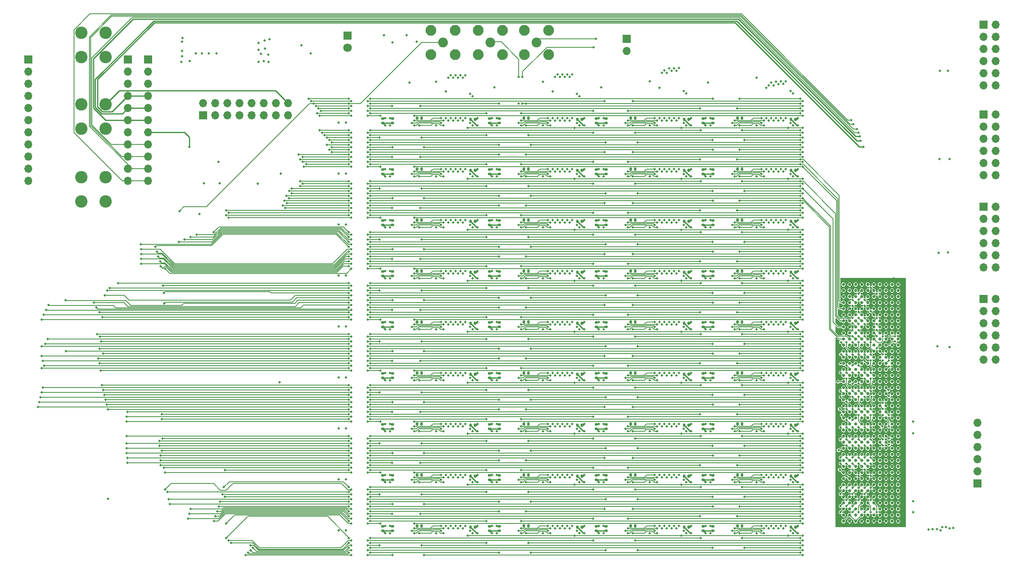
<source format=gbr>
%TF.GenerationSoftware,KiCad,Pcbnew,7.0.1*%
%TF.CreationDate,2023-04-05T17:43:42-07:00*%
%TF.ProjectId,VRSPAD-144,56525350-4144-42d3-9134-342e6b696361,rev?*%
%TF.SameCoordinates,Original*%
%TF.FileFunction,Copper,L4,Bot*%
%TF.FilePolarity,Positive*%
%FSLAX46Y46*%
G04 Gerber Fmt 4.6, Leading zero omitted, Abs format (unit mm)*
G04 Created by KiCad (PCBNEW 7.0.1) date 2023-04-05 17:43:42*
%MOMM*%
%LPD*%
G01*
G04 APERTURE LIST*
G04 Aperture macros list*
%AMRoundRect*
0 Rectangle with rounded corners*
0 $1 Rounding radius*
0 $2 $3 $4 $5 $6 $7 $8 $9 X,Y pos of 4 corners*
0 Add a 4 corners polygon primitive as box body*
4,1,4,$2,$3,$4,$5,$6,$7,$8,$9,$2,$3,0*
0 Add four circle primitives for the rounded corners*
1,1,$1+$1,$2,$3*
1,1,$1+$1,$4,$5*
1,1,$1+$1,$6,$7*
1,1,$1+$1,$8,$9*
0 Add four rect primitives between the rounded corners*
20,1,$1+$1,$2,$3,$4,$5,0*
20,1,$1+$1,$4,$5,$6,$7,0*
20,1,$1+$1,$6,$7,$8,$9,0*
20,1,$1+$1,$8,$9,$2,$3,0*%
G04 Aperture macros list end*
%TA.AperFunction,ComponentPad*%
%ADD10C,2.600000*%
%TD*%
%TA.AperFunction,ComponentPad*%
%ADD11R,1.800000X1.800000*%
%TD*%
%TA.AperFunction,ComponentPad*%
%ADD12C,1.800000*%
%TD*%
%TA.AperFunction,ComponentPad*%
%ADD13R,1.700000X1.700000*%
%TD*%
%TA.AperFunction,ComponentPad*%
%ADD14O,1.700000X1.700000*%
%TD*%
%TA.AperFunction,ComponentPad*%
%ADD15C,2.050000*%
%TD*%
%TA.AperFunction,ComponentPad*%
%ADD16C,2.250000*%
%TD*%
%TA.AperFunction,SMDPad,CuDef*%
%ADD17RoundRect,0.140000X-0.140000X-0.170000X0.140000X-0.170000X0.140000X0.170000X-0.140000X0.170000X0*%
%TD*%
%TA.AperFunction,SMDPad,CuDef*%
%ADD18RoundRect,0.140000X-0.170000X0.140000X-0.170000X-0.140000X0.170000X-0.140000X0.170000X0.140000X0*%
%TD*%
%TA.AperFunction,SMDPad,CuDef*%
%ADD19RoundRect,0.140000X0.140000X0.170000X-0.140000X0.170000X-0.140000X-0.170000X0.140000X-0.170000X0*%
%TD*%
%TA.AperFunction,SMDPad,CuDef*%
%ADD20C,0.640000*%
%TD*%
%TA.AperFunction,ViaPad*%
%ADD21C,0.512000*%
%TD*%
%TA.AperFunction,ViaPad*%
%ADD22C,0.508000*%
%TD*%
%TA.AperFunction,Conductor*%
%ADD23C,0.127000*%
%TD*%
%TA.AperFunction,Conductor*%
%ADD24C,0.252000*%
%TD*%
G04 APERTURE END LIST*
D10*
%TO.P,U6,1*%
%TO.N,GND*%
X18923000Y85979000D03*
X24003000Y85979000D03*
X18923000Y91059000D03*
X24003000Y91059000D03*
%TD*%
D11*
%TO.P,D1,1,K*%
%TO.N,Net-(D1-K)*%
X74676000Y120655000D03*
D12*
%TO.P,D1,2,A*%
%TO.N,/supporting_infrastructure/LED_drive*%
X74676000Y118115000D03*
%TD*%
D10*
%TO.P,U4,1*%
%TO.N,/supporting_infrastructure/SPAD_bias_jack*%
X18923000Y101219000D03*
X24003000Y101219000D03*
X18923000Y106299000D03*
X24003000Y106299000D03*
%TD*%
D13*
%TO.P,J5,1,Pin_1*%
%TO.N,unconnected-(J5-Pin_1-Pad1)*%
X7874000Y115697000D03*
D14*
%TO.P,J5,2,Pin_2*%
%TO.N,unconnected-(J5-Pin_2-Pad2)*%
X7874000Y113157000D03*
%TO.P,J5,3,Pin_3*%
%TO.N,unconnected-(J5-Pin_3-Pad3)*%
X7874000Y110617000D03*
%TO.P,J5,4,Pin_4*%
%TO.N,unconnected-(J5-Pin_4-Pad4)*%
X7874000Y108077000D03*
%TO.P,J5,5,Pin_5*%
%TO.N,unconnected-(J5-Pin_5-Pad5)*%
X7874000Y105537000D03*
%TO.P,J5,6,Pin_6*%
%TO.N,unconnected-(J5-Pin_6-Pad6)*%
X7874000Y102997000D03*
%TO.P,J5,7,Pin_7*%
%TO.N,unconnected-(J5-Pin_7-Pad7)*%
X7874000Y100457000D03*
%TO.P,J5,8,Pin_8*%
%TO.N,unconnected-(J5-Pin_8-Pad8)*%
X7874000Y97917000D03*
%TO.P,J5,9,Pin_9*%
%TO.N,unconnected-(J5-Pin_9-Pad9)*%
X7874000Y95377000D03*
%TO.P,J5,10,Pin_10*%
%TO.N,unconnected-(J5-Pin_10-Pad10)*%
X7874000Y92837000D03*
%TO.P,J5,11,Pin_11*%
%TO.N,unconnected-(J5-Pin_11-Pad11)*%
X7874000Y90297000D03*
%TD*%
D13*
%TO.P,J2,1,Pin_1*%
%TO.N,Net-(J2-Pin_1)*%
X207772000Y104140000D03*
D14*
%TO.P,J2,2,Pin_2*%
%TO.N,Net-(J2-Pin_2)*%
X210312000Y104140000D03*
%TO.P,J2,3,Pin_3*%
%TO.N,Net-(J2-Pin_3)*%
X207772000Y101600000D03*
%TO.P,J2,4,Pin_4*%
%TO.N,Net-(J2-Pin_4)*%
X210312000Y101600000D03*
%TO.P,J2,5,Pin_5*%
%TO.N,Net-(J2-Pin_5)*%
X207772000Y99060000D03*
%TO.P,J2,6,Pin_6*%
%TO.N,Net-(J2-Pin_6)*%
X210312000Y99060000D03*
%TO.P,J2,7,Pin_7*%
%TO.N,Net-(J2-Pin_7)*%
X207772000Y96520000D03*
%TO.P,J2,8,Pin_8*%
%TO.N,Net-(J2-Pin_8)*%
X210312000Y96520000D03*
%TO.P,J2,9,Pin_9*%
%TO.N,GND*%
X207772000Y93980000D03*
%TO.P,J2,10,Pin_10*%
X210312000Y93980000D03*
%TO.P,J2,11,Pin_11*%
%TO.N,unconnected-(J2-Pin_11-Pad11)*%
X207772000Y91440000D03*
%TO.P,J2,12,Pin_12*%
%TO.N,unconnected-(J2-Pin_12-Pad12)*%
X210312000Y91440000D03*
%TD*%
D13*
%TO.P,J7,1,Pin_1*%
%TO.N,+3V3*%
X44450000Y104013000D03*
D14*
%TO.P,J7,2,Pin_2*%
%TO.N,/supporting_infrastructure/5V_jack*%
X44450000Y106553000D03*
%TO.P,J7,3,Pin_3*%
%TO.N,+3V3*%
X46990000Y104013000D03*
%TO.P,J7,4,Pin_4*%
%TO.N,/supporting_infrastructure/5V_jack*%
X46990000Y106553000D03*
%TO.P,J7,5,Pin_5*%
%TO.N,GND*%
X49530000Y104013000D03*
%TO.P,J7,6,Pin_6*%
X49530000Y106553000D03*
%TO.P,J7,7,Pin_7*%
%TO.N,/supporting_infrastructure/LED_drive_DAC*%
X52070000Y104013000D03*
%TO.P,J7,8,Pin_8*%
%TO.N,/supporting_infrastructure/LED_drive*%
X52070000Y106553000D03*
%TO.P,J7,9,Pin_9*%
%TO.N,GND*%
X54610000Y104013000D03*
%TO.P,J7,10,Pin_10*%
X54610000Y106553000D03*
%TO.P,J7,11,Pin_11*%
%TO.N,/supporting_infrastructure/DAC_VREF_DAC*%
X57150000Y104013000D03*
%TO.P,J7,12,Pin_12*%
%TO.N,DAC_VREF*%
X57150000Y106553000D03*
%TO.P,J7,13,Pin_13*%
%TO.N,/supporting_infrastructure/TIA_VREF_DAC*%
X59690000Y104013000D03*
%TO.P,J7,14,Pin_14*%
%TO.N,TIA_VREF*%
X59690000Y106553000D03*
%TO.P,J7,15,Pin_15*%
%TO.N,/SPAD_bias*%
X62230000Y104013000D03*
%TO.P,J7,16,Pin_16*%
%TO.N,/supporting_infrastructure/SPAD_bias_jack*%
X62230000Y106553000D03*
%TD*%
D13*
%TO.P,J3,1,Pin_1*%
%TO.N,Net-(J3-Pin_1)*%
X207772000Y122936000D03*
D14*
%TO.P,J3,2,Pin_2*%
%TO.N,Net-(J3-Pin_2)*%
X210312000Y122936000D03*
%TO.P,J3,3,Pin_3*%
%TO.N,Net-(J3-Pin_3)*%
X207772000Y120396000D03*
%TO.P,J3,4,Pin_4*%
%TO.N,Net-(J3-Pin_4)*%
X210312000Y120396000D03*
%TO.P,J3,5,Pin_5*%
%TO.N,Net-(J3-Pin_5)*%
X207772000Y117856000D03*
%TO.P,J3,6,Pin_6*%
%TO.N,Net-(J3-Pin_6)*%
X210312000Y117856000D03*
%TO.P,J3,7,Pin_7*%
%TO.N,Net-(J3-Pin_7)*%
X207772000Y115316000D03*
%TO.P,J3,8,Pin_8*%
%TO.N,Net-(J3-Pin_8)*%
X210312000Y115316000D03*
%TO.P,J3,9,Pin_9*%
%TO.N,GND*%
X207772000Y112776000D03*
%TO.P,J3,10,Pin_10*%
X210312000Y112776000D03*
%TO.P,J3,11,Pin_11*%
%TO.N,unconnected-(J3-Pin_11-Pad11)*%
X207772000Y110236000D03*
%TO.P,J3,12,Pin_12*%
%TO.N,unconnected-(J3-Pin_12-Pad12)*%
X210312000Y110236000D03*
%TD*%
D13*
%TO.P,J14,1,Pin_1*%
%TO.N,/FMC_WR9*%
X206502000Y26924000D03*
D14*
%TO.P,J14,2,Pin_2*%
%TO.N,/FMC_A1*%
X206502000Y29464000D03*
%TO.P,J14,3,Pin_3*%
%TO.N,/FMC_A0*%
X206502000Y32004000D03*
%TO.P,J14,4,Pin_4*%
%TO.N,/FMC_HBEN*%
X206502000Y34544000D03*
%TO.P,J14,5,Pin_5*%
%TO.N,unconnected-(J14-Pin_5-Pad5)*%
X206502000Y37084000D03*
%TO.P,J14,6,Pin_6*%
%TO.N,unconnected-(J14-Pin_6-Pad6)*%
X206502000Y39624000D03*
%TD*%
D10*
%TO.P,U5,1*%
%TO.N,/supporting_infrastructure/5V_jack*%
X18923000Y116205000D03*
X24003000Y116205000D03*
X18923000Y121285000D03*
X24003000Y121285000D03*
%TD*%
D15*
%TO.P,J17,1,In*%
%TO.N,Net-(J17-In)*%
X114173000Y119253000D03*
D16*
%TO.P,J17,2,Ext*%
%TO.N,GND*%
X111633000Y121793000D03*
X111633000Y116713000D03*
X116713000Y121793000D03*
X116713000Y116713000D03*
%TD*%
D13*
%TO.P,J1,1,Pin_1*%
%TO.N,Net-(J1-Pin_1)*%
X207772000Y84836000D03*
D14*
%TO.P,J1,2,Pin_2*%
%TO.N,Net-(J1-Pin_2)*%
X210312000Y84836000D03*
%TO.P,J1,3,Pin_3*%
%TO.N,Net-(J1-Pin_3)*%
X207772000Y82296000D03*
%TO.P,J1,4,Pin_4*%
%TO.N,Net-(J1-Pin_4)*%
X210312000Y82296000D03*
%TO.P,J1,5,Pin_5*%
%TO.N,Net-(J1-Pin_5)*%
X207772000Y79756000D03*
%TO.P,J1,6,Pin_6*%
%TO.N,Net-(J1-Pin_6)*%
X210312000Y79756000D03*
%TO.P,J1,7,Pin_7*%
%TO.N,Net-(J1-Pin_7)*%
X207772000Y77216000D03*
%TO.P,J1,8,Pin_8*%
%TO.N,Net-(J1-Pin_8)*%
X210312000Y77216000D03*
%TO.P,J1,9,Pin_9*%
%TO.N,GND*%
X207772000Y74676000D03*
%TO.P,J1,10,Pin_10*%
X210312000Y74676000D03*
%TO.P,J1,11,Pin_11*%
%TO.N,unconnected-(J1-Pin_11-Pad11)*%
X207772000Y72136000D03*
%TO.P,J1,12,Pin_12*%
%TO.N,unconnected-(J1-Pin_12-Pad12)*%
X210312000Y72136000D03*
%TD*%
D13*
%TO.P,J4,1,Pin_1*%
%TO.N,Net-(J4-Pin_1)*%
X207772000Y65532000D03*
D14*
%TO.P,J4,2,Pin_2*%
%TO.N,Net-(J4-Pin_2)*%
X210312000Y65532000D03*
%TO.P,J4,3,Pin_3*%
%TO.N,Net-(J4-Pin_3)*%
X207772000Y62992000D03*
%TO.P,J4,4,Pin_4*%
%TO.N,Net-(J4-Pin_4)*%
X210312000Y62992000D03*
%TO.P,J4,5,Pin_5*%
%TO.N,Net-(J4-Pin_5)*%
X207772000Y60452000D03*
%TO.P,J4,6,Pin_6*%
%TO.N,Net-(J4-Pin_6)*%
X210312000Y60452000D03*
%TO.P,J4,7,Pin_7*%
%TO.N,Net-(J4-Pin_7)*%
X207772000Y57912000D03*
%TO.P,J4,8,Pin_8*%
%TO.N,Net-(J4-Pin_8)*%
X210312000Y57912000D03*
%TO.P,J4,9,Pin_9*%
%TO.N,GND*%
X207772000Y55372000D03*
%TO.P,J4,10,Pin_10*%
X210312000Y55372000D03*
%TO.P,J4,11,Pin_11*%
%TO.N,unconnected-(J4-Pin_11-Pad11)*%
X207772000Y52832000D03*
%TO.P,J4,12,Pin_12*%
%TO.N,unconnected-(J4-Pin_12-Pad12)*%
X210312000Y52832000D03*
%TD*%
D13*
%TO.P,J6,1,Pin_1*%
%TO.N,/supporting_infrastructure/3v3_board*%
X28702000Y115697000D03*
D14*
%TO.P,J6,2,Pin_2*%
%TO.N,Net-(J13-Pin_2)*%
X28702000Y113157000D03*
%TO.P,J6,3,Pin_3*%
%TO.N,GND*%
X28702000Y110617000D03*
%TO.P,J6,4,Pin_4*%
%TO.N,/SCK*%
X28702000Y108077000D03*
%TO.P,J6,5,Pin_5*%
%TO.N,/MOSI*%
X28702000Y105537000D03*
%TO.P,J6,6,Pin_6*%
%TO.N,/MISO*%
X28702000Y102997000D03*
%TO.P,J6,7,Pin_7*%
%TO.N,Net-(J13-Pin_7)*%
X28702000Y100457000D03*
%TO.P,J6,8,Pin_8*%
%TO.N,/CS2*%
X28702000Y97917000D03*
%TO.P,J6,9,Pin_9*%
%TO.N,/CS3*%
X28702000Y95377000D03*
%TO.P,J6,10,Pin_10*%
%TO.N,/CS4*%
X28702000Y92837000D03*
%TO.P,J6,11,Pin_11*%
%TO.N,/CS5*%
X28702000Y90297000D03*
%TD*%
D13*
%TO.P,J13,1,Pin_1*%
%TO.N,/supporting_infrastructure/3v3_board*%
X32893000Y115697000D03*
D14*
%TO.P,J13,2,Pin_2*%
%TO.N,Net-(J13-Pin_2)*%
X32893000Y113157000D03*
%TO.P,J13,3,Pin_3*%
%TO.N,GND*%
X32893000Y110617000D03*
%TO.P,J13,4,Pin_4*%
%TO.N,/SCK*%
X32893000Y108077000D03*
%TO.P,J13,5,Pin_5*%
%TO.N,/MOSI*%
X32893000Y105537000D03*
%TO.P,J13,6,Pin_6*%
%TO.N,/MISO*%
X32893000Y102997000D03*
%TO.P,J13,7,Pin_7*%
%TO.N,Net-(J13-Pin_7)*%
X32893000Y100457000D03*
%TO.P,J13,8,Pin_8*%
%TO.N,/CS2*%
X32893000Y97917000D03*
%TO.P,J13,9,Pin_9*%
%TO.N,/CS3*%
X32893000Y95377000D03*
%TO.P,J13,10,Pin_10*%
%TO.N,/CS4*%
X32893000Y92837000D03*
%TO.P,J13,11,Pin_11*%
%TO.N,/CS5*%
X32893000Y90297000D03*
%TD*%
D15*
%TO.P,J15,1,In*%
%TO.N,/SPADc_142*%
X94615000Y119253000D03*
D16*
%TO.P,J15,2,Ext*%
%TO.N,GND*%
X92075000Y121793000D03*
X92075000Y116713000D03*
X97155000Y121793000D03*
X97155000Y116713000D03*
%TD*%
D13*
%TO.P,J18,1,Pin_1*%
%TO.N,/pulse_142*%
X133096000Y120020000D03*
D14*
%TO.P,J18,2,Pin_2*%
%TO.N,GND*%
X133096000Y117480000D03*
%TD*%
D15*
%TO.P,J16,1,In*%
%TO.N,unconnected-(J16-In-Pad1)*%
X104521000Y119253000D03*
D16*
%TO.P,J16,2,Ext*%
%TO.N,GND*%
X101981000Y121793000D03*
X101981000Y116713000D03*
X107061000Y121793000D03*
X107061000Y116713000D03*
%TD*%
D17*
%TO.P,C175,1*%
%TO.N,+3V3*%
X156238000Y18034000D03*
%TO.P,C175,2*%
%TO.N,GND*%
X157198000Y18034000D03*
%TD*%
D18*
%TO.P,C146,1*%
%TO.N,+3V3*%
X104394000Y92682000D03*
%TO.P,C146,2*%
%TO.N,GND*%
X104394000Y91722000D03*
%TD*%
%TO.P,C161,1*%
%TO.N,+3V3*%
X82042000Y18006000D03*
%TO.P,C161,2*%
%TO.N,GND*%
X82042000Y17046000D03*
%TD*%
D19*
%TO.P,C102,1*%
%TO.N,+3V3*%
X123670000Y71120000D03*
%TO.P,C102,2*%
%TO.N,GND*%
X122710000Y71120000D03*
%TD*%
D18*
%TO.P,C106,1*%
%TO.N,+3V3*%
X149098000Y71346000D03*
%TO.P,C106,2*%
%TO.N,GND*%
X149098000Y70386000D03*
%TD*%
D17*
%TO.P,C95,1*%
%TO.N,+3V3*%
X89182000Y71374000D03*
%TO.P,C95,2*%
%TO.N,GND*%
X90142000Y71374000D03*
%TD*%
D18*
%TO.P,C29,1*%
%TO.N,TIA_VREF*%
X84074000Y28674000D03*
%TO.P,C29,2*%
%TO.N,GND*%
X84074000Y27714000D03*
%TD*%
%TO.P,C154,1*%
%TO.N,TIA_VREF*%
X84074000Y103350000D03*
%TO.P,C154,2*%
%TO.N,GND*%
X84074000Y102390000D03*
%TD*%
D19*
%TO.P,C57,1*%
%TO.N,+3V3*%
X168374000Y49784000D03*
%TO.P,C57,2*%
%TO.N,GND*%
X167414000Y49784000D03*
%TD*%
%TO.P,C82,1*%
%TO.N,+3V3*%
X168374000Y60452000D03*
%TO.P,C82,2*%
%TO.N,GND*%
X167414000Y60452000D03*
%TD*%
D18*
%TO.P,C94,1*%
%TO.N,TIA_VREF*%
X128778000Y71346000D03*
%TO.P,C94,2*%
%TO.N,GND*%
X128778000Y70386000D03*
%TD*%
%TO.P,C76,1*%
%TO.N,+3V3*%
X126746000Y60678000D03*
%TO.P,C76,2*%
%TO.N,GND*%
X126746000Y59718000D03*
%TD*%
%TO.P,C89,1*%
%TO.N,TIA_VREF*%
X106426000Y60678000D03*
%TO.P,C89,2*%
%TO.N,GND*%
X106426000Y59718000D03*
%TD*%
%TO.P,C91,1*%
%TO.N,+3V3*%
X126746000Y71346000D03*
%TO.P,C91,2*%
%TO.N,GND*%
X126746000Y70386000D03*
%TD*%
%TO.P,C66,1*%
%TO.N,+3V3*%
X82042000Y50010000D03*
%TO.P,C66,2*%
%TO.N,GND*%
X82042000Y49050000D03*
%TD*%
%TO.P,C159,1*%
%TO.N,TIA_VREF*%
X151130000Y103350000D03*
%TO.P,C159,2*%
%TO.N,GND*%
X151130000Y102390000D03*
%TD*%
%TO.P,C44,1*%
%TO.N,TIA_VREF*%
X106426000Y39342000D03*
%TO.P,C44,2*%
%TO.N,GND*%
X106426000Y38382000D03*
%TD*%
%TO.P,C59,1*%
%TO.N,TIA_VREF*%
X151130000Y50010000D03*
%TO.P,C59,2*%
%TO.N,GND*%
X151130000Y49050000D03*
%TD*%
D17*
%TO.P,C50,1*%
%TO.N,+3V3*%
X111534000Y50038000D03*
%TO.P,C50,2*%
%TO.N,GND*%
X112494000Y50038000D03*
%TD*%
D18*
%TO.P,C186,1*%
%TO.N,+3V3*%
X126746000Y103350000D03*
%TO.P,C186,2*%
%TO.N,GND*%
X126746000Y102390000D03*
%TD*%
%TO.P,C126,1*%
%TO.N,+3V3*%
X149098000Y82014000D03*
%TO.P,C126,2*%
%TO.N,GND*%
X149098000Y81054000D03*
%TD*%
D17*
%TO.P,C30,1*%
%TO.N,+3V3*%
X89182000Y39370000D03*
%TO.P,C30,2*%
%TO.N,GND*%
X90142000Y39370000D03*
%TD*%
D19*
%TO.P,C152,1*%
%TO.N,+3V3*%
X101318000Y103124000D03*
%TO.P,C152,2*%
%TO.N,GND*%
X100358000Y103124000D03*
%TD*%
%TO.P,C92,1*%
%TO.N,+3V3*%
X146022000Y71120000D03*
%TO.P,C92,2*%
%TO.N,GND*%
X145062000Y71120000D03*
%TD*%
D18*
%TO.P,C169,1*%
%TO.N,TIA_VREF*%
X128778000Y18006000D03*
%TO.P,C169,2*%
%TO.N,GND*%
X128778000Y17046000D03*
%TD*%
D19*
%TO.P,C112,1*%
%TO.N,+3V3*%
X101318000Y81788000D03*
%TO.P,C112,2*%
%TO.N,GND*%
X100358000Y81788000D03*
%TD*%
D18*
%TO.P,C164,1*%
%TO.N,TIA_VREF*%
X84074000Y18006000D03*
%TO.P,C164,2*%
%TO.N,GND*%
X84074000Y17046000D03*
%TD*%
D19*
%TO.P,C127,1*%
%TO.N,+3V3*%
X168374000Y81788000D03*
%TO.P,C127,2*%
%TO.N,GND*%
X167414000Y81788000D03*
%TD*%
%TO.P,C187,1*%
%TO.N,+3V3*%
X146022000Y103124000D03*
%TO.P,C187,2*%
%TO.N,GND*%
X145062000Y103124000D03*
%TD*%
D18*
%TO.P,C166,1*%
%TO.N,+3V3*%
X126746000Y18006000D03*
%TO.P,C166,2*%
%TO.N,GND*%
X126746000Y17046000D03*
%TD*%
D17*
%TO.P,C80,1*%
%TO.N,+3V3*%
X156238000Y60706000D03*
%TO.P,C80,2*%
%TO.N,GND*%
X157198000Y60706000D03*
%TD*%
D18*
%TO.P,C136,1*%
%TO.N,+3V3*%
X149098000Y92682000D03*
%TO.P,C136,2*%
%TO.N,GND*%
X149098000Y91722000D03*
%TD*%
D19*
%TO.P,C52,1*%
%TO.N,+3V3*%
X123670000Y49784000D03*
%TO.P,C52,2*%
%TO.N,GND*%
X122710000Y49784000D03*
%TD*%
%TO.P,C97,1*%
%TO.N,+3V3*%
X101318000Y71120000D03*
%TO.P,C97,2*%
%TO.N,GND*%
X100358000Y71120000D03*
%TD*%
D18*
%TO.P,C86,1*%
%TO.N,+3V3*%
X104394000Y60678000D03*
%TO.P,C86,2*%
%TO.N,GND*%
X104394000Y59718000D03*
%TD*%
D19*
%TO.P,C42,1*%
%TO.N,+3V3*%
X123670000Y39116000D03*
%TO.P,C42,2*%
%TO.N,GND*%
X122710000Y39116000D03*
%TD*%
%TO.P,C167,1*%
%TO.N,+3V3*%
X146022000Y17780000D03*
%TO.P,C167,2*%
%TO.N,GND*%
X145062000Y17780000D03*
%TD*%
D18*
%TO.P,C84,1*%
%TO.N,TIA_VREF*%
X151130000Y60678000D03*
%TO.P,C84,2*%
%TO.N,GND*%
X151130000Y59718000D03*
%TD*%
%TO.P,C19,1*%
%TO.N,TIA_VREF*%
X151130000Y28674000D03*
%TO.P,C19,2*%
%TO.N,GND*%
X151130000Y27714000D03*
%TD*%
D17*
%TO.P,C75,1*%
%TO.N,+3V3*%
X133886000Y60706000D03*
%TO.P,C75,2*%
%TO.N,GND*%
X134846000Y60706000D03*
%TD*%
D18*
%TO.P,C116,1*%
%TO.N,+3V3*%
X126746000Y82014000D03*
%TO.P,C116,2*%
%TO.N,GND*%
X126746000Y81054000D03*
%TD*%
D19*
%TO.P,C27,1*%
%TO.N,+3V3*%
X101318000Y28448000D03*
%TO.P,C27,2*%
%TO.N,GND*%
X100358000Y28448000D03*
%TD*%
%TO.P,C87,1*%
%TO.N,+3V3*%
X123670000Y60452000D03*
%TO.P,C87,2*%
%TO.N,GND*%
X122710000Y60452000D03*
%TD*%
D18*
%TO.P,C71,1*%
%TO.N,+3V3*%
X82042000Y60678000D03*
%TO.P,C71,2*%
%TO.N,GND*%
X82042000Y59718000D03*
%TD*%
D19*
%TO.P,C107,1*%
%TO.N,+3V3*%
X168374000Y71120000D03*
%TO.P,C107,2*%
%TO.N,GND*%
X167414000Y71120000D03*
%TD*%
D18*
%TO.P,C139,1*%
%TO.N,TIA_VREF*%
X151130000Y92682000D03*
%TO.P,C139,2*%
%TO.N,GND*%
X151130000Y91722000D03*
%TD*%
D19*
%TO.P,C162,1*%
%TO.N,+3V3*%
X101318000Y17780000D03*
%TO.P,C162,2*%
%TO.N,GND*%
X100358000Y17780000D03*
%TD*%
D18*
%TO.P,C24,1*%
%TO.N,TIA_VREF*%
X106426000Y28674000D03*
%TO.P,C24,2*%
%TO.N,GND*%
X106426000Y27714000D03*
%TD*%
%TO.P,C174,1*%
%TO.N,TIA_VREF*%
X106426000Y18006000D03*
%TO.P,C174,2*%
%TO.N,GND*%
X106426000Y17046000D03*
%TD*%
D17*
%TO.P,C140,1*%
%TO.N,+3V3*%
X133886000Y92710000D03*
%TO.P,C140,2*%
%TO.N,GND*%
X134846000Y92710000D03*
%TD*%
D19*
%TO.P,C122,1*%
%TO.N,+3V3*%
X123670000Y81788000D03*
%TO.P,C122,2*%
%TO.N,GND*%
X122710000Y81788000D03*
%TD*%
D18*
%TO.P,C129,1*%
%TO.N,TIA_VREF*%
X151130000Y82014000D03*
%TO.P,C129,2*%
%TO.N,GND*%
X151130000Y81054000D03*
%TD*%
%TO.P,C119,1*%
%TO.N,TIA_VREF*%
X128778000Y82014000D03*
%TO.P,C119,2*%
%TO.N,GND*%
X128778000Y81054000D03*
%TD*%
D17*
%TO.P,C135,1*%
%TO.N,+3V3*%
X156238000Y92710000D03*
%TO.P,C135,2*%
%TO.N,GND*%
X157198000Y92710000D03*
%TD*%
D18*
%TO.P,C69,1*%
%TO.N,TIA_VREF*%
X84074000Y50010000D03*
%TO.P,C69,2*%
%TO.N,GND*%
X84074000Y49050000D03*
%TD*%
D19*
%TO.P,C172,1*%
%TO.N,+3V3*%
X123670000Y17780000D03*
%TO.P,C172,2*%
%TO.N,GND*%
X122710000Y17780000D03*
%TD*%
D18*
%TO.P,C101,1*%
%TO.N,+3V3*%
X104394000Y71346000D03*
%TO.P,C101,2*%
%TO.N,GND*%
X104394000Y70386000D03*
%TD*%
D17*
%TO.P,C20,1*%
%TO.N,+3V3*%
X111534000Y28702000D03*
%TO.P,C20,2*%
%TO.N,GND*%
X112494000Y28702000D03*
%TD*%
%TO.P,C90,1*%
%TO.N,+3V3*%
X133886000Y71374000D03*
%TO.P,C90,2*%
%TO.N,GND*%
X134846000Y71374000D03*
%TD*%
D18*
%TO.P,C141,1*%
%TO.N,+3V3*%
X126746000Y92682000D03*
%TO.P,C141,2*%
%TO.N,GND*%
X126746000Y91722000D03*
%TD*%
%TO.P,C134,1*%
%TO.N,TIA_VREF*%
X84074000Y92682000D03*
%TO.P,C134,2*%
%TO.N,GND*%
X84074000Y91722000D03*
%TD*%
D19*
%TO.P,C177,1*%
%TO.N,+3V3*%
X168374000Y17780000D03*
%TO.P,C177,2*%
%TO.N,GND*%
X167414000Y17780000D03*
%TD*%
D18*
%TO.P,C171,1*%
%TO.N,+3V3*%
X104394000Y18006000D03*
%TO.P,C171,2*%
%TO.N,GND*%
X104394000Y17046000D03*
%TD*%
D17*
%TO.P,C110,1*%
%TO.N,+3V3*%
X89182000Y82042000D03*
%TO.P,C110,2*%
%TO.N,GND*%
X90142000Y82042000D03*
%TD*%
D19*
%TO.P,C137,1*%
%TO.N,+3V3*%
X168374000Y92456000D03*
%TO.P,C137,2*%
%TO.N,GND*%
X167414000Y92456000D03*
%TD*%
%TO.P,C13,1*%
%TO.N,+3V3*%
X168374000Y28448000D03*
%TO.P,C13,2*%
%TO.N,GND*%
X167414000Y28448000D03*
%TD*%
D18*
%TO.P,C149,1*%
%TO.N,TIA_VREF*%
X106426000Y92682000D03*
%TO.P,C149,2*%
%TO.N,GND*%
X106426000Y91722000D03*
%TD*%
%TO.P,C81,1*%
%TO.N,+3V3*%
X149098000Y60678000D03*
%TO.P,C81,2*%
%TO.N,GND*%
X149098000Y59718000D03*
%TD*%
%TO.P,C176,1*%
%TO.N,+3V3*%
X149098000Y18006000D03*
%TO.P,C176,2*%
%TO.N,GND*%
X149098000Y17046000D03*
%TD*%
%TO.P,C99,1*%
%TO.N,TIA_VREF*%
X84074000Y71346000D03*
%TO.P,C99,2*%
%TO.N,GND*%
X84074000Y70386000D03*
%TD*%
D17*
%TO.P,C25,1*%
%TO.N,+3V3*%
X89182000Y28702000D03*
%TO.P,C25,2*%
%TO.N,GND*%
X90142000Y28702000D03*
%TD*%
%TO.P,C150,1*%
%TO.N,+3V3*%
X89182000Y103378000D03*
%TO.P,C150,2*%
%TO.N,GND*%
X90142000Y103378000D03*
%TD*%
D18*
%TO.P,C56,1*%
%TO.N,+3V3*%
X149098000Y50010000D03*
%TO.P,C56,2*%
%TO.N,GND*%
X149098000Y49050000D03*
%TD*%
%TO.P,C36,1*%
%TO.N,+3V3*%
X149098000Y39342000D03*
%TO.P,C36,2*%
%TO.N,GND*%
X149098000Y38382000D03*
%TD*%
%TO.P,C54,1*%
%TO.N,TIA_VREF*%
X106426000Y50010000D03*
%TO.P,C54,2*%
%TO.N,GND*%
X106426000Y49050000D03*
%TD*%
D19*
%TO.P,C37,1*%
%TO.N,+3V3*%
X168374000Y39116000D03*
%TO.P,C37,2*%
%TO.N,GND*%
X167414000Y39116000D03*
%TD*%
D18*
%TO.P,C51,1*%
%TO.N,+3V3*%
X104394000Y50010000D03*
%TO.P,C51,2*%
%TO.N,GND*%
X104394000Y49050000D03*
%TD*%
D20*
%TO.P,J12,A1,Pin_1*%
%TO.N,GND*%
X189865000Y68592000D03*
%TO.P,J12,A2,Pin_2*%
%TO.N,unconnected-(J12A-Pin_2-PadA2)*%
X189865000Y67322000D03*
%TO.P,J12,A3,Pin_3*%
%TO.N,unconnected-(J12A-Pin_3-PadA3)*%
X189865000Y66052000D03*
%TO.P,J12,A4,Pin_4*%
%TO.N,GND*%
X189865000Y64782000D03*
%TO.P,J12,A5,Pin_5*%
X189865000Y63512000D03*
%TO.P,J12,A6,Pin_6*%
%TO.N,unconnected-(J12A-Pin_6-PadA6)*%
X189865000Y62242000D03*
%TO.P,J12,A7,Pin_7*%
%TO.N,unconnected-(J12A-Pin_7-PadA7)*%
X189865000Y60972000D03*
%TO.P,J12,A8,Pin_8*%
%TO.N,GND*%
X189865000Y59702000D03*
%TO.P,J12,A9,Pin_9*%
X189865000Y58432000D03*
%TO.P,J12,A10,Pin_10*%
%TO.N,unconnected-(J12A-Pin_10-PadA10)*%
X189865000Y57162000D03*
%TO.P,J12,A11,Pin_11*%
%TO.N,unconnected-(J12A-Pin_11-PadA11)*%
X189865000Y55892000D03*
%TO.P,J12,A12,Pin_12*%
%TO.N,GND*%
X189865000Y54622000D03*
%TO.P,J12,A13,Pin_13*%
X189865000Y53352000D03*
%TO.P,J12,A14,Pin_14*%
%TO.N,unconnected-(J12A-Pin_14-PadA14)*%
X189865000Y52082000D03*
%TO.P,J12,A15,Pin_15*%
%TO.N,unconnected-(J12A-Pin_15-PadA15)*%
X189865000Y50812000D03*
%TO.P,J12,A16,Pin_16*%
%TO.N,GND*%
X189865000Y49542000D03*
%TO.P,J12,A17,Pin_17*%
X189865000Y48272000D03*
%TO.P,J12,A18,Pin_18*%
%TO.N,unconnected-(J12A-Pin_18-PadA18)*%
X189865000Y47002000D03*
%TO.P,J12,A19,Pin_19*%
%TO.N,unconnected-(J12A-Pin_19-PadA19)*%
X189865000Y45732000D03*
%TO.P,J12,A20,Pin_20*%
%TO.N,GND*%
X189865000Y44467000D03*
%TO.P,J12,A21,Pin_21*%
X189865000Y43187000D03*
%TO.P,J12,A22,Pin_22*%
%TO.N,unconnected-(J12A-Pin_22-PadA22)*%
X189865000Y41922000D03*
%TO.P,J12,A23,Pin_23*%
%TO.N,unconnected-(J12A-Pin_23-PadA23)*%
X189865000Y40652000D03*
%TO.P,J12,A24,Pin_24*%
%TO.N,GND*%
X189865000Y39382000D03*
%TO.P,J12,A25,Pin_25*%
X189865000Y38112000D03*
%TO.P,J12,A26,Pin_26*%
%TO.N,unconnected-(J12A-Pin_26-PadA26)*%
X189865000Y36842000D03*
%TO.P,J12,A27,Pin_27*%
%TO.N,unconnected-(J12A-Pin_27-PadA27)*%
X189865000Y35572000D03*
%TO.P,J12,A28,Pin_28*%
%TO.N,GND*%
X189865000Y34302000D03*
%TO.P,J12,A29,Pin_29*%
X189865000Y33032000D03*
%TO.P,J12,A30,Pin_30*%
%TO.N,unconnected-(J12A-Pin_30-PadA30)*%
X189865000Y31762000D03*
%TO.P,J12,A31,Pin_31*%
%TO.N,unconnected-(J12A-Pin_31-PadA31)*%
X189865000Y30492000D03*
%TO.P,J12,A32,Pin_32*%
%TO.N,GND*%
X189865000Y29222000D03*
%TO.P,J12,A33,Pin_33*%
X189865000Y27952000D03*
%TO.P,J12,A34,Pin_34*%
%TO.N,unconnected-(J12A-Pin_34-PadA34)*%
X189865000Y26682000D03*
%TO.P,J12,A35,Pin_35*%
%TO.N,unconnected-(J12A-Pin_35-PadA35)*%
X189865000Y25412000D03*
%TO.P,J12,A36,Pin_36*%
%TO.N,GND*%
X189865000Y24142000D03*
%TO.P,J12,A37,Pin_37*%
X189865000Y22872000D03*
%TO.P,J12,A38,Pin_38*%
%TO.N,unconnected-(J12A-Pin_38-PadA38)*%
X189865000Y21602000D03*
%TO.P,J12,A39,Pin_39*%
%TO.N,unconnected-(J12A-Pin_39-PadA39)*%
X189865000Y20332000D03*
%TO.P,J12,A40,Pin_40*%
%TO.N,GND*%
X189865000Y19062000D03*
%TO.P,J12,B1,Pin_1*%
%TO.N,unconnected-(J12B-Pin_1-PadB1)*%
X188595000Y68592000D03*
%TO.P,J12,B2,Pin_2*%
%TO.N,GND*%
X188595000Y67322000D03*
%TO.P,J12,B3,Pin_3*%
X188595000Y66052000D03*
%TO.P,J12,B4,Pin_4*%
%TO.N,unconnected-(J12B-Pin_4-PadB4)*%
X188595000Y64782000D03*
%TO.P,J12,B5,Pin_5*%
%TO.N,unconnected-(J12B-Pin_5-PadB5)*%
X188595000Y63512000D03*
%TO.P,J12,B6,Pin_6*%
%TO.N,GND*%
X188595000Y62242000D03*
%TO.P,J12,B7,Pin_7*%
X188595000Y60972000D03*
%TO.P,J12,B8,Pin_8*%
%TO.N,unconnected-(J12B-Pin_8-PadB8)*%
X188595000Y59702000D03*
%TO.P,J12,B9,Pin_9*%
%TO.N,unconnected-(J12B-Pin_9-PadB9)*%
X188595000Y58432000D03*
%TO.P,J12,B10,Pin_10*%
%TO.N,GND*%
X188595000Y57162000D03*
%TO.P,J12,B11,Pin_11*%
X188595000Y55892000D03*
%TO.P,J12,B12,Pin_12*%
%TO.N,unconnected-(J12B-Pin_12-PadB12)*%
X188595000Y54622000D03*
%TO.P,J12,B13,Pin_13*%
%TO.N,unconnected-(J12B-Pin_13-PadB13)*%
X188595000Y53352000D03*
%TO.P,J12,B14,Pin_14*%
%TO.N,GND*%
X188595000Y52082000D03*
%TO.P,J12,B15,Pin_15*%
X188595000Y50812000D03*
%TO.P,J12,B16,Pin_16*%
%TO.N,unconnected-(J12B-Pin_16-PadB16)*%
X188595000Y49542000D03*
%TO.P,J12,B17,Pin_17*%
%TO.N,unconnected-(J12B-Pin_17-PadB17)*%
X188595000Y48272000D03*
%TO.P,J12,B18,Pin_18*%
%TO.N,GND*%
X188595000Y47002000D03*
%TO.P,J12,B19,Pin_19*%
X188595000Y45732000D03*
%TO.P,J12,B20,Pin_20*%
%TO.N,unconnected-(J12B-Pin_20-PadB20)*%
X188595000Y44467000D03*
%TO.P,J12,B21,Pin_21*%
%TO.N,unconnected-(J12B-Pin_21-PadB21)*%
X188595000Y43187000D03*
%TO.P,J12,B22,Pin_22*%
%TO.N,GND*%
X188595000Y41922000D03*
%TO.P,J12,B23,Pin_23*%
X188595000Y40652000D03*
%TO.P,J12,B24,Pin_24*%
%TO.N,unconnected-(J12B-Pin_24-PadB24)*%
X188595000Y39382000D03*
%TO.P,J12,B25,Pin_25*%
%TO.N,unconnected-(J12B-Pin_25-PadB25)*%
X188595000Y38112000D03*
%TO.P,J12,B26,Pin_26*%
%TO.N,GND*%
X188595000Y36842000D03*
%TO.P,J12,B27,Pin_27*%
X188595000Y35572000D03*
%TO.P,J12,B28,Pin_28*%
%TO.N,unconnected-(J12B-Pin_28-PadB28)*%
X188595000Y34302000D03*
%TO.P,J12,B29,Pin_29*%
%TO.N,unconnected-(J12B-Pin_29-PadB29)*%
X188595000Y33032000D03*
%TO.P,J12,B30,Pin_30*%
%TO.N,GND*%
X188595000Y31762000D03*
%TO.P,J12,B31,Pin_31*%
X188595000Y30492000D03*
%TO.P,J12,B32,Pin_32*%
%TO.N,unconnected-(J12B-Pin_32-PadB32)*%
X188595000Y29222000D03*
%TO.P,J12,B33,Pin_33*%
%TO.N,unconnected-(J12B-Pin_33-PadB33)*%
X188595000Y27952000D03*
%TO.P,J12,B34,Pin_34*%
%TO.N,GND*%
X188595000Y26682000D03*
%TO.P,J12,B35,Pin_35*%
X188595000Y25412000D03*
%TO.P,J12,B36,Pin_36*%
%TO.N,unconnected-(J12B-Pin_36-PadB36)*%
X188595000Y24142000D03*
%TO.P,J12,B37,Pin_37*%
%TO.N,unconnected-(J12B-Pin_37-PadB37)*%
X188595000Y22872000D03*
%TO.P,J12,B38,Pin_38*%
%TO.N,GND*%
X188595000Y21602000D03*
%TO.P,J12,B39,Pin_39*%
X188595000Y20332000D03*
%TO.P,J12,B40,Pin_40*%
%TO.N,unconnected-(J12B-Pin_40-PadB40)*%
X188595000Y19062000D03*
%TO.P,J12,C1,Pin_1*%
%TO.N,GND*%
X187325000Y68592000D03*
%TO.P,J12,C2,Pin_2*%
%TO.N,unconnected-(J12C-Pin_2-PadC2)*%
X187325000Y67322000D03*
%TO.P,J12,C3,Pin_3*%
%TO.N,unconnected-(J12C-Pin_3-PadC3)*%
X187325000Y66052000D03*
%TO.P,J12,C4,Pin_4*%
%TO.N,GND*%
X187325000Y64782000D03*
%TO.P,J12,C5,Pin_5*%
X187325000Y63512000D03*
%TO.P,J12,C6,Pin_6*%
%TO.N,unconnected-(J12C-Pin_6-PadC6)*%
X187325000Y62242000D03*
%TO.P,J12,C7,Pin_7*%
%TO.N,unconnected-(J12C-Pin_7-PadC7)*%
X187325000Y60972000D03*
%TO.P,J12,C8,Pin_8*%
%TO.N,GND*%
X187325000Y59702000D03*
%TO.P,J12,C9,Pin_9*%
X187325000Y58432000D03*
%TO.P,J12,C10,Pin_10*%
%TO.N,/CS2*%
X187325000Y57162000D03*
%TO.P,J12,C11,Pin_11*%
%TO.N,/CS3*%
X187325000Y55892000D03*
%TO.P,J12,C12,Pin_12*%
%TO.N,GND*%
X187325000Y54622000D03*
%TO.P,J12,C13,Pin_13*%
X187325000Y53352000D03*
%TO.P,J12,C14,Pin_14*%
%TO.N,/CS4*%
X187325000Y52082000D03*
%TO.P,J12,C15,Pin_15*%
%TO.N,/CS5*%
X187325000Y50812000D03*
%TO.P,J12,C16,Pin_16*%
%TO.N,GND*%
X187325000Y49542000D03*
%TO.P,J12,C17,Pin_17*%
X187325000Y48272000D03*
%TO.P,J12,C18,Pin_18*%
%TO.N,/FMC_HBEN*%
X187325000Y47002000D03*
%TO.P,J12,C19,Pin_19*%
%TO.N,/FMC_A0*%
X187325000Y45732000D03*
%TO.P,J12,C20,Pin_20*%
%TO.N,GND*%
X187325000Y44467000D03*
%TO.P,J12,C21,Pin_21*%
X187325000Y43187000D03*
%TO.P,J12,C22,Pin_22*%
%TO.N,/FMC_WR8*%
X187325000Y41922000D03*
%TO.P,J12,C23,Pin_23*%
%TO.N,/FMC_WR6*%
X187325000Y40652000D03*
%TO.P,J12,C24,Pin_24*%
%TO.N,GND*%
X187325000Y39382000D03*
%TO.P,J12,C25,Pin_25*%
X187325000Y38112000D03*
%TO.P,J12,C26,Pin_26*%
%TO.N,/FMC_WR4*%
X187325000Y36842000D03*
%TO.P,J12,C27,Pin_27*%
%TO.N,/FMC_WR2*%
X187325000Y35572000D03*
%TO.P,J12,C28,Pin_28*%
%TO.N,GND*%
X187325000Y34302000D03*
%TO.P,J12,C29,Pin_29*%
X187325000Y33032000D03*
%TO.P,J12,C30,Pin_30*%
%TO.N,unconnected-(J12C-Pin_30-PadC30)*%
X187325000Y31762000D03*
%TO.P,J12,C31,Pin_31*%
%TO.N,unconnected-(J12C-Pin_31-PadC31)*%
X187325000Y30492000D03*
%TO.P,J12,C32,Pin_32*%
%TO.N,GND*%
X187325000Y29222000D03*
%TO.P,J12,C33,Pin_33*%
X187325000Y27952000D03*
%TO.P,J12,C34,Pin_34*%
%TO.N,unconnected-(J12C-Pin_34-PadC34)*%
X187325000Y26682000D03*
%TO.P,J12,C35,Pin_35*%
%TO.N,unconnected-(J12C-Pin_35-PadC35)*%
X187325000Y25412000D03*
%TO.P,J12,C36,Pin_36*%
%TO.N,GND*%
X187325000Y24142000D03*
%TO.P,J12,C37,Pin_37*%
%TO.N,unconnected-(J12C-Pin_37-PadC37)*%
X187325000Y22872000D03*
%TO.P,J12,C38,Pin_38*%
%TO.N,GND*%
X187325000Y21602000D03*
%TO.P,J12,C39,Pin_39*%
%TO.N,unconnected-(J12C-Pin_39-PadC39)*%
X187325000Y20332000D03*
%TO.P,J12,C40,Pin_40*%
%TO.N,GND*%
X187325000Y19062000D03*
%TO.P,J12,D1,Pin_1*%
%TO.N,unconnected-(J12D-Pin_1-PadD1)*%
X186055000Y68592000D03*
%TO.P,J12,D2,Pin_2*%
%TO.N,GND*%
X186055000Y67322000D03*
%TO.P,J12,D3,Pin_3*%
X186055000Y66052000D03*
%TO.P,J12,D4,Pin_4*%
%TO.N,unconnected-(J12D-Pin_4-PadD4)*%
X186055000Y64782000D03*
%TO.P,J12,D5,Pin_5*%
%TO.N,unconnected-(J12D-Pin_5-PadD5)*%
X186055000Y63512000D03*
%TO.P,J12,D6,Pin_6*%
%TO.N,GND*%
X186055000Y62242000D03*
%TO.P,J12,D7,Pin_7*%
X186055000Y60972000D03*
%TO.P,J12,D8,Pin_8*%
%TO.N,/pulse_141*%
X186055000Y59702000D03*
%TO.P,J12,D9,Pin_9*%
%TO.N,/pulse_142*%
X186055000Y58432000D03*
%TO.P,J12,D10,Pin_10*%
%TO.N,unconnected-(J12D-Pin_10-PadD10)*%
X186055000Y57162000D03*
%TO.P,J12,D11,Pin_11*%
%TO.N,/MISO*%
X186055000Y55892000D03*
%TO.P,J12,D12,Pin_12*%
%TO.N,/MOSI*%
X186055000Y54622000D03*
%TO.P,J12,D13,Pin_13*%
%TO.N,GND*%
X186055000Y53352000D03*
%TO.P,J12,D14,Pin_14*%
%TO.N,/SCK*%
X186055000Y52082000D03*
%TO.P,J12,D15,Pin_15*%
%TO.N,unconnected-(J12D-Pin_15-PadD15)*%
X186055000Y50812000D03*
%TO.P,J12,D16,Pin_16*%
%TO.N,GND*%
X186055000Y49542000D03*
%TO.P,J12,D17,Pin_17*%
%TO.N,unconnected-(J12D-Pin_17-PadD17)*%
X186055000Y48272000D03*
%TO.P,J12,D18,Pin_18*%
%TO.N,unconnected-(J12D-Pin_18-PadD18)*%
X186055000Y47002000D03*
%TO.P,J12,D19,Pin_19*%
%TO.N,GND*%
X186055000Y45732000D03*
%TO.P,J12,D20,Pin_20*%
%TO.N,/FMC_A1*%
X186055000Y44467000D03*
%TO.P,J12,D21,Pin_21*%
%TO.N,/FMC_WR9*%
X186055000Y43187000D03*
%TO.P,J12,D22,Pin_22*%
%TO.N,GND*%
X186055000Y41922000D03*
%TO.P,J12,D23,Pin_23*%
%TO.N,/FMC_WR7*%
X186055000Y40652000D03*
%TO.P,J12,D24,Pin_24*%
%TO.N,/FMC_WR5*%
X186055000Y39382000D03*
%TO.P,J12,D25,Pin_25*%
%TO.N,GND*%
X186055000Y38112000D03*
%TO.P,J12,D26,Pin_26*%
%TO.N,/FMC_WR3*%
X186055000Y36842000D03*
%TO.P,J12,D27,Pin_27*%
%TO.N,/FMC_WR1*%
X186055000Y35572000D03*
%TO.P,J12,D28,Pin_28*%
%TO.N,GND*%
X186055000Y34302000D03*
%TO.P,J12,D29,Pin_29*%
%TO.N,unconnected-(J12D-Pin_29-PadD29)*%
X186055000Y33032000D03*
%TO.P,J12,D30,Pin_30*%
%TO.N,unconnected-(J12D-Pin_30-PadD30)*%
X186055000Y31762000D03*
%TO.P,J12,D31,Pin_31*%
%TO.N,unconnected-(J12D-Pin_31-PadD31)*%
X186055000Y30492000D03*
%TO.P,J12,D32,Pin_32*%
%TO.N,unconnected-(J12D-Pin_32-PadD32)*%
X186055000Y29222000D03*
%TO.P,J12,D33,Pin_33*%
%TO.N,unconnected-(J12D-Pin_33-PadD33)*%
X186055000Y27952000D03*
%TO.P,J12,D34,Pin_34*%
%TO.N,unconnected-(J12D-Pin_34-PadD34)*%
X186055000Y26682000D03*
%TO.P,J12,D35,Pin_35*%
%TO.N,unconnected-(J12D-Pin_35-PadD35)*%
X186055000Y25412000D03*
%TO.P,J12,D36,Pin_36*%
%TO.N,unconnected-(J12D-Pin_36-PadD36)*%
X186055000Y24142000D03*
%TO.P,J12,D37,Pin_37*%
%TO.N,GND*%
X186055000Y22872000D03*
%TO.P,J12,D38,Pin_38*%
%TO.N,unconnected-(J12D-Pin_38-PadD38)*%
X186055000Y21602000D03*
%TO.P,J12,D39,Pin_39*%
%TO.N,GND*%
X186055000Y20332000D03*
%TO.P,J12,D40,Pin_40*%
%TO.N,unconnected-(J12D-Pin_40-PadD40)*%
X186055000Y19062000D03*
%TO.P,J12,E1,Pin_1*%
%TO.N,GND*%
X184790000Y68592000D03*
%TO.P,J12,E2,Pin_2*%
%TO.N,/pulse_137*%
X184790000Y67322000D03*
%TO.P,J12,E3,Pin_3*%
%TO.N,/pulse_138*%
X184790000Y66052000D03*
%TO.P,J12,E4,Pin_4*%
%TO.N,GND*%
X184790000Y64782000D03*
%TO.P,J12,E5,Pin_5*%
X184790000Y63512000D03*
%TO.P,J12,E6,Pin_6*%
%TO.N,/pulse_139*%
X184790000Y62242000D03*
%TO.P,J12,E7,Pin_7*%
%TO.N,/pulse_140*%
X184790000Y60972000D03*
%TO.P,J12,E8,Pin_8*%
%TO.N,GND*%
X184790000Y59702000D03*
%TO.P,J12,E9,Pin_9*%
%TO.N,/pulse_143*%
X184790000Y58432000D03*
%TO.P,J12,E10,Pin_10*%
%TO.N,/pulse_144*%
X184790000Y57162000D03*
%TO.P,J12,E11,Pin_11*%
%TO.N,unconnected-(J12E-Pin_11-PadE11)*%
X184790000Y55892000D03*
%TO.P,J12,E12,Pin_12*%
%TO.N,/pulse_111*%
X184790000Y54622000D03*
%TO.P,J12,E13,Pin_13*%
%TO.N,/pulse_105*%
X184790000Y53352000D03*
%TO.P,J12,E14,Pin_14*%
%TO.N,GND*%
X184790000Y52082000D03*
%TO.P,J12,E15,Pin_15*%
%TO.N,/pulse_99*%
X184790000Y50812000D03*
%TO.P,J12,E16,Pin_16*%
%TO.N,/pulse_93*%
X184790000Y49542000D03*
%TO.P,J12,E17,Pin_17*%
%TO.N,GND*%
X184790000Y48272000D03*
%TO.P,J12,E18,Pin_18*%
%TO.N,/pulse_87*%
X184790000Y47002000D03*
%TO.P,J12,E19,Pin_19*%
%TO.N,/pulse_81*%
X184790000Y45732000D03*
%TO.P,J12,E20,Pin_20*%
%TO.N,GND*%
X184790000Y44467000D03*
%TO.P,J12,E21,Pin_21*%
%TO.N,/pulse_75*%
X184790000Y43187000D03*
%TO.P,J12,E22,Pin_22*%
%TO.N,/pulse_69*%
X184790000Y41922000D03*
%TO.P,J12,E23,Pin_23*%
%TO.N,GND*%
X184790000Y40652000D03*
%TO.P,J12,E24,Pin_24*%
%TO.N,/pulse_63*%
X184790000Y39382000D03*
%TO.P,J12,E25,Pin_25*%
%TO.N,/pulse_57*%
X184790000Y38112000D03*
%TO.P,J12,E26,Pin_26*%
%TO.N,GND*%
X184790000Y36842000D03*
%TO.P,J12,E27,Pin_27*%
%TO.N,/pulse_51*%
X184790000Y35572000D03*
%TO.P,J12,E28,Pin_28*%
%TO.N,/pulse_45*%
X184790000Y34302000D03*
%TO.P,J12,E29,Pin_29*%
%TO.N,GND*%
X184790000Y33032000D03*
%TO.P,J12,E30,Pin_30*%
%TO.N,/pulse_39*%
X184790000Y31762000D03*
%TO.P,J12,E31,Pin_31*%
%TO.N,/pulse_33*%
X184790000Y30492000D03*
%TO.P,J12,E32,Pin_32*%
%TO.N,GND*%
X184790000Y29222000D03*
%TO.P,J12,E33,Pin_33*%
%TO.N,/pulse_24*%
X184790000Y27952000D03*
%TO.P,J12,E34,Pin_34*%
%TO.N,/pulse_21*%
X184790000Y26682000D03*
%TO.P,J12,E35,Pin_35*%
%TO.N,GND*%
X184790000Y25412000D03*
%TO.P,J12,E36,Pin_36*%
%TO.N,/pulse_12*%
X184790000Y24142000D03*
%TO.P,J12,E37,Pin_37*%
%TO.N,/pulse_1*%
X184790000Y22872000D03*
%TO.P,J12,E38,Pin_38*%
%TO.N,unconnected-(J12E-Pin_38-PadE38)*%
X184790000Y21602000D03*
%TO.P,J12,E39,Pin_39*%
%TO.N,unconnected-(J12E-Pin_39-PadE39)*%
X184790000Y20332000D03*
%TO.P,J12,E40,Pin_40*%
%TO.N,GND*%
X184790000Y19062000D03*
%TO.P,J12,F1,Pin_1*%
%TO.N,unconnected-(J12F-Pin_1-PadF1)*%
X183510000Y68592000D03*
%TO.P,J12,F2,Pin_2*%
%TO.N,GND*%
X183510000Y67322000D03*
%TO.P,J12,F3,Pin_3*%
X183510000Y66052000D03*
%TO.P,J12,F4,Pin_4*%
%TO.N,/pulse_136*%
X183510000Y64782000D03*
%TO.P,J12,F5,Pin_5*%
%TO.N,/pulse_135*%
X183510000Y63512000D03*
%TO.P,J12,F6,Pin_6*%
%TO.N,GND*%
X183510000Y62242000D03*
%TO.P,J12,F7,Pin_7*%
%TO.N,/pulse_134*%
X183510000Y60972000D03*
%TO.P,J12,F8,Pin_8*%
%TO.N,/pulse_133*%
X183510000Y59702000D03*
%TO.P,J12,F9,Pin_9*%
%TO.N,GND*%
X183510000Y58432000D03*
%TO.P,J12,F10,Pin_10*%
%TO.N,/pulse_116*%
X183510000Y57162000D03*
%TO.P,J12,F11,Pin_11*%
%TO.N,/pulse_110*%
X183510000Y55892000D03*
%TO.P,J12,F12,Pin_12*%
%TO.N,GND*%
X183510000Y54622000D03*
%TO.P,J12,F13,Pin_13*%
%TO.N,/pulse_104*%
X183510000Y53352000D03*
%TO.P,J12,F14,Pin_14*%
%TO.N,/pulse_98*%
X183510000Y52082000D03*
%TO.P,J12,F15,Pin_15*%
%TO.N,GND*%
X183510000Y50812000D03*
%TO.P,J12,F16,Pin_16*%
%TO.N,/pulse_92*%
X183510000Y49542000D03*
%TO.P,J12,F17,Pin_17*%
%TO.N,/pulse_86*%
X183510000Y48272000D03*
%TO.P,J12,F18,Pin_18*%
%TO.N,GND*%
X183510000Y47002000D03*
%TO.P,J12,F19,Pin_19*%
%TO.N,/pulse_80*%
X183510000Y45732000D03*
%TO.P,J12,F20,Pin_20*%
%TO.N,/pulse_74*%
X183510000Y44467000D03*
%TO.P,J12,F21,Pin_21*%
%TO.N,GND*%
X183510000Y43187000D03*
%TO.P,J12,F22,Pin_22*%
%TO.N,/pulse_68*%
X183510000Y41922000D03*
%TO.P,J12,F23,Pin_23*%
%TO.N,/pulse_62*%
X183510000Y40652000D03*
%TO.P,J12,F24,Pin_24*%
%TO.N,GND*%
X183510000Y39382000D03*
%TO.P,J12,F25,Pin_25*%
%TO.N,/pulse_56*%
X183510000Y38112000D03*
%TO.P,J12,F26,Pin_26*%
%TO.N,/pulse_50*%
X183510000Y36842000D03*
%TO.P,J12,F27,Pin_27*%
%TO.N,unconnected-(J12F-Pin_27-PadF27)*%
X183510000Y35572000D03*
%TO.P,J12,F28,Pin_28*%
%TO.N,/pulse_44*%
X183510000Y34302000D03*
%TO.P,J12,F29,Pin_29*%
%TO.N,/pulse_38*%
X183510000Y33032000D03*
%TO.P,J12,F30,Pin_30*%
%TO.N,unconnected-(J12F-Pin_30-PadF30)*%
X183510000Y31762000D03*
%TO.P,J12,F31,Pin_31*%
%TO.N,/pulse_32*%
X183510000Y30492000D03*
%TO.P,J12,F32,Pin_32*%
%TO.N,/pulse_27*%
X183510000Y29222000D03*
%TO.P,J12,F33,Pin_33*%
%TO.N,GND*%
X183510000Y27952000D03*
%TO.P,J12,F34,Pin_34*%
%TO.N,/pulse_20*%
X183510000Y26682000D03*
%TO.P,J12,F35,Pin_35*%
%TO.N,/pulse_15*%
X183510000Y25412000D03*
%TO.P,J12,F36,Pin_36*%
%TO.N,GND*%
X183510000Y24142000D03*
%TO.P,J12,F37,Pin_37*%
%TO.N,/pulse_2*%
X183510000Y22872000D03*
%TO.P,J12,F38,Pin_38*%
%TO.N,/pulse_3*%
X183510000Y21602000D03*
%TO.P,J12,F39,Pin_39*%
%TO.N,GND*%
X183510000Y20332000D03*
%TO.P,J12,F40,Pin_40*%
%TO.N,unconnected-(J12F-Pin_40-PadF40)*%
X183510000Y19062000D03*
%TO.P,J12,G1,Pin_1*%
%TO.N,GND*%
X182245000Y68592000D03*
%TO.P,J12,G2,Pin_2*%
%TO.N,/pulse_132*%
X182245000Y67322000D03*
%TO.P,J12,G3,Pin_3*%
%TO.N,/pulse_131*%
X182245000Y66052000D03*
%TO.P,J12,G4,Pin_4*%
%TO.N,GND*%
X182245000Y64782000D03*
%TO.P,J12,G5,Pin_5*%
X182245000Y63512000D03*
%TO.P,J12,G6,Pin_6*%
%TO.N,/pulse_130*%
X182245000Y62242000D03*
%TO.P,J12,G7,Pin_7*%
%TO.N,/pulse_129*%
X182245000Y60972000D03*
%TO.P,J12,G8,Pin_8*%
%TO.N,GND*%
X182245000Y59702000D03*
%TO.P,J12,G9,Pin_9*%
%TO.N,/pulse_119*%
X182245000Y58432000D03*
%TO.P,J12,G10,Pin_10*%
%TO.N,/pulse_115*%
X182245000Y57162000D03*
%TO.P,J12,G11,Pin_11*%
%TO.N,GND*%
X182245000Y55892000D03*
%TO.P,J12,G12,Pin_12*%
%TO.N,/pulse_109*%
X182245000Y54622000D03*
%TO.P,J12,G13,Pin_13*%
%TO.N,/pulse_103*%
X182245000Y53352000D03*
%TO.P,J12,G14,Pin_14*%
%TO.N,GND*%
X182245000Y52082000D03*
%TO.P,J12,G15,Pin_15*%
%TO.N,/pulse_97*%
X182245000Y50812000D03*
%TO.P,J12,G16,Pin_16*%
%TO.N,/pulse_91*%
X182245000Y49542000D03*
%TO.P,J12,G17,Pin_17*%
%TO.N,GND*%
X182245000Y48272000D03*
%TO.P,J12,G18,Pin_18*%
%TO.N,/pulse_85*%
X182245000Y47002000D03*
%TO.P,J12,G19,Pin_19*%
%TO.N,/pulse_79*%
X182245000Y45732000D03*
%TO.P,J12,G20,Pin_20*%
%TO.N,GND*%
X182245000Y44467000D03*
%TO.P,J12,G21,Pin_21*%
%TO.N,/pulse_73*%
X182245000Y43187000D03*
%TO.P,J12,G22,Pin_22*%
%TO.N,/pulse_67*%
X182245000Y41922000D03*
%TO.P,J12,G23,Pin_23*%
%TO.N,GND*%
X182245000Y40652000D03*
%TO.P,J12,G24,Pin_24*%
%TO.N,/pulse_61*%
X182245000Y39382000D03*
%TO.P,J12,G25,Pin_25*%
%TO.N,/pulse_55*%
X182245000Y38112000D03*
%TO.P,J12,G26,Pin_26*%
%TO.N,GND*%
X182245000Y36842000D03*
%TO.P,J12,G27,Pin_27*%
%TO.N,/pulse_49*%
X182245000Y35572000D03*
%TO.P,J12,G28,Pin_28*%
%TO.N,/pulse_43*%
X182245000Y34302000D03*
%TO.P,J12,G29,Pin_29*%
%TO.N,GND*%
X182245000Y33032000D03*
%TO.P,J12,G30,Pin_30*%
%TO.N,/pulse_37*%
X182245000Y31762000D03*
%TO.P,J12,G31,Pin_31*%
%TO.N,/pulse_31*%
X182245000Y30492000D03*
%TO.P,J12,G32,Pin_32*%
%TO.N,GND*%
X182245000Y29222000D03*
%TO.P,J12,G33,Pin_33*%
%TO.N,/pulse_23*%
X182245000Y27952000D03*
%TO.P,J12,G34,Pin_34*%
%TO.N,/pulse_19*%
X182245000Y26682000D03*
%TO.P,J12,G35,Pin_35*%
%TO.N,GND*%
X182245000Y25412000D03*
%TO.P,J12,G36,Pin_36*%
%TO.N,/pulse_11*%
X182245000Y24142000D03*
%TO.P,J12,G37,Pin_37*%
%TO.N,/pulse_4*%
X182245000Y22872000D03*
%TO.P,J12,G38,Pin_38*%
%TO.N,GND*%
X182245000Y21602000D03*
%TO.P,J12,G39,Pin_39*%
%TO.N,/VIO_B_M2C=VADJ*%
X182245000Y20332000D03*
%TO.P,J12,G40,Pin_40*%
%TO.N,GND*%
X182245000Y19062000D03*
%TO.P,J12,H1,Pin_1*%
%TO.N,unconnected-(J12H-Pin_1-PadH1)*%
X180975000Y68592000D03*
%TO.P,J12,H2,Pin_2*%
%TO.N,unconnected-(J12H-Pin_2-PadH2)*%
X180975000Y67322000D03*
%TO.P,J12,H3,Pin_3*%
%TO.N,GND*%
X180975000Y66052000D03*
%TO.P,J12,H4,Pin_4*%
%TO.N,/pulse_128*%
X180975000Y64782000D03*
%TO.P,J12,H5,Pin_5*%
%TO.N,/pulse_127*%
X180975000Y63512000D03*
%TO.P,J12,H6,Pin_6*%
%TO.N,GND*%
X180975000Y62242000D03*
%TO.P,J12,H7,Pin_7*%
%TO.N,/pulse_126*%
X180975000Y60972000D03*
%TO.P,J12,H8,Pin_8*%
%TO.N,/pulse_125*%
X180975000Y59702000D03*
%TO.P,J12,H9,Pin_9*%
%TO.N,unconnected-(J12H-Pin_9-PadH9)*%
X180975000Y58432000D03*
%TO.P,J12,H10,Pin_10*%
%TO.N,/pulse_114*%
X180975000Y57162000D03*
%TO.P,J12,H11,Pin_11*%
%TO.N,/pulse_108*%
X180975000Y55892000D03*
%TO.P,J12,H12,Pin_12*%
%TO.N,GND*%
X180975000Y54622000D03*
%TO.P,J12,H13,Pin_13*%
%TO.N,/pulse_102*%
X180975000Y53352000D03*
%TO.P,J12,H14,Pin_14*%
%TO.N,/pulse_96*%
X180975000Y52082000D03*
%TO.P,J12,H15,Pin_15*%
%TO.N,unconnected-(J12H-Pin_15-PadH15)*%
X180975000Y50812000D03*
%TO.P,J12,H16,Pin_16*%
%TO.N,/pulse_90*%
X180975000Y49542000D03*
%TO.P,J12,H17,Pin_17*%
%TO.N,/pulse_84*%
X180975000Y48272000D03*
%TO.P,J12,H18,Pin_18*%
%TO.N,GND*%
X180975000Y47002000D03*
%TO.P,J12,H19,Pin_19*%
%TO.N,/pulse_78*%
X180975000Y45732000D03*
%TO.P,J12,H20,Pin_20*%
%TO.N,/pulse_72*%
X180975000Y44467000D03*
%TO.P,J12,H21,Pin_21*%
%TO.N,GND*%
X180975000Y43187000D03*
%TO.P,J12,H22,Pin_22*%
%TO.N,/pulse_66*%
X180975000Y41922000D03*
%TO.P,J12,H23,Pin_23*%
%TO.N,/pulse_60*%
X180975000Y40652000D03*
%TO.P,J12,H24,Pin_24*%
%TO.N,unconnected-(J12H-Pin_24-PadH24)*%
X180975000Y39382000D03*
%TO.P,J12,H25,Pin_25*%
%TO.N,/pulse_54*%
X180975000Y38112000D03*
%TO.P,J12,H26,Pin_26*%
%TO.N,/pulse_48*%
X180975000Y36842000D03*
%TO.P,J12,H27,Pin_27*%
%TO.N,unconnected-(J12H-Pin_27-PadH27)*%
X180975000Y35572000D03*
%TO.P,J12,H28,Pin_28*%
%TO.N,/pulse_42*%
X180975000Y34302000D03*
%TO.P,J12,H29,Pin_29*%
%TO.N,/pulse_36*%
X180975000Y33032000D03*
%TO.P,J12,H30,Pin_30*%
%TO.N,unconnected-(J12H-Pin_30-PadH30)*%
X180975000Y31762000D03*
%TO.P,J12,H31,Pin_31*%
%TO.N,/pulse_30*%
X180975000Y30492000D03*
%TO.P,J12,H32,Pin_32*%
%TO.N,/pulse_26*%
X180975000Y29222000D03*
%TO.P,J12,H33,Pin_33*%
%TO.N,GND*%
X180975000Y27952000D03*
%TO.P,J12,H34,Pin_34*%
%TO.N,/pulse_18*%
X180975000Y26682000D03*
%TO.P,J12,H35,Pin_35*%
%TO.N,/pulse_14*%
X180975000Y25412000D03*
%TO.P,J12,H36,Pin_36*%
%TO.N,GND*%
X180975000Y24142000D03*
%TO.P,J12,H37,Pin_37*%
%TO.N,/pulse_6*%
X180975000Y22872000D03*
%TO.P,J12,H38,Pin_38*%
%TO.N,/pulse_5*%
X180975000Y21602000D03*
%TO.P,J12,H39,Pin_39*%
%TO.N,unconnected-(J12H-Pin_39-PadH39)*%
X180975000Y20332000D03*
%TO.P,J12,H40,Pin_40*%
%TO.N,/VIO_B_M2C=VADJ*%
X180975000Y19062000D03*
%TO.P,J12,J1,Pin_1*%
%TO.N,GND*%
X179705000Y68592000D03*
%TO.P,J12,J2,Pin_2*%
%TO.N,unconnected-(J12I-Pin_2-PadJ2)*%
X179705000Y67322000D03*
%TO.P,J12,J3,Pin_3*%
%TO.N,unconnected-(J12I-Pin_3-PadJ3)*%
X179705000Y66052000D03*
%TO.P,J12,J4,Pin_4*%
%TO.N,GND*%
X179705000Y64782000D03*
%TO.P,J12,J5,Pin_5*%
X179705000Y63512000D03*
%TO.P,J12,J6,Pin_6*%
%TO.N,/pulse_123*%
X179705000Y62242000D03*
%TO.P,J12,J7,Pin_7*%
%TO.N,/pulse_121*%
X179705000Y60972000D03*
%TO.P,J12,J8,Pin_8*%
%TO.N,GND*%
X179705000Y59702000D03*
%TO.P,J12,J9,Pin_9*%
%TO.N,/pulse_118*%
X179705000Y58432000D03*
%TO.P,J12,J10,Pin_10*%
%TO.N,/pulse_113*%
X179705000Y57162000D03*
%TO.P,J12,J11,Pin_11*%
%TO.N,GND*%
X179705000Y55892000D03*
%TO.P,J12,J12,Pin_12*%
%TO.N,/pulse_107*%
X179705000Y54622000D03*
%TO.P,J12,J13,Pin_13*%
%TO.N,/pulse_101*%
X179705000Y53352000D03*
%TO.P,J12,J14,Pin_14*%
%TO.N,GND*%
X179705000Y52082000D03*
%TO.P,J12,J15,Pin_15*%
%TO.N,/pulse_95*%
X179705000Y50812000D03*
%TO.P,J12,J16,Pin_16*%
%TO.N,/pulse_89*%
X179705000Y49542000D03*
%TO.P,J12,J17,Pin_17*%
%TO.N,GND*%
X179705000Y48272000D03*
%TO.P,J12,J18,Pin_18*%
%TO.N,/pulse_83*%
X179705000Y47002000D03*
%TO.P,J12,J19,Pin_19*%
%TO.N,/pulse_77*%
X179705000Y45732000D03*
%TO.P,J12,J20,Pin_20*%
%TO.N,GND*%
X179705000Y44467000D03*
%TO.P,J12,J21,Pin_21*%
%TO.N,/pulse_71*%
X179705000Y43187000D03*
%TO.P,J12,J22,Pin_22*%
%TO.N,/pulse_65*%
X179705000Y41922000D03*
%TO.P,J12,J23,Pin_23*%
%TO.N,GND*%
X179705000Y40652000D03*
%TO.P,J12,J24,Pin_24*%
%TO.N,/pulse_59*%
X179705000Y39382000D03*
%TO.P,J12,J25,Pin_25*%
%TO.N,/pulse_53*%
X179705000Y38112000D03*
%TO.P,J12,J26,Pin_26*%
%TO.N,GND*%
X179705000Y36842000D03*
%TO.P,J12,J27,Pin_27*%
%TO.N,/pulse_47*%
X179705000Y35572000D03*
%TO.P,J12,J28,Pin_28*%
%TO.N,/pulse_41*%
X179705000Y34302000D03*
%TO.P,J12,J29,Pin_29*%
%TO.N,GND*%
X179705000Y33032000D03*
%TO.P,J12,J30,Pin_30*%
%TO.N,/pulse_35*%
X179705000Y31762000D03*
%TO.P,J12,J31,Pin_31*%
%TO.N,/pulse_29*%
X179705000Y30492000D03*
%TO.P,J12,J32,Pin_32*%
%TO.N,GND*%
X179705000Y29222000D03*
%TO.P,J12,J33,Pin_33*%
%TO.N,/pulse_22*%
X179705000Y27952000D03*
%TO.P,J12,J34,Pin_34*%
%TO.N,/pulse_17*%
X179705000Y26682000D03*
%TO.P,J12,J35,Pin_35*%
%TO.N,GND*%
X179705000Y25412000D03*
%TO.P,J12,J36,Pin_36*%
%TO.N,/pulse_10*%
X179705000Y24142000D03*
%TO.P,J12,J37,Pin_37*%
%TO.N,/pulse_7*%
X179705000Y22872000D03*
%TO.P,J12,J38,Pin_38*%
%TO.N,GND*%
X179705000Y21602000D03*
%TO.P,J12,J39,Pin_39*%
%TO.N,/VIO_B_M2C=VADJ*%
X179705000Y20332000D03*
%TO.P,J12,J40,Pin_40*%
%TO.N,GND*%
X179705000Y19062000D03*
%TO.P,J12,K1,Pin_1*%
%TO.N,unconnected-(J12J-Pin_1-PadK1)*%
X178435000Y68592000D03*
%TO.P,J12,K2,Pin_2*%
%TO.N,GND*%
X178435000Y67322000D03*
%TO.P,J12,K3,Pin_3*%
X178435000Y66052000D03*
%TO.P,J12,K4,Pin_4*%
%TO.N,/pulse_124*%
X178435000Y64782000D03*
%TO.P,J12,K5,Pin_5*%
%TO.N,/pulse_122*%
X178435000Y63512000D03*
%TO.P,J12,K6,Pin_6*%
%TO.N,GND*%
X178435000Y62242000D03*
%TO.P,J12,K7,Pin_7*%
%TO.N,/pulse_120*%
X178435000Y60972000D03*
%TO.P,J12,K8,Pin_8*%
%TO.N,/pulse_117*%
X178435000Y59702000D03*
%TO.P,J12,K9,Pin_9*%
%TO.N,GND*%
X178435000Y58432000D03*
%TO.P,J12,K10,Pin_10*%
%TO.N,/pulse_112*%
X178435000Y57162000D03*
%TO.P,J12,K11,Pin_11*%
%TO.N,/pulse_106*%
X178435000Y55892000D03*
%TO.P,J12,K12,Pin_12*%
%TO.N,GND*%
X178435000Y54622000D03*
%TO.P,J12,K13,Pin_13*%
%TO.N,/pulse_100*%
X178435000Y53352000D03*
%TO.P,J12,K14,Pin_14*%
%TO.N,/pulse_94*%
X178435000Y52082000D03*
%TO.P,J12,K15,Pin_15*%
%TO.N,GND*%
X178435000Y50812000D03*
%TO.P,J12,K16,Pin_16*%
%TO.N,/pulse_88*%
X178435000Y49542000D03*
%TO.P,J12,K17,Pin_17*%
%TO.N,/pulse_82*%
X178435000Y48272000D03*
%TO.P,J12,K18,Pin_18*%
%TO.N,GND*%
X178435000Y47002000D03*
%TO.P,J12,K19,Pin_19*%
%TO.N,/pulse_76*%
X178435000Y45732000D03*
%TO.P,J12,K20,Pin_20*%
%TO.N,/pulse_70*%
X178435000Y44467000D03*
%TO.P,J12,K21,Pin_21*%
%TO.N,GND*%
X178435000Y43187000D03*
%TO.P,J12,K22,Pin_22*%
%TO.N,/pulse_64*%
X178435000Y41922000D03*
%TO.P,J12,K23,Pin_23*%
%TO.N,/pulse_58*%
X178435000Y40652000D03*
%TO.P,J12,K24,Pin_24*%
%TO.N,GND*%
X178435000Y39382000D03*
%TO.P,J12,K25,Pin_25*%
%TO.N,/pulse_52*%
X178435000Y38112000D03*
%TO.P,J12,K26,Pin_26*%
%TO.N,/pulse_46*%
X178435000Y36842000D03*
%TO.P,J12,K27,Pin_27*%
%TO.N,GND*%
X178435000Y35572000D03*
%TO.P,J12,K28,Pin_28*%
%TO.N,/pulse_40*%
X178435000Y34302000D03*
%TO.P,J12,K29,Pin_29*%
%TO.N,/pulse_34*%
X178435000Y33032000D03*
%TO.P,J12,K30,Pin_30*%
%TO.N,unconnected-(J12J-Pin_30-PadK30)*%
X178435000Y31762000D03*
%TO.P,J12,K31,Pin_31*%
%TO.N,/pulse_28*%
X178435000Y30492000D03*
%TO.P,J12,K32,Pin_32*%
%TO.N,/pulse_25*%
X178435000Y29222000D03*
%TO.P,J12,K33,Pin_33*%
%TO.N,GND*%
X178435000Y27952000D03*
%TO.P,J12,K34,Pin_34*%
%TO.N,/pulse_16*%
X178435000Y26682000D03*
%TO.P,J12,K35,Pin_35*%
%TO.N,/pulse_13*%
X178435000Y25412000D03*
%TO.P,J12,K36,Pin_36*%
%TO.N,GND*%
X178435000Y24142000D03*
%TO.P,J12,K37,Pin_37*%
%TO.N,/pulse_9*%
X178435000Y22872000D03*
%TO.P,J12,K38,Pin_38*%
%TO.N,/pulse_8*%
X178435000Y21602000D03*
%TO.P,J12,K39,Pin_39*%
%TO.N,GND*%
X178435000Y20332000D03*
%TO.P,J12,K40,Pin_40*%
%TO.N,/VIO_B_M2C=VADJ*%
X178435000Y19062000D03*
%TD*%
D18*
%TO.P,C189,1*%
%TO.N,TIA_VREF*%
X128778000Y103350000D03*
%TO.P,C189,2*%
%TO.N,GND*%
X128778000Y102390000D03*
%TD*%
D19*
%TO.P,C157,1*%
%TO.N,+3V3*%
X168374000Y103124000D03*
%TO.P,C157,2*%
%TO.N,GND*%
X167414000Y103124000D03*
%TD*%
D18*
%TO.P,C121,1*%
%TO.N,+3V3*%
X104394000Y82014000D03*
%TO.P,C121,2*%
%TO.N,GND*%
X104394000Y81054000D03*
%TD*%
D17*
%TO.P,C55,1*%
%TO.N,+3V3*%
X156238000Y50038000D03*
%TO.P,C55,2*%
%TO.N,GND*%
X157198000Y50038000D03*
%TD*%
%TO.P,C145,1*%
%TO.N,+3V3*%
X111534000Y92710000D03*
%TO.P,C145,2*%
%TO.N,GND*%
X112494000Y92710000D03*
%TD*%
D19*
%TO.P,C147,1*%
%TO.N,+3V3*%
X123670000Y92456000D03*
%TO.P,C147,2*%
%TO.N,GND*%
X122710000Y92456000D03*
%TD*%
D18*
%TO.P,C34,1*%
%TO.N,TIA_VREF*%
X84074000Y39342000D03*
%TO.P,C34,2*%
%TO.N,GND*%
X84074000Y38382000D03*
%TD*%
D17*
%TO.P,C45,1*%
%TO.N,+3V3*%
X133886000Y39370000D03*
%TO.P,C45,2*%
%TO.N,GND*%
X134846000Y39370000D03*
%TD*%
%TO.P,C35,1*%
%TO.N,+3V3*%
X156238000Y39370000D03*
%TO.P,C35,2*%
%TO.N,GND*%
X157198000Y39370000D03*
%TD*%
D19*
%TO.P,C72,1*%
%TO.N,+3V3*%
X101318000Y60452000D03*
%TO.P,C72,2*%
%TO.N,GND*%
X100358000Y60452000D03*
%TD*%
%TO.P,C4,1*%
%TO.N,+3V3*%
X146022000Y28448000D03*
%TO.P,C4,2*%
%TO.N,GND*%
X145062000Y28448000D03*
%TD*%
D18*
%TO.P,C8,1*%
%TO.N,TIA_VREF*%
X128778000Y28674000D03*
%TO.P,C8,2*%
%TO.N,GND*%
X128778000Y27714000D03*
%TD*%
D17*
%TO.P,C180,1*%
%TO.N,+3V3*%
X111534000Y103378000D03*
%TO.P,C180,2*%
%TO.N,GND*%
X112494000Y103378000D03*
%TD*%
D19*
%TO.P,C142,1*%
%TO.N,+3V3*%
X146022000Y92456000D03*
%TO.P,C142,2*%
%TO.N,GND*%
X145062000Y92456000D03*
%TD*%
D18*
%TO.P,C74,1*%
%TO.N,TIA_VREF*%
X84074000Y60678000D03*
%TO.P,C74,2*%
%TO.N,GND*%
X84074000Y59718000D03*
%TD*%
%TO.P,C31,1*%
%TO.N,+3V3*%
X82042000Y39342000D03*
%TO.P,C31,2*%
%TO.N,GND*%
X82042000Y38382000D03*
%TD*%
D17*
%TO.P,C65,1*%
%TO.N,+3V3*%
X89182000Y50038000D03*
%TO.P,C65,2*%
%TO.N,GND*%
X90142000Y50038000D03*
%TD*%
%TO.P,C120,1*%
%TO.N,+3V3*%
X111534000Y82042000D03*
%TO.P,C120,2*%
%TO.N,GND*%
X112494000Y82042000D03*
%TD*%
D18*
%TO.P,C144,1*%
%TO.N,TIA_VREF*%
X128778000Y92682000D03*
%TO.P,C144,2*%
%TO.N,GND*%
X128778000Y91722000D03*
%TD*%
%TO.P,C49,1*%
%TO.N,TIA_VREF*%
X128778000Y39342000D03*
%TO.P,C49,2*%
%TO.N,GND*%
X128778000Y38382000D03*
%TD*%
%TO.P,C104,1*%
%TO.N,TIA_VREF*%
X106426000Y71346000D03*
%TO.P,C104,2*%
%TO.N,GND*%
X106426000Y70386000D03*
%TD*%
D17*
%TO.P,C125,1*%
%TO.N,+3V3*%
X156238000Y82042000D03*
%TO.P,C125,2*%
%TO.N,GND*%
X157198000Y82042000D03*
%TD*%
D18*
%TO.P,C61,1*%
%TO.N,+3V3*%
X126746000Y50010000D03*
%TO.P,C61,2*%
%TO.N,GND*%
X126746000Y49050000D03*
%TD*%
D19*
%TO.P,C22,1*%
%TO.N,+3V3*%
X123670000Y28448000D03*
%TO.P,C22,2*%
%TO.N,GND*%
X122710000Y28448000D03*
%TD*%
D18*
%TO.P,C131,1*%
%TO.N,+3V3*%
X82042000Y92682000D03*
%TO.P,C131,2*%
%TO.N,GND*%
X82042000Y91722000D03*
%TD*%
%TO.P,C10,1*%
%TO.N,+3V3*%
X149098000Y28674000D03*
%TO.P,C10,2*%
%TO.N,GND*%
X149098000Y27714000D03*
%TD*%
%TO.P,C26,1*%
%TO.N,+3V3*%
X82042000Y28674000D03*
%TO.P,C26,2*%
%TO.N,GND*%
X82042000Y27714000D03*
%TD*%
D17*
%TO.P,C9,1*%
%TO.N,+3V3*%
X156238000Y28702000D03*
%TO.P,C9,2*%
%TO.N,GND*%
X157198000Y28702000D03*
%TD*%
%TO.P,C2,1*%
%TO.N,+3V3*%
X133886000Y28702000D03*
%TO.P,C2,2*%
%TO.N,GND*%
X134846000Y28702000D03*
%TD*%
%TO.P,C155,1*%
%TO.N,+3V3*%
X156238000Y103378000D03*
%TO.P,C155,2*%
%TO.N,GND*%
X157198000Y103378000D03*
%TD*%
D19*
%TO.P,C132,1*%
%TO.N,+3V3*%
X101318000Y92456000D03*
%TO.P,C132,2*%
%TO.N,GND*%
X100358000Y92456000D03*
%TD*%
D18*
%TO.P,C124,1*%
%TO.N,TIA_VREF*%
X106426000Y82014000D03*
%TO.P,C124,2*%
%TO.N,GND*%
X106426000Y81054000D03*
%TD*%
%TO.P,C21,1*%
%TO.N,+3V3*%
X104394000Y28674000D03*
%TO.P,C21,2*%
%TO.N,GND*%
X104394000Y27714000D03*
%TD*%
%TO.P,C181,1*%
%TO.N,+3V3*%
X104394000Y103350000D03*
%TO.P,C181,2*%
%TO.N,GND*%
X104394000Y102390000D03*
%TD*%
D17*
%TO.P,C70,1*%
%TO.N,+3V3*%
X89182000Y60706000D03*
%TO.P,C70,2*%
%TO.N,GND*%
X90142000Y60706000D03*
%TD*%
D18*
%TO.P,C46,1*%
%TO.N,+3V3*%
X126746000Y39342000D03*
%TO.P,C46,2*%
%TO.N,GND*%
X126746000Y38382000D03*
%TD*%
D19*
%TO.P,C62,1*%
%TO.N,+3V3*%
X146022000Y49784000D03*
%TO.P,C62,2*%
%TO.N,GND*%
X145062000Y49784000D03*
%TD*%
%TO.P,C32,1*%
%TO.N,+3V3*%
X101318000Y39116000D03*
%TO.P,C32,2*%
%TO.N,GND*%
X100358000Y39116000D03*
%TD*%
%TO.P,C47,1*%
%TO.N,+3V3*%
X146022000Y39116000D03*
%TO.P,C47,2*%
%TO.N,GND*%
X145062000Y39116000D03*
%TD*%
D18*
%TO.P,C3,1*%
%TO.N,+3V3*%
X126746000Y28674000D03*
%TO.P,C3,2*%
%TO.N,GND*%
X126746000Y27714000D03*
%TD*%
D17*
%TO.P,C85,1*%
%TO.N,+3V3*%
X111534000Y60706000D03*
%TO.P,C85,2*%
%TO.N,GND*%
X112494000Y60706000D03*
%TD*%
D18*
%TO.P,C114,1*%
%TO.N,TIA_VREF*%
X84074000Y82014000D03*
%TO.P,C114,2*%
%TO.N,GND*%
X84074000Y81054000D03*
%TD*%
D17*
%TO.P,C100,1*%
%TO.N,+3V3*%
X111534000Y71374000D03*
%TO.P,C100,2*%
%TO.N,GND*%
X112494000Y71374000D03*
%TD*%
%TO.P,C115,1*%
%TO.N,+3V3*%
X133886000Y82042000D03*
%TO.P,C115,2*%
%TO.N,GND*%
X134846000Y82042000D03*
%TD*%
D18*
%TO.P,C64,1*%
%TO.N,TIA_VREF*%
X128778000Y50010000D03*
%TO.P,C64,2*%
%TO.N,GND*%
X128778000Y49050000D03*
%TD*%
D19*
%TO.P,C67,1*%
%TO.N,+3V3*%
X101318000Y49784000D03*
%TO.P,C67,2*%
%TO.N,GND*%
X100358000Y49784000D03*
%TD*%
D17*
%TO.P,C160,1*%
%TO.N,+3V3*%
X89182000Y18034000D03*
%TO.P,C160,2*%
%TO.N,GND*%
X90142000Y18034000D03*
%TD*%
%TO.P,C185,1*%
%TO.N,+3V3*%
X133886000Y103378000D03*
%TO.P,C185,2*%
%TO.N,GND*%
X134846000Y103378000D03*
%TD*%
D18*
%TO.P,C96,1*%
%TO.N,+3V3*%
X82042000Y71346000D03*
%TO.P,C96,2*%
%TO.N,GND*%
X82042000Y70386000D03*
%TD*%
%TO.P,C39,1*%
%TO.N,TIA_VREF*%
X151130000Y39342000D03*
%TO.P,C39,2*%
%TO.N,GND*%
X151130000Y38382000D03*
%TD*%
%TO.P,C151,1*%
%TO.N,+3V3*%
X82042000Y103350000D03*
%TO.P,C151,2*%
%TO.N,GND*%
X82042000Y102390000D03*
%TD*%
D17*
%TO.P,C40,1*%
%TO.N,+3V3*%
X111534000Y39370000D03*
%TO.P,C40,2*%
%TO.N,GND*%
X112494000Y39370000D03*
%TD*%
D18*
%TO.P,C179,1*%
%TO.N,TIA_VREF*%
X151130000Y18006000D03*
%TO.P,C179,2*%
%TO.N,GND*%
X151130000Y17046000D03*
%TD*%
%TO.P,C41,1*%
%TO.N,+3V3*%
X104394000Y39342000D03*
%TO.P,C41,2*%
%TO.N,GND*%
X104394000Y38382000D03*
%TD*%
D17*
%TO.P,C165,1*%
%TO.N,+3V3*%
X133886000Y18034000D03*
%TO.P,C165,2*%
%TO.N,GND*%
X134846000Y18034000D03*
%TD*%
%TO.P,C60,1*%
%TO.N,+3V3*%
X133886000Y50038000D03*
%TO.P,C60,2*%
%TO.N,GND*%
X134846000Y50038000D03*
%TD*%
D18*
%TO.P,C184,1*%
%TO.N,TIA_VREF*%
X106426000Y103350000D03*
%TO.P,C184,2*%
%TO.N,GND*%
X106426000Y102390000D03*
%TD*%
D19*
%TO.P,C182,1*%
%TO.N,+3V3*%
X123670000Y103124000D03*
%TO.P,C182,2*%
%TO.N,GND*%
X122710000Y103124000D03*
%TD*%
D18*
%TO.P,C111,1*%
%TO.N,+3V3*%
X82042000Y82014000D03*
%TO.P,C111,2*%
%TO.N,GND*%
X82042000Y81054000D03*
%TD*%
%TO.P,C79,1*%
%TO.N,TIA_VREF*%
X128778000Y60678000D03*
%TO.P,C79,2*%
%TO.N,GND*%
X128778000Y59718000D03*
%TD*%
D19*
%TO.P,C117,1*%
%TO.N,+3V3*%
X146022000Y81788000D03*
%TO.P,C117,2*%
%TO.N,GND*%
X145062000Y81788000D03*
%TD*%
D18*
%TO.P,C156,1*%
%TO.N,+3V3*%
X149098000Y103350000D03*
%TO.P,C156,2*%
%TO.N,GND*%
X149098000Y102390000D03*
%TD*%
D19*
%TO.P,C77,1*%
%TO.N,+3V3*%
X146022000Y60452000D03*
%TO.P,C77,2*%
%TO.N,GND*%
X145062000Y60452000D03*
%TD*%
D17*
%TO.P,C130,1*%
%TO.N,+3V3*%
X89182000Y92710000D03*
%TO.P,C130,2*%
%TO.N,GND*%
X90142000Y92710000D03*
%TD*%
D18*
%TO.P,C109,1*%
%TO.N,TIA_VREF*%
X151130000Y71346000D03*
%TO.P,C109,2*%
%TO.N,GND*%
X151130000Y70386000D03*
%TD*%
D17*
%TO.P,C170,1*%
%TO.N,+3V3*%
X111534000Y18034000D03*
%TO.P,C170,2*%
%TO.N,GND*%
X112494000Y18034000D03*
%TD*%
%TO.P,C105,1*%
%TO.N,+3V3*%
X156238000Y71374000D03*
%TO.P,C105,2*%
%TO.N,GND*%
X157198000Y71374000D03*
%TD*%
D21*
%TO.N,GND*%
X112522000Y39370000D03*
X185420000Y52705000D03*
X180340000Y55499000D03*
X90170000Y60706000D03*
X168910000Y80518000D03*
X149606000Y48514000D03*
X181610000Y24765000D03*
X74295000Y91821000D03*
X82550000Y16510000D03*
X127254000Y59182000D03*
X101854000Y80518000D03*
X134874000Y71374000D03*
X101854000Y91186000D03*
X82550000Y80518000D03*
X104902000Y16510000D03*
X179324000Y60325000D03*
X146558000Y27178000D03*
X180340000Y44069000D03*
X149606000Y27178000D03*
X112522000Y28702000D03*
X74295000Y49149000D03*
X74295000Y17145000D03*
X157226000Y71374000D03*
X182880000Y43815000D03*
X60452000Y48133000D03*
X90170000Y71374000D03*
X90170000Y39370000D03*
X74295000Y70485000D03*
X200660000Y94869000D03*
X180340000Y48895000D03*
X191008000Y47117000D03*
X190881000Y26797000D03*
X55880000Y89662000D03*
X82550000Y91186000D03*
X149606000Y101854000D03*
X149606000Y80518000D03*
X185166000Y69596000D03*
X72771000Y91821000D03*
X189357000Y18034000D03*
X40005000Y117475000D03*
X112522000Y71374000D03*
X168910000Y27178000D03*
X149606000Y69850000D03*
X127254000Y91186000D03*
X43688000Y83312000D03*
X82550000Y37846000D03*
X112522000Y92710000D03*
X134874000Y60706000D03*
X112522000Y82042000D03*
X86995000Y120777000D03*
X127254000Y37846000D03*
X157226000Y50038000D03*
X82550000Y27178000D03*
X190881000Y20955000D03*
X74295000Y81153000D03*
X66929000Y116967000D03*
X134874000Y103378000D03*
X127254000Y48514000D03*
X182880000Y51689000D03*
X82550000Y101854000D03*
X180721000Y69596000D03*
X74295000Y27813000D03*
X74295000Y102489000D03*
X104902000Y27178000D03*
X72771000Y49149000D03*
X181610000Y18161000D03*
X146558000Y69850000D03*
X90170000Y92710000D03*
X40132000Y120142000D03*
X24511000Y23749000D03*
X124206000Y37846000D03*
X90170000Y103378000D03*
X180340000Y41275000D03*
X101854000Y69850000D03*
X82550000Y48514000D03*
X104902000Y37846000D03*
X72771000Y59817000D03*
X72771000Y70485000D03*
X124206000Y59182000D03*
X127254000Y69850000D03*
X124206000Y91186000D03*
X72771000Y17145000D03*
X200279000Y113284000D03*
X134874000Y18034000D03*
X157226000Y92710000D03*
X127254000Y27178000D03*
X168910000Y16510000D03*
X127254000Y16510000D03*
X200279000Y75311000D03*
X183769000Y69596000D03*
X184150000Y60325000D03*
X82296000Y120777000D03*
X134874000Y50038000D03*
X112522000Y50038000D03*
X104902000Y69850000D03*
X90170000Y28702000D03*
X149606000Y59182000D03*
X124206000Y16510000D03*
X134874000Y39370000D03*
X157226000Y18034000D03*
X146558000Y80518000D03*
X146558000Y101854000D03*
X39878000Y115189000D03*
X168910000Y37846000D03*
X101854000Y48514000D03*
X168910000Y59182000D03*
X157226000Y60706000D03*
X157226000Y28702000D03*
X168910000Y48514000D03*
X124206000Y101854000D03*
X127254000Y101854000D03*
X188976000Y69850000D03*
X191008000Y32385000D03*
X104902000Y48514000D03*
X72771000Y27813000D03*
X60706000Y91821000D03*
X72771000Y102489000D03*
X104902000Y80518000D03*
X74295000Y59817000D03*
X44577000Y89789000D03*
X200660000Y55499000D03*
X104902000Y101854000D03*
X112522000Y103378000D03*
X112522000Y18034000D03*
X101854000Y16510000D03*
X72771000Y81153000D03*
X149606000Y91186000D03*
X146558000Y59182000D03*
X101854000Y101854000D03*
X74295000Y38481000D03*
X134874000Y82042000D03*
X146558000Y48514000D03*
X149606000Y37846000D03*
X101854000Y59182000D03*
X193040000Y20955000D03*
X47879000Y89789000D03*
X112522000Y60706000D03*
X193040000Y37465000D03*
X146558000Y37846000D03*
X134874000Y92710000D03*
X40005000Y116332000D03*
X82550000Y59182000D03*
X146558000Y91186000D03*
X72771000Y38481000D03*
X124206000Y27178000D03*
X40005000Y119380000D03*
X157226000Y39370000D03*
X90170000Y18034000D03*
X124206000Y48514000D03*
X157226000Y82042000D03*
X124206000Y80518000D03*
X157226000Y103378000D03*
X101854000Y27178000D03*
X47625000Y94234000D03*
X82550000Y69850000D03*
X182880000Y55499000D03*
X168910000Y91186000D03*
X104902000Y59182000D03*
X90170000Y82042000D03*
X168910000Y69850000D03*
X179070000Y24765000D03*
X149606000Y16510000D03*
X186690000Y18161000D03*
X104902000Y91186000D03*
X90170000Y50038000D03*
X127254000Y80518000D03*
X182880000Y40259000D03*
X134874000Y28702000D03*
X190881000Y51435000D03*
X146558000Y16510000D03*
X124206000Y69850000D03*
X168910000Y101854000D03*
X184150000Y27305000D03*
X101854000Y37846000D03*
%TO.N,DAC_VREF*%
X115570000Y80518000D03*
X160274000Y101854000D03*
X137922000Y48514000D03*
X160274000Y111887000D03*
X93218000Y80518000D03*
X160274000Y37846000D03*
X93218000Y91186000D03*
X93218000Y37846000D03*
X160274000Y59182000D03*
X115570000Y101854000D03*
X115570000Y59182000D03*
X115570000Y91186000D03*
X137922000Y91186000D03*
X160274000Y80518000D03*
X93218000Y110998000D03*
X137922000Y101854000D03*
X137922000Y80518000D03*
X93218000Y69850000D03*
X115570000Y48514000D03*
X137922000Y37846000D03*
X115570000Y37846000D03*
X93218000Y48514000D03*
X160274000Y69850000D03*
X115570000Y16510000D03*
X93218000Y101854000D03*
X137922000Y59182000D03*
X115570000Y27178000D03*
X160274000Y91186000D03*
X137922000Y69850000D03*
X137922000Y16510000D03*
X93218000Y59182000D03*
X93218000Y27178000D03*
X115570000Y69850000D03*
X160274000Y27178000D03*
X137922000Y27178000D03*
X137922000Y111125000D03*
X160274000Y16510000D03*
X115570000Y110998000D03*
X93218000Y16510000D03*
X160274000Y48514000D03*
%TO.N,TIA_VREF*%
X83566000Y69850000D03*
X150622000Y101854000D03*
X105918000Y16510000D03*
X150622000Y28702000D03*
X87630000Y110871000D03*
X83566000Y60706000D03*
X105918000Y39370000D03*
X105918000Y27178000D03*
X128270000Y60706000D03*
X150622000Y37846000D03*
X150622000Y50038000D03*
X105410000Y109855000D03*
X150114000Y110889000D03*
X83566000Y80518000D03*
X128270000Y50038000D03*
X105918000Y18034000D03*
X83566000Y28702000D03*
X83566000Y39370000D03*
X105918000Y48514000D03*
X128270000Y18034000D03*
X150622000Y91186000D03*
X83566000Y71374000D03*
X105918000Y80518000D03*
X83566000Y91186000D03*
X128270000Y82042000D03*
X127762000Y109855000D03*
X150622000Y71374000D03*
X105918000Y69850000D03*
X105918000Y50038000D03*
X150622000Y16510000D03*
X105918000Y37846000D03*
X150622000Y69850000D03*
X150622000Y27178000D03*
X105918000Y71374000D03*
X83566000Y27178000D03*
X105918000Y103378000D03*
X128270000Y80518000D03*
X150622000Y48514000D03*
X150622000Y60706000D03*
X105918000Y82042000D03*
X128270000Y101854000D03*
X128270000Y27178000D03*
X128270000Y71374000D03*
X105918000Y92710000D03*
X150622000Y80518000D03*
X83566000Y48514000D03*
X150622000Y92710000D03*
X83566000Y92710000D03*
X83566000Y82042000D03*
X105918000Y59182000D03*
X128270000Y37846000D03*
X83566000Y101854000D03*
X83566000Y59182000D03*
X83566000Y37846000D03*
X105918000Y60706000D03*
X105918000Y28702000D03*
X105918000Y101854000D03*
X105918000Y91186000D03*
X150622000Y18034000D03*
X83566000Y50038000D03*
X150622000Y82042000D03*
X128270000Y16510000D03*
X128270000Y91186000D03*
X83566000Y18034000D03*
X128270000Y103378000D03*
X150622000Y39370000D03*
X83566000Y103378000D03*
X128270000Y39370000D03*
X128270000Y59182000D03*
X83566000Y16510000D03*
X128270000Y28702000D03*
X128270000Y48514000D03*
X150622000Y59182000D03*
X128270000Y69850000D03*
X128270000Y92710000D03*
X150622000Y103378000D03*
%TO.N,/supporting_infrastructure/5V_jack*%
X44196000Y116967000D03*
X47244000Y116967000D03*
X45593000Y116967000D03*
X42926000Y116967000D03*
X41656000Y115316000D03*
%TO.N,/SPADc_4*%
X74930000Y13462000D03*
X54864000Y13462000D03*
%TO.N,/SPADc_3*%
X75438000Y12954000D03*
X54356000Y12954000D03*
%TO.N,/SPADc_2*%
X74930000Y12446000D03*
X53848000Y12446000D03*
%TO.N,/SPADc_1*%
X53340000Y11938000D03*
X75438000Y11938000D03*
%TO.N,/SPADc_8*%
X74930000Y15494000D03*
X49276000Y15494000D03*
%TO.N,/SPADc_7*%
X75438000Y14986000D03*
X49784000Y14986000D03*
%TO.N,/SPADc_6*%
X74930000Y14478000D03*
X50292000Y14478000D03*
%TO.N,/SPADc_5*%
X54356000Y13970000D03*
X75438000Y13970000D03*
%TO.N,/SPADc_12*%
X46990000Y20066000D03*
X74930000Y20066000D03*
%TO.N,/SPADc_11*%
X75438000Y19558000D03*
X41275000Y19558000D03*
%TO.N,/SPADc_10*%
X46736000Y19050000D03*
X74930000Y19050000D03*
%TO.N,/SPADc_9*%
X75438000Y18542000D03*
X49276000Y18542000D03*
%TO.N,/SPADc_16*%
X74930000Y22098000D03*
X47752000Y22098000D03*
%TO.N,/SPADc_15*%
X75438000Y21590000D03*
X41783000Y21590000D03*
%TO.N,/SPADc_14*%
X47371000Y21082000D03*
X74930000Y21082000D03*
%TO.N,/SPADc_13*%
X41529000Y20574000D03*
X75438000Y20574000D03*
%TO.N,/array_row1/Ispad_1*%
X78867000Y22606000D03*
D22*
X84074000Y22606000D03*
%TO.N,/array_row1/Ispad_2*%
X106299000Y23114000D03*
D21*
X79375000Y23114000D03*
D22*
%TO.N,/array_row1/Ispad_3*%
X128651000Y23622000D03*
D21*
X78867000Y23622000D03*
%TO.N,/SPADc_20*%
X74930000Y24130000D03*
X49022000Y24130000D03*
%TO.N,/SPADc_19*%
X75438000Y23622000D03*
X37211000Y23622000D03*
%TO.N,/SPADc_18*%
X48006000Y23114000D03*
X74930000Y23114000D03*
%TO.N,/SPADc_17*%
X75438000Y22606000D03*
X37465000Y22606000D03*
%TO.N,/array_row1/Ispad_4*%
X79375000Y24130000D03*
D22*
X151003000Y24130000D03*
D21*
%TO.N,/array_row1/Ispad_5*%
X78867000Y24638000D03*
D22*
X81300500Y24638000D03*
%TO.N,/array_row1/Ispad_6*%
X103652500Y25146000D03*
D21*
X79375000Y25146000D03*
%TO.N,/SPADc_24*%
X74930000Y26162000D03*
X48768000Y26162000D03*
%TO.N,/SPADc_23*%
X36449000Y25654000D03*
X75438000Y25654000D03*
%TO.N,/SPADc_22*%
X74930000Y25146000D03*
X36957000Y25146000D03*
%TO.N,/SPADc_21*%
X48514000Y24638000D03*
X75438000Y24638000D03*
%TO.N,/array_row1/Ispad_7*%
X78867000Y25654000D03*
D22*
X126081000Y25654000D03*
%TO.N,/array_row1/Ispad_8*%
X148590000Y26162000D03*
D21*
X79375000Y26162000D03*
%TO.N,/array_row1/Ispad_9*%
X78867000Y29210000D03*
D22*
X81534000Y29210000D03*
D21*
%TO.N,/SPADc_28*%
X74930000Y30734000D03*
X35560000Y30734000D03*
%TO.N,/SPADc_27*%
X36195000Y30226000D03*
X75438000Y30226000D03*
%TO.N,/SPADc_26*%
X49022000Y29718000D03*
X74930000Y29718000D03*
%TO.N,/SPADc_25*%
X75438000Y29210000D03*
X36449000Y29210000D03*
D22*
%TO.N,/array_row1/Ispad_10*%
X103729000Y29718000D03*
D21*
X79375000Y29718000D03*
%TO.N,/array_row1/Ispad_11*%
X78867000Y30226000D03*
D22*
X126004500Y30226000D03*
%TO.N,/array_row1/Ispad_12*%
X148356500Y30734000D03*
D21*
X79375000Y30734000D03*
%TO.N,/SPADc_32*%
X35560000Y32766000D03*
X74930000Y32766000D03*
%TO.N,/SPADc_31*%
X75438000Y32258000D03*
X28575000Y32258000D03*
%TO.N,/SPADc_30*%
X35560000Y31750000D03*
X74930000Y31750000D03*
%TO.N,/SPADc_29*%
X75438000Y31242000D03*
X28575000Y31242000D03*
D22*
%TO.N,/array_row1/Ispad_13*%
X83977000Y31242000D03*
D21*
X78867000Y31242000D03*
D22*
%TO.N,/array_row1/Ispad_14*%
X106329000Y31750000D03*
D21*
X79375000Y31750000D03*
D22*
%TO.N,/array_row1/Ispad_15*%
X128397000Y32258000D03*
D21*
X78867000Y32258000D03*
%TO.N,/array_row1/Ispad_16*%
X79375000Y32766000D03*
D22*
X151128000Y32764000D03*
D21*
%TO.N,/SPADc_36*%
X74930000Y34798000D03*
X35306000Y34798000D03*
%TO.N,/SPADc_35*%
X75438000Y34290000D03*
X28448000Y34290000D03*
%TO.N,/SPADc_34*%
X74930000Y33782000D03*
X35814000Y33782000D03*
%TO.N,/SPADc_33*%
X75438000Y33274000D03*
X28448000Y33274000D03*
%TO.N,/array_row2/Ispad_1*%
X78867000Y33274000D03*
D22*
X84074000Y33274000D03*
D21*
%TO.N,/array_row2/Ispad_2*%
X79375000Y33782000D03*
D22*
X106299000Y33782000D03*
D21*
%TO.N,/array_row2/Ispad_3*%
X78867000Y34290000D03*
D22*
X128651000Y34290000D03*
D21*
%TO.N,/array_row2/Ispad_4*%
X79375000Y34798000D03*
D22*
X151003000Y34798000D03*
D21*
%TO.N,/SPADc_40*%
X28448000Y36830000D03*
X74930000Y36830000D03*
%TO.N,/SPADc_39*%
X75438000Y36322000D03*
X35941000Y36322000D03*
%TO.N,/SPADc_38*%
X35306000Y35814000D03*
X74930000Y35814000D03*
%TO.N,/SPADc_37*%
X28448000Y35306000D03*
X75438000Y35306000D03*
%TO.N,/array_row2/Ispad_5*%
X78867000Y35306000D03*
D22*
X81300500Y35306000D03*
D21*
%TO.N,/array_row2/Ispad_6*%
X79375000Y35814000D03*
D22*
X103652500Y35814000D03*
D21*
%TO.N,/array_row2/Ispad_7*%
X78867000Y36322000D03*
D22*
X126081000Y36322000D03*
%TO.N,/array_row2/Ispad_8*%
X148590000Y36830000D03*
D21*
X79375000Y36830000D03*
%TO.N,/SPADc_44*%
X74930000Y41402000D03*
X35814000Y41402000D03*
%TO.N,/SPADc_43*%
X28448000Y40894000D03*
X75438000Y40894000D03*
%TO.N,/SPADc_42*%
X74930000Y40386000D03*
X35814000Y40386000D03*
%TO.N,/SPADc_41*%
X75438000Y39878000D03*
X28448000Y39878000D03*
%TO.N,/array_row2/Ispad_9*%
X78867000Y39878000D03*
D22*
X81534000Y39878000D03*
%TO.N,/array_row2/Ispad_10*%
X103729000Y40386000D03*
D21*
X79375000Y40386000D03*
D22*
%TO.N,/array_row2/Ispad_11*%
X126004500Y40894000D03*
D21*
X78867000Y40894000D03*
D22*
%TO.N,/array_row2/Ispad_12*%
X148356500Y41402000D03*
D21*
X79375000Y41402000D03*
%TO.N,/SPADc_48*%
X24257000Y43434000D03*
X74930000Y43434000D03*
%TO.N,/SPADc_47*%
X9906000Y42926000D03*
X75438000Y42926000D03*
%TO.N,/SPADc_46*%
X24511000Y42418000D03*
X74930000Y42418000D03*
%TO.N,/SPADc_45*%
X28575000Y41910000D03*
X75438000Y41910000D03*
D22*
%TO.N,/array_row2/Ispad_13*%
X83977000Y41910000D03*
D21*
X78867000Y41910000D03*
D22*
%TO.N,/array_row2/Ispad_14*%
X106329000Y42418000D03*
D21*
X79375000Y42418000D03*
D22*
%TO.N,/array_row2/Ispad_15*%
X128397000Y42926000D03*
D21*
X78867000Y42926000D03*
%TO.N,/SPADc_52*%
X74930000Y45466000D03*
X23749000Y45466000D03*
%TO.N,/SPADc_51*%
X10414000Y44958000D03*
X75438000Y44958000D03*
%TO.N,/SPADc_50*%
X74930000Y44450000D03*
X24003000Y44450000D03*
%TO.N,/SPADc_49*%
X10160000Y43942000D03*
X75438000Y43942000D03*
D22*
%TO.N,/array_row2/Ispad_16*%
X151128000Y43432000D03*
D21*
X79375000Y43434000D03*
D22*
%TO.N,/array_row3/Ispad_1*%
X84074000Y43942000D03*
D21*
X78867000Y43942000D03*
%TO.N,/array_row3/Ispad_2*%
X79375000Y44450000D03*
D22*
X106299000Y44450000D03*
D21*
%TO.N,/SPADc_56*%
X74930000Y47498000D03*
X23241000Y47498000D03*
%TO.N,/SPADc_55*%
X75438000Y46990000D03*
X10922000Y46990000D03*
%TO.N,/SPADc_54*%
X23495000Y46482000D03*
X74930000Y46482000D03*
%TO.N,/SPADc_53*%
X10668000Y45974000D03*
X75438000Y45974000D03*
D22*
%TO.N,/array_row3/Ispad_3*%
X128651000Y44958000D03*
D21*
X78867000Y44958000D03*
%TO.N,/array_row3/Ispad_4*%
X79375000Y45466000D03*
D22*
X151003000Y45466000D03*
%TO.N,/array_row3/Ispad_5*%
X81300500Y45974000D03*
D21*
X78867000Y45974000D03*
%TO.N,/SPADc_60*%
X22733000Y52070000D03*
X74930000Y52070000D03*
%TO.N,/SPADc_59*%
X75438000Y51562000D03*
X11176000Y51562000D03*
%TO.N,/SPADc_58*%
X74930000Y51054000D03*
X10668000Y51054000D03*
%TO.N,/SPADc_57*%
X75438000Y50546000D03*
X22987000Y50546000D03*
%TO.N,/array_row3/Ispad_6*%
X79375000Y46482000D03*
D22*
X103652500Y46482000D03*
%TO.N,/array_row3/Ispad_7*%
X126081000Y46990000D03*
D21*
X78867000Y46990000D03*
D22*
%TO.N,/array_row3/Ispad_8*%
X148590000Y47498000D03*
D21*
X79375000Y47498000D03*
%TO.N,/SPADc_64*%
X23495000Y54102000D03*
X74930000Y54102000D03*
%TO.N,/SPADc_63*%
X75438000Y53594000D03*
X10668000Y53594000D03*
%TO.N,/SPADc_62*%
X22479000Y53086000D03*
X74930000Y53086000D03*
%TO.N,/SPADc_61*%
X10922000Y52578000D03*
X75438000Y52578000D03*
%TO.N,/array_row3/Ispad_9*%
X78867000Y50546000D03*
D22*
X81534000Y50546000D03*
%TO.N,/array_row3/Ispad_10*%
X103729000Y51054000D03*
D21*
X79375000Y51054000D03*
D22*
%TO.N,/array_row3/Ispad_11*%
X126004500Y51562000D03*
D21*
X78867000Y51562000D03*
%TO.N,/SPADc_68*%
X74930000Y56134000D03*
X11430000Y56134000D03*
%TO.N,/SPADc_67*%
X10668000Y55626000D03*
X75438000Y55626000D03*
%TO.N,/SPADc_66*%
X74930000Y55118000D03*
X22733000Y55118000D03*
%TO.N,/SPADc_65*%
X75438000Y54610000D03*
X15748000Y54610000D03*
%TO.N,/array_row3/Ispad_12*%
X79375000Y52070000D03*
D22*
X148356500Y52070000D03*
%TO.N,/array_row3/Ispad_13*%
X83977000Y52578000D03*
D21*
X78867000Y52578000D03*
D22*
%TO.N,/array_row3/Ispad_14*%
X106329000Y53086000D03*
D21*
X79375000Y53086000D03*
%TO.N,/SPADc_72*%
X74930000Y58166000D03*
X22225000Y58166000D03*
%TO.N,/SPADc_71*%
X75438000Y57658000D03*
X22860000Y57658000D03*
%TO.N,/SPADc_70*%
X74930000Y57150000D03*
X11938000Y57150000D03*
%TO.N,/SPADc_69*%
X23114000Y56642000D03*
X75438000Y56642000D03*
%TO.N,/array_row3/Ispad_15*%
X78867000Y53594000D03*
D22*
X128397000Y53594000D03*
D21*
%TO.N,/array_row3/Ispad_16*%
X79375000Y54102000D03*
D22*
X151128000Y54100000D03*
%TO.N,/array_row4/Ispad_1*%
X84074000Y54610000D03*
D21*
X78867000Y54610000D03*
%TO.N,/SPADc_76*%
X74930000Y62738000D03*
X22733000Y62738000D03*
%TO.N,/SPADc_75*%
X11049000Y62230000D03*
X75438000Y62230000D03*
%TO.N,/SPADc_74*%
X23368000Y61722000D03*
X74930000Y61722000D03*
%TO.N,/SPADc_73*%
X75438000Y61214000D03*
X10668000Y61214000D03*
%TO.N,/array_row4/Ispad_2*%
X79375000Y55118000D03*
D22*
X106299000Y55118000D03*
D21*
%TO.N,/array_row4/Ispad_3*%
X78867000Y55626000D03*
D22*
X128651000Y55626000D03*
D21*
%TO.N,/array_row4/Ispad_4*%
X79375000Y56134000D03*
D22*
X151003000Y56134000D03*
D21*
%TO.N,/SPADc_80*%
X21590000Y64770000D03*
X74930000Y64770000D03*
%TO.N,/SPADc_79*%
X12065000Y64262000D03*
X75438000Y64262000D03*
%TO.N,/SPADc_78*%
X22098000Y63754000D03*
X74930000Y63754000D03*
%TO.N,/SPADc_77*%
X75438000Y63246000D03*
X11557000Y63246000D03*
%TO.N,/array_row4/Ispad_5*%
X78867000Y56642000D03*
D22*
X81300500Y56642000D03*
D21*
%TO.N,/array_row4/Ispad_6*%
X79375000Y57150000D03*
D22*
X103652500Y57150000D03*
D21*
%TO.N,/array_row4/Ispad_7*%
X78867000Y57658000D03*
D22*
X126081000Y57658000D03*
D21*
%TO.N,/SPADc_84*%
X74930000Y66802000D03*
X36195000Y66802000D03*
%TO.N,/SPADc_83*%
X75438000Y66294000D03*
X23876000Y66294000D03*
%TO.N,/SPADc_82*%
X74930000Y65786000D03*
X36322000Y64643000D03*
%TO.N,/SPADc_81*%
X15621000Y65278000D03*
X75438000Y65278000D03*
D22*
%TO.N,/array_row4/Ispad_8*%
X148590000Y58166000D03*
D21*
X79375000Y58166000D03*
%TO.N,/array_row4/Ispad_9*%
X78867000Y61214000D03*
D22*
X81534000Y61214000D03*
%TO.N,/array_row4/Ispad_10*%
X103729000Y61722000D03*
D21*
X79375000Y61722000D03*
%TO.N,/SPADc_88*%
X74930000Y68834000D03*
X26670000Y68834000D03*
%TO.N,/SPADc_87*%
X36068000Y68326000D03*
X75438000Y68326000D03*
%TO.N,/SPADc_86*%
X24892000Y67818000D03*
X74930000Y67818000D03*
%TO.N,/SPADc_85*%
X24384000Y67310000D03*
X75438000Y67310000D03*
D22*
%TO.N,/array_row4/Ispad_11*%
X126004500Y62230000D03*
D21*
X78867000Y62230000D03*
%TO.N,/array_row4/Ispad_12*%
X79375000Y62738000D03*
D22*
X148356500Y62738000D03*
D21*
%TO.N,/SPADc_92*%
X74930000Y73406000D03*
X35433000Y73406000D03*
%TO.N,/SPADc_91*%
X75438000Y72898000D03*
X31496000Y72898000D03*
%TO.N,/SPADc_90*%
X35560000Y72390000D03*
X74930000Y72390000D03*
%TO.N,/SPADc_89*%
X75438000Y71882000D03*
X36449000Y71882000D03*
D22*
%TO.N,/array_row4/Ispad_13*%
X83977000Y63246000D03*
D21*
X78867000Y63246000D03*
D22*
%TO.N,/array_row4/Ispad_14*%
X106329000Y63754000D03*
D21*
X79375000Y63754000D03*
D22*
%TO.N,/array_row4/Ispad_15*%
X128397000Y64262000D03*
D21*
X78867000Y64262000D03*
%TO.N,/array_row4/Ispad_16*%
X79375000Y64770000D03*
D22*
X151128000Y64768000D03*
D21*
%TO.N,/SPADc_96*%
X34798000Y75438000D03*
X74930000Y75438000D03*
%TO.N,/SPADc_95*%
X31496000Y74930000D03*
X75438000Y74930000D03*
%TO.N,/SPADc_94*%
X35052000Y74422000D03*
X74930000Y74422000D03*
%TO.N,/SPADc_93*%
X31496000Y73914000D03*
X75438000Y73914000D03*
D22*
%TO.N,/array_row5/Ispad_1*%
X84074000Y65278000D03*
D21*
X78867000Y65278000D03*
D22*
%TO.N,/array_row5/Ispad_2*%
X106299000Y65786000D03*
D21*
X79375000Y65786000D03*
%TO.N,/array_row5/Ispad_3*%
X78867000Y66294000D03*
D22*
X128651000Y66294000D03*
D21*
%TO.N,/SPADc_100*%
X74930000Y77470000D03*
X39370000Y77470000D03*
%TO.N,/SPADc_99*%
X75438000Y76962000D03*
X31369000Y76962000D03*
%TO.N,/SPADc_98*%
X74930000Y76454000D03*
X34417000Y76454000D03*
%TO.N,/SPADc_97*%
X75438000Y75946000D03*
X31496000Y75946000D03*
%TO.N,/array_row5/Ispad_4*%
X79375000Y66802000D03*
D22*
X151003000Y66802000D03*
%TO.N,/array_row5/Ispad_5*%
X81300500Y67310000D03*
D21*
X78867000Y67310000D03*
D22*
%TO.N,/array_row5/Ispad_6*%
X103652500Y67818000D03*
D21*
X79375000Y67818000D03*
%TO.N,/SPADc_104*%
X74930000Y79502000D03*
X46609000Y79502000D03*
%TO.N,/SPADc_103*%
X43053000Y78994000D03*
X75438000Y78994000D03*
%TO.N,/SPADc_102*%
X41783000Y78486000D03*
X74930000Y78486000D03*
%TO.N,/SPADc_101*%
X40513000Y77978000D03*
X75438000Y77978000D03*
%TO.N,/array_row5/Ispad_7*%
X78867000Y68326000D03*
D22*
X126081000Y68326000D03*
D21*
%TO.N,/array_row5/Ispad_8*%
X79375000Y68834000D03*
D22*
X148590000Y68834000D03*
D21*
%TO.N,/array_row5/Ispad_9*%
X78867000Y71882000D03*
D22*
X81534000Y71882000D03*
D21*
%TO.N,/SPADc_108*%
X74930000Y84074000D03*
X49276000Y84074000D03*
%TO.N,/SPADc_107*%
X49784000Y83566000D03*
X75438000Y83566000D03*
%TO.N,/SPADc_106*%
X49276000Y83058000D03*
X74930000Y83058000D03*
%TO.N,/SPADc_105*%
X49784000Y82550000D03*
X75438000Y82550000D03*
D22*
%TO.N,/array_row5/Ispad_10*%
X103729000Y72390000D03*
D21*
X79375000Y72390000D03*
%TO.N,/array_row5/Ispad_11*%
X78867000Y72898000D03*
D22*
X126004500Y72898000D03*
%TO.N,/array_row5/Ispad_12*%
X148356500Y73406000D03*
D21*
X79375000Y73406000D03*
%TO.N,/SPADc_112*%
X61468000Y86106000D03*
X74930000Y86106000D03*
%TO.N,/SPADc_111*%
X75438000Y85598000D03*
X61976000Y85598000D03*
%TO.N,/SPADc_110*%
X61087000Y85090000D03*
X74930000Y85090000D03*
%TO.N,/SPADc_109*%
X61595000Y84582000D03*
X75438000Y84582000D03*
%TO.N,/array_row5/Ispad_13*%
X78867000Y73914000D03*
D22*
X83977000Y73914000D03*
D21*
%TO.N,/array_row5/Ispad_14*%
X79375000Y74422000D03*
D22*
X106329000Y74422000D03*
%TO.N,/array_row5/Ispad_15*%
X128397000Y74930000D03*
D21*
X78867000Y74930000D03*
%TO.N,/SPADc_116*%
X62484000Y88138000D03*
X74930000Y88138000D03*
%TO.N,/SPADc_115*%
X75438000Y87630000D03*
X62992000Y87630000D03*
%TO.N,/SPADc_114*%
X61849000Y87122000D03*
X74930000Y87122000D03*
%TO.N,/SPADc_113*%
X75438000Y86614000D03*
X62357000Y86614000D03*
%TO.N,/array_row5/Ispad_16*%
X79375000Y75438000D03*
D22*
X151128000Y75436000D03*
D21*
%TO.N,/array_row6/Ispad_1*%
X78867000Y75946000D03*
D22*
X84074000Y75946000D03*
%TO.N,/array_row6/Ispad_2*%
X106299000Y76454000D03*
D21*
X79375000Y76454000D03*
%TO.N,/SPADc_120*%
X64770000Y90170000D03*
X74930000Y90170000D03*
%TO.N,/SPADc_119*%
X75438000Y89662000D03*
X65278000Y89662000D03*
%TO.N,/SPADc_118*%
X64706000Y89154000D03*
X74930000Y89154000D03*
%TO.N,/SPADc_117*%
X75438000Y88646000D03*
X62992000Y88646000D03*
%TO.N,/array_row6/Ispad_3*%
X78867000Y76962000D03*
D22*
X128651000Y76962000D03*
%TO.N,/array_row6/Ispad_4*%
X151003000Y77470000D03*
D21*
X79375000Y77470000D03*
%TO.N,/array_row6/Ispad_5*%
X78867000Y77978000D03*
D22*
X81300500Y77978000D03*
D21*
%TO.N,/SPADc_124*%
X74930000Y94742000D03*
X64770000Y94742000D03*
%TO.N,/SPADc_123*%
X75438000Y94234000D03*
X65278000Y94234000D03*
%TO.N,/SPADc_122*%
X74930000Y93726000D03*
X66040000Y93726000D03*
%TO.N,Net-(U15A-+)*%
X161290000Y28702000D03*
X155702000Y28194000D03*
%TO.N,Net-(U15B-+)*%
X161798000Y28194000D03*
X155194000Y27686000D03*
%TO.N,Net-(U15C-+)*%
X161290000Y27686000D03*
X155702000Y27178000D03*
%TO.N,Net-(U15D-+)*%
X156718000Y27178000D03*
X161798000Y27178000D03*
%TO.N,/SPADc_121*%
X65532000Y93218000D03*
X75438000Y93218000D03*
%TO.N,/array_row6/Ispad_6*%
X79375000Y78486000D03*
D22*
X103652500Y78486000D03*
%TO.N,/array_row6/Ispad_7*%
X126081000Y78994000D03*
D21*
X78867000Y78994000D03*
%TO.N,/array_row6/Ispad_8*%
X79375000Y79502000D03*
D22*
X148590000Y79502000D03*
%TO.N,/array_row6/Ispad_9*%
X81534000Y82550000D03*
D21*
X78867000Y82550000D03*
%TO.N,/SPADc_128*%
X70866000Y96774000D03*
X74930000Y96774000D03*
%TO.N,/SPADc_127*%
X71374000Y96266000D03*
X75438000Y96266000D03*
%TO.N,/SPADc_126*%
X64389000Y95758000D03*
X74930000Y95758000D03*
%TO.N,/SPADc_125*%
X65278000Y95250000D03*
X75438000Y95250000D03*
D22*
%TO.N,/array_row6/Ispad_10*%
X103729000Y83058000D03*
D21*
X79375000Y83058000D03*
D22*
%TO.N,/array_row6/Ispad_11*%
X126004500Y83566000D03*
D21*
X78867000Y83566000D03*
D22*
%TO.N,/array_row6/Ispad_12*%
X148356500Y84074000D03*
D21*
X79375000Y84074000D03*
%TO.N,/SPADc_132*%
X74930000Y98806000D03*
X70866000Y98806000D03*
%TO.N,/SPADc_131*%
X75438000Y98298000D03*
X71374000Y98298000D03*
%TO.N,/SPADc_130*%
X74930000Y97790000D03*
X70358000Y97790000D03*
%TO.N,/SPADc_129*%
X75438000Y97282000D03*
X71374000Y97282000D03*
%TO.N,/array_row6/Ispad_13*%
X78867000Y84582000D03*
D22*
X83977000Y84582000D03*
%TO.N,/array_row6/Ispad_14*%
X106329000Y85090000D03*
D21*
X79375000Y85090000D03*
%TO.N,/array_row6/Ispad_15*%
X78867000Y85598000D03*
D22*
X128397000Y85598000D03*
D21*
%TO.N,/SPADc_136*%
X74930000Y100838000D03*
X68834000Y100838000D03*
%TO.N,/SPADc_135*%
X75438000Y100330000D03*
X69342000Y100330000D03*
%TO.N,/SPADc_134*%
X69850000Y99822000D03*
X74930000Y99822000D03*
%TO.N,/SPADc_133*%
X75438000Y99314000D03*
X70358000Y99314000D03*
X75438000Y99314000D03*
D22*
%TO.N,/array_row6/Ispad_16*%
X151128000Y86104000D03*
D21*
X79375000Y86106000D03*
%TO.N,/array_row7/Ispad_1*%
X78867000Y86614000D03*
D22*
X84074000Y86614000D03*
D21*
%TO.N,/array_row7/Ispad_2*%
X79375000Y87122000D03*
D22*
X106299000Y87122000D03*
D21*
%TO.N,/SPADc_140*%
X74930000Y105410000D03*
X68580000Y105410000D03*
%TO.N,/SPADc_139*%
X69088000Y104902000D03*
X75438000Y104902000D03*
%TO.N,/SPADc_138*%
X68326000Y104394000D03*
X74930000Y104394000D03*
%TO.N,/SPADc_137*%
X68834000Y103886000D03*
X75438000Y103886000D03*
D22*
%TO.N,/array_row7/Ispad_3*%
X128651000Y87630000D03*
D21*
X78867000Y87630000D03*
%TO.N,/array_row7/Ispad_4*%
X79375000Y88138000D03*
D22*
X151003000Y88138000D03*
D21*
%TO.N,/array_row7/Ispad_5*%
X78867000Y88646000D03*
D22*
X81300500Y88646000D03*
D21*
%TO.N,/SPADc_144*%
X66548000Y107442000D03*
X74930000Y107442000D03*
%TO.N,/SPADc_143*%
X75438000Y106934000D03*
X67056000Y106934000D03*
%TO.N,/SPADc_142*%
X39497000Y83947000D03*
X67564000Y106426000D03*
X74930000Y106426000D03*
%TO.N,/SPADc_141*%
X75438000Y105918000D03*
X68072000Y105918000D03*
D22*
%TO.N,/pulse_12*%
X169418000Y20066000D03*
D21*
X184150000Y23495000D03*
D22*
X156210000Y20066000D03*
D21*
%TO.N,Net-(U114A--)*%
X110490000Y106426000D03*
X110490000Y112014000D03*
D22*
%TO.N,/pulse_1*%
X169926000Y11938000D03*
D21*
X185420000Y20955000D03*
D22*
X90678000Y11938000D03*
%TO.N,/pulse_5*%
X169926000Y13970000D03*
D21*
X180340000Y20955000D03*
D22*
X90170000Y13970000D03*
D21*
%TO.N,/pulse_9*%
X177800000Y22225000D03*
D22*
X169926000Y18542000D03*
X88646000Y18542000D03*
%TO.N,/pulse_13*%
X89916000Y20574000D03*
X169926000Y20574000D03*
D21*
X177800000Y24765000D03*
%TO.N,/pulse_17*%
X179070000Y26035000D03*
D22*
X90678000Y22606000D03*
X169926000Y22606000D03*
%TO.N,/pulse_21*%
X90170000Y24638000D03*
D21*
X184150000Y26035000D03*
D22*
X169926000Y24638000D03*
D21*
%TO.N,/pulse_25*%
X177673000Y29845000D03*
D22*
X88646000Y29210000D03*
X169926000Y29210000D03*
D21*
%TO.N,/pulse_29*%
X179070000Y31115000D03*
D22*
X169926000Y31242000D03*
X89916000Y31242000D03*
D21*
%TO.N,/pulse_33*%
X184150000Y31115000D03*
D22*
X90678000Y33274000D03*
X169926000Y33274000D03*
%TO.N,/pulse_37*%
X90170000Y35306000D03*
D21*
X181610000Y32385000D03*
D22*
X169926000Y35306000D03*
D21*
%TO.N,/pulse_41*%
X179070000Y34925000D03*
D22*
X169926000Y39878000D03*
X88646000Y39878000D03*
D21*
%TO.N,/pulse_45*%
X184150000Y34925000D03*
D22*
X169926000Y41910000D03*
X89916000Y41910000D03*
D21*
%TO.N,/pulse_49*%
X181610000Y36195000D03*
D22*
X169926000Y43942000D03*
X90678000Y43942000D03*
%TO.N,/pulse_53*%
X169926000Y45974000D03*
X90170000Y45974000D03*
D21*
X179070000Y38735000D03*
%TO.N,/pulse_57*%
X184150000Y38735000D03*
D22*
X88646000Y50546000D03*
X169926000Y50546000D03*
D21*
%TO.N,/pulse_61*%
X181610000Y41275000D03*
D22*
X169926000Y52578000D03*
X89916000Y52578000D03*
%TO.N,/pulse_65*%
X169926000Y54610000D03*
D21*
X179070000Y42545000D03*
D22*
X90678000Y54610000D03*
%TO.N,/pulse_69*%
X90170000Y56642000D03*
D21*
X184150000Y42545000D03*
D22*
X169926000Y56642000D03*
%TO.N,/pulse_73*%
X169926000Y61214000D03*
D21*
X181610000Y45085000D03*
D22*
X88646000Y61214000D03*
D21*
%TO.N,/pulse_77*%
X179070000Y46355000D03*
D22*
X169926000Y63246000D03*
X89916000Y63246000D03*
D21*
%TO.N,/pulse_81*%
X184150000Y46355000D03*
D22*
X90678000Y65278000D03*
X169926000Y65278000D03*
%TO.N,/pulse_85*%
X169926000Y67310000D03*
X90170000Y67310000D03*
D21*
X181610000Y47879000D03*
D22*
%TO.N,/pulse_89*%
X88646000Y71882000D03*
X169926000Y71882000D03*
D21*
X179070000Y50165000D03*
D22*
%TO.N,/pulse_92*%
X156210000Y73406000D03*
D21*
X182880000Y50165000D03*
D22*
X169418000Y73406000D03*
D21*
%TO.N,/pulse_97*%
X181610000Y51689000D03*
D22*
X169926000Y75946000D03*
X90678000Y75946000D03*
D21*
%TO.N,/pulse_101*%
X179070000Y53975000D03*
D22*
X90170000Y77978000D03*
X169926000Y77978000D03*
%TO.N,/pulse_105*%
X169926000Y82550000D03*
D21*
X184150000Y53975000D03*
D22*
X88646000Y82550000D03*
%TO.N,/pulse_109*%
X89916000Y84582000D03*
D21*
X181610000Y56515000D03*
D22*
X169926000Y84582000D03*
%TO.N,/pulse_113*%
X169926000Y86614000D03*
X90678000Y86614000D03*
%TO.N,/pulse_117*%
X169926000Y88646000D03*
X90170000Y88646000D03*
%TO.N,/pulse_121*%
X88646000Y93218000D03*
X169926000Y93218000D03*
%TO.N,/pulse_125*%
X89916000Y95250000D03*
X169926000Y95250000D03*
D21*
X180340000Y60452000D03*
%TO.N,/pulse_129*%
X181610000Y61595000D03*
D22*
X169926000Y97282000D03*
X90678000Y97282000D03*
%TO.N,/pulse_133*%
X90170000Y99314000D03*
X169926000Y99314000D03*
D21*
X182880000Y60325000D03*
D22*
%TO.N,/pulse_137*%
X169926000Y103886000D03*
X88646000Y103886000D03*
D21*
X184150000Y67945000D03*
%TO.N,/pulse_141*%
X185420000Y60325000D03*
D22*
X169926000Y105918000D03*
X89916000Y105918000D03*
%TO.N,/pulse_2*%
X113030000Y12446000D03*
X169418000Y12446000D03*
D21*
X184150000Y20955000D03*
%TO.N,/pulse_6*%
X180340000Y22225000D03*
D22*
X112522000Y14478000D03*
X169418000Y14478000D03*
%TO.N,/pulse_10*%
X110998000Y19050000D03*
D21*
X179070000Y23495000D03*
D22*
X169418000Y19050000D03*
%TO.N,/pulse_14*%
X112014000Y21082000D03*
D21*
X180340000Y24765000D03*
D22*
X169418000Y21082000D03*
%TO.N,/pulse_3*%
X169926000Y12954000D03*
D21*
X182880000Y20955000D03*
D22*
X135382000Y12954000D03*
D21*
%TO.N,/pulse_7*%
X179070000Y22225000D03*
D22*
X169926000Y14986000D03*
X134874000Y14986000D03*
%TO.N,/pulse_11*%
X133350000Y19558000D03*
X169926000Y19558000D03*
D21*
X181610000Y23495000D03*
D22*
%TO.N,/pulse_15*%
X134366000Y21590000D03*
X169926000Y21590000D03*
D21*
X182880000Y24765000D03*
%TO.N,/pulse_4*%
X181610000Y20955000D03*
D22*
X169418000Y13462000D03*
X157734000Y13462000D03*
%TO.N,/pulse_8*%
X157226000Y15494000D03*
X169418000Y15494000D03*
D21*
X177800000Y20955000D03*
D22*
%TO.N,/pulse_16*%
X156718000Y22098000D03*
X169418000Y22098000D03*
D21*
X177800000Y26035000D03*
%TO.N,Net-(U48A-+)*%
X88646000Y60198000D03*
X94234000Y60706000D03*
%TO.N,Net-(U48B-+)*%
X88138000Y59690000D03*
X94742000Y60198000D03*
%TO.N,Net-(U48C-+)*%
X94234000Y59690000D03*
X88646000Y59182000D03*
%TO.N,Net-(U48D-+)*%
X94742000Y59182000D03*
X89662000Y59182000D03*
D22*
%TO.N,/pulse_18*%
X169418000Y23114000D03*
X113030000Y23114000D03*
D21*
X180340000Y26035000D03*
D22*
%TO.N,/pulse_22*%
X112522000Y25146000D03*
D21*
X179070000Y28448000D03*
D22*
X169418000Y25146000D03*
%TO.N,/pulse_26*%
X110998000Y29718000D03*
D21*
X180340000Y29845000D03*
D22*
X169418000Y29718000D03*
%TO.N,/pulse_30*%
X169418000Y31750000D03*
X112014000Y31750000D03*
D21*
X180340000Y31115000D03*
%TO.N,Net-(U51A-+)*%
X138938000Y60706000D03*
X133350000Y60198000D03*
%TO.N,Net-(U51B-+)*%
X132842000Y59690000D03*
X139446000Y60198000D03*
%TO.N,Net-(U51C-+)*%
X133350000Y59182000D03*
X138938000Y59690000D03*
%TO.N,Net-(U51D-+)*%
X134366000Y59182000D03*
X139446000Y59182000D03*
%TO.N,/pulse_34*%
X177800000Y32385000D03*
D22*
X169418000Y33782000D03*
X113030000Y33782000D03*
%TO.N,/pulse_38*%
X169418000Y35814000D03*
D21*
X182880000Y32385000D03*
D22*
X112522000Y35814000D03*
%TO.N,/pulse_42*%
X110998000Y40386000D03*
D21*
X180340000Y34925000D03*
D22*
X169418000Y40386000D03*
%TO.N,/pulse_46*%
X112014000Y42418000D03*
X169418000Y42418000D03*
D21*
X177800000Y36195000D03*
%TO.N,Net-(U54A-+)*%
X155702000Y60198000D03*
X161290000Y60706000D03*
%TO.N,Net-(U54B-+)*%
X161798000Y60198000D03*
X155194000Y59690000D03*
%TO.N,Net-(U54C-+)*%
X161290000Y59690000D03*
X155702000Y59182000D03*
%TO.N,Net-(U54D-+)*%
X156718000Y59182000D03*
X161798000Y59182000D03*
D22*
%TO.N,/pulse_50*%
X113030000Y44450000D03*
D21*
X182880000Y36195000D03*
D22*
X169418000Y44450000D03*
D21*
%TO.N,/pulse_54*%
X180340000Y38735000D03*
D22*
X169418000Y46482000D03*
X112522000Y46482000D03*
D21*
%TO.N,/pulse_58*%
X178054000Y41275000D03*
D22*
X169418000Y51054000D03*
X110998000Y51054000D03*
D21*
%TO.N,/pulse_62*%
X182880000Y41275000D03*
D22*
X169418000Y53086000D03*
X112014000Y53086000D03*
D21*
%TO.N,Net-(U57A-+)*%
X116586000Y60706000D03*
X110998000Y60198000D03*
%TO.N,Net-(U57B-+)*%
X110490000Y59690000D03*
X117094000Y60198000D03*
%TO.N,Net-(U57C-+)*%
X110998000Y59182000D03*
X116586000Y59690000D03*
%TO.N,Net-(U57D-+)*%
X117094000Y59182000D03*
X112014000Y59182000D03*
%TO.N,/pulse_66*%
X180340000Y42545000D03*
D22*
X169418000Y55118000D03*
X113030000Y55118000D03*
D21*
%TO.N,/pulse_70*%
X177800000Y45085000D03*
D22*
X169418000Y57150000D03*
X112522000Y57150000D03*
%TO.N,/pulse_74*%
X169418000Y61722000D03*
D21*
X182880000Y45085000D03*
D22*
X110998000Y61722000D03*
D21*
%TO.N,/pulse_78*%
X180340000Y46355000D03*
D22*
X169418000Y63754000D03*
X112014000Y63754000D03*
D21*
%TO.N,Net-(U60A-+)*%
X138938000Y71374000D03*
X133350000Y70866000D03*
%TO.N,Net-(U60B-+)*%
X132842000Y70358000D03*
X139446000Y70866000D03*
%TO.N,Net-(U60C-+)*%
X133350000Y69850000D03*
X138938000Y70358000D03*
%TO.N,Net-(U60D-+)*%
X139446000Y69850000D03*
X134366000Y69850000D03*
%TO.N,/pulse_82*%
X177292000Y48260000D03*
D22*
X169418000Y65786000D03*
X113030000Y65786000D03*
%TO.N,/pulse_86*%
X169418000Y67818000D03*
X112522000Y67818000D03*
D21*
X182880000Y48895000D03*
%TO.N,/pulse_90*%
X180340000Y50165000D03*
D22*
X110998000Y72390000D03*
X169418000Y72390000D03*
%TO.N,/pulse_93*%
X89916000Y73914000D03*
X169926000Y73914000D03*
D21*
X184150000Y50165000D03*
%TO.N,Net-(U63A-+)*%
X94234000Y71374000D03*
X88646000Y70866000D03*
%TO.N,Net-(U63B-+)*%
X88138000Y70358000D03*
X94742000Y70866000D03*
%TO.N,Net-(U63C-+)*%
X88646000Y69850000D03*
X94234000Y70358000D03*
%TO.N,Net-(U63D-+)*%
X94742000Y69850000D03*
X89662000Y69850000D03*
D22*
%TO.N,/pulse_98*%
X113030000Y76454000D03*
D21*
X182880000Y52578000D03*
D22*
X169418000Y76454000D03*
%TO.N,/pulse_102*%
X169418000Y78486000D03*
X112522000Y78486000D03*
D21*
X180340000Y53975000D03*
%TO.N,/pulse_106*%
X177927000Y56515000D03*
D22*
X169418000Y83058000D03*
X110998000Y83058000D03*
%TO.N,/pulse_110*%
X112014000Y85090000D03*
D21*
X182880000Y56515000D03*
D22*
X169418000Y85090000D03*
D21*
%TO.N,Net-(U66A-+)*%
X116586000Y71374000D03*
X110998000Y70866000D03*
%TO.N,Net-(U66B-+)*%
X117094000Y70866000D03*
X110490000Y70358000D03*
%TO.N,Net-(U66C-+)*%
X116586000Y70358000D03*
X110998000Y69850000D03*
%TO.N,Net-(U66D-+)*%
X112014000Y69850000D03*
X117094000Y69850000D03*
%TO.N,/pulse_114*%
X180340000Y57785000D03*
D22*
X169418000Y87122000D03*
X113030000Y87122000D03*
%TO.N,/pulse_118*%
X112522000Y89154000D03*
D21*
X180340000Y59055000D03*
D22*
X169418000Y89154000D03*
%TO.N,/pulse_122*%
X110998000Y93726000D03*
X169418000Y93726000D03*
D21*
%TO.N,/pulse_126*%
X181610000Y60325000D03*
D22*
X169418000Y95758000D03*
X112014000Y95758000D03*
D21*
%TO.N,Net-(U69A-+)*%
X161290000Y71374000D03*
X155702000Y70866000D03*
%TO.N,Net-(U69B-+)*%
X155194000Y70358000D03*
X161798000Y70866000D03*
%TO.N,Net-(U69C-+)*%
X161290000Y70358000D03*
X155702000Y69850000D03*
%TO.N,Net-(U69D-+)*%
X161798000Y69850000D03*
X156718000Y69850000D03*
D22*
%TO.N,/pulse_130*%
X169418000Y97790000D03*
X113030000Y97790000D03*
D21*
X181610000Y62865000D03*
%TO.N,/pulse_134*%
X182880000Y61595000D03*
D22*
X169418000Y99822000D03*
X112522000Y99822000D03*
%TO.N,/pulse_138*%
X110998000Y104394000D03*
X169418000Y104394000D03*
D21*
X185420000Y66675000D03*
%TO.N,/pulse_142*%
X111252000Y112014000D03*
X111252000Y106426000D03*
X126111000Y118237000D03*
X185420000Y59055000D03*
D22*
X112014000Y106426000D03*
X169418000Y106426000D03*
D21*
%TO.N,Net-(U72A-+)*%
X94234000Y82042000D03*
X88646000Y81534000D03*
%TO.N,Net-(U72B-+)*%
X88138000Y81026000D03*
X94742000Y81534000D03*
%TO.N,Net-(U72C-+)*%
X94234000Y81026000D03*
X88646000Y80518000D03*
%TO.N,Net-(U72D-+)*%
X94742000Y80518000D03*
X89662000Y80518000D03*
%TO.N,/pulse_19*%
X181610000Y26035000D03*
D22*
X135382000Y23622000D03*
X169926000Y23622000D03*
%TO.N,/pulse_23*%
X134874000Y25654000D03*
X169926000Y25654000D03*
D21*
X181610000Y28575000D03*
D22*
%TO.N,/pulse_27*%
X133350000Y30226000D03*
D21*
X182880000Y29845000D03*
D22*
X169926000Y30226000D03*
D21*
%TO.N,/pulse_31*%
X181610000Y31115000D03*
D22*
X169926000Y32258000D03*
X134366000Y32258000D03*
D21*
%TO.N,Net-(U75A-+)*%
X133350000Y81534000D03*
X138938000Y82042000D03*
%TO.N,Net-(U75B-+)*%
X132842000Y81026000D03*
X139446000Y81534000D03*
%TO.N,Net-(U75C-+)*%
X133350000Y80518000D03*
X138938000Y81026000D03*
%TO.N,Net-(U75D-+)*%
X139446000Y80518000D03*
X134366000Y80518000D03*
D22*
%TO.N,/pulse_35*%
X135382000Y34290000D03*
X169926000Y34290000D03*
D21*
X179070000Y32385000D03*
D22*
%TO.N,/pulse_39*%
X134874000Y36322000D03*
D21*
X184150000Y32385000D03*
D22*
X169926000Y36322000D03*
D21*
%TO.N,/pulse_43*%
X181610000Y34925000D03*
D22*
X169926000Y40894000D03*
X133350000Y40894000D03*
%TO.N,/pulse_47*%
X134366000Y42926000D03*
X169926000Y42926000D03*
D21*
X179070000Y36195000D03*
%TO.N,Net-(U78A-+)*%
X116586000Y82042000D03*
X110998000Y81534000D03*
%TO.N,Net-(U78B-+)*%
X117094000Y81534000D03*
X110490000Y81026000D03*
%TO.N,Net-(U78C-+)*%
X110998000Y80518000D03*
X116586000Y81026000D03*
%TO.N,Net-(U78D-+)*%
X117094000Y80518000D03*
X112014000Y80518000D03*
%TO.N,/pulse_51*%
X184150000Y36195000D03*
D22*
X135382000Y44958000D03*
X169926000Y44958000D03*
%TO.N,/pulse_55*%
X169926000Y46990000D03*
D21*
X181610000Y38735000D03*
D22*
X134874000Y46990000D03*
%TO.N,/pulse_59*%
X169926000Y51562000D03*
X133350000Y51562000D03*
D21*
X179070000Y40259000D03*
D22*
%TO.N,/pulse_63*%
X169926000Y53594000D03*
X134366000Y53594000D03*
D21*
X184150000Y41275000D03*
%TO.N,Net-(U81A-+)*%
X155702000Y81534000D03*
X161290000Y82042000D03*
%TO.N,Net-(U81B-+)*%
X161798000Y81534000D03*
X155194000Y81026000D03*
%TO.N,Net-(U81C-+)*%
X155702000Y80518000D03*
X161290000Y81026000D03*
%TO.N,Net-(U81D-+)*%
X161798000Y80518000D03*
X156718000Y80518000D03*
D22*
%TO.N,/pulse_67*%
X169926000Y55626000D03*
D21*
X181610000Y42545000D03*
D22*
X135382000Y55626000D03*
%TO.N,/pulse_71*%
X134874000Y57658000D03*
X169926000Y57658000D03*
D21*
X179070000Y44069000D03*
%TO.N,/pulse_75*%
X184277000Y45085000D03*
D22*
X133350000Y62230000D03*
X169926000Y62230000D03*
%TO.N,/pulse_79*%
X169926000Y64262000D03*
X134366000Y64262000D03*
D21*
X181610000Y46355000D03*
%TO.N,Net-(U84A-+)*%
X94234000Y92710000D03*
X88646000Y92202000D03*
%TO.N,Net-(U84B-+)*%
X94742000Y92202000D03*
X88138000Y91694000D03*
%TO.N,Net-(U84C-+)*%
X88646000Y91186000D03*
X94234000Y91694000D03*
%TO.N,Net-(U84D-+)*%
X89662000Y91186000D03*
X94742000Y91186000D03*
D22*
%TO.N,/pulse_83*%
X169926000Y66294000D03*
X135382000Y66294000D03*
D21*
X179070000Y48895000D03*
%TO.N,/pulse_87*%
X184150000Y48895000D03*
D22*
X169926000Y68326000D03*
X134874000Y68326000D03*
%TO.N,/pulse_91*%
X169926000Y72898000D03*
X133350000Y72898000D03*
D21*
X181610000Y50165000D03*
D22*
%TO.N,/pulse_95*%
X134366000Y74930000D03*
X169926000Y74930000D03*
D21*
X179070000Y51689000D03*
%TO.N,Net-(U87A-+)*%
X155702000Y92202000D03*
X161290000Y92710000D03*
%TO.N,Net-(U87B-+)*%
X161798000Y92202000D03*
X155194000Y91694000D03*
%TO.N,Net-(U87C-+)*%
X155702000Y91186000D03*
X161290000Y91694000D03*
%TO.N,Net-(U87D-+)*%
X156718000Y91186000D03*
X161798000Y91186000D03*
%TO.N,/pulse_99*%
X184150000Y52705000D03*
D22*
X135382000Y76962000D03*
X169926000Y76962000D03*
%TO.N,/pulse_103*%
X134874000Y78994000D03*
X169926000Y78994000D03*
D21*
X181610000Y53975000D03*
D22*
%TO.N,/pulse_107*%
X133350000Y83566000D03*
X169926000Y83566000D03*
D21*
X179070000Y56515000D03*
%TO.N,/pulse_111*%
X184150000Y56515000D03*
D22*
X169926000Y85598000D03*
X134366000Y85598000D03*
D21*
%TO.N,Net-(U90A-+)*%
X138938000Y92710000D03*
X133350000Y92202000D03*
%TO.N,Net-(U90B-+)*%
X132842000Y91694000D03*
X139446000Y92202000D03*
%TO.N,Net-(U90C-+)*%
X133350000Y91186000D03*
X138938000Y91694000D03*
%TO.N,Net-(U90D-+)*%
X139446000Y91186000D03*
X134366000Y91186000D03*
%TO.N,/pulse_115*%
X181610000Y57785000D03*
D22*
X135382000Y87630000D03*
X169926000Y87630000D03*
%TO.N,/pulse_119*%
X169926000Y89662000D03*
D21*
X181610000Y59055000D03*
D22*
X134874000Y89662000D03*
%TO.N,/pulse_123*%
X133350000Y94234000D03*
X169926000Y94234000D03*
D21*
X180340000Y61595000D03*
D22*
%TO.N,/pulse_127*%
X169926000Y96266000D03*
D21*
X180340000Y64135000D03*
D22*
X134366000Y96266000D03*
D21*
%TO.N,Net-(U93A-+)*%
X116586000Y92710000D03*
X110998000Y92202000D03*
%TO.N,Net-(U93B-+)*%
X117094000Y92202000D03*
X110490000Y91694000D03*
%TO.N,Net-(U93C-+)*%
X116586000Y91694000D03*
X110998000Y91186000D03*
%TO.N,Net-(U93D-+)*%
X117094000Y91186000D03*
X112014000Y91186000D03*
D22*
%TO.N,/pulse_131*%
X169926000Y98298000D03*
X135382000Y98298000D03*
D21*
X181610000Y65405000D03*
%TO.N,/pulse_135*%
X182880000Y64135000D03*
D22*
X169926000Y100330000D03*
X134874000Y100330000D03*
%TO.N,/pulse_139*%
X169926000Y104902000D03*
D21*
X184150000Y62992000D03*
D22*
X133350000Y104902000D03*
D21*
%TO.N,/pulse_143*%
X185420000Y57785000D03*
D22*
X134366000Y106934000D03*
X169926000Y106934000D03*
D21*
%TO.N,Net-(U96A-+)*%
X94234000Y103378000D03*
X88646000Y102870000D03*
%TO.N,Net-(U96B-+)*%
X94742000Y102870000D03*
X88138000Y102362000D03*
%TO.N,Net-(U96C-+)*%
X94234000Y102362000D03*
X88646000Y101854000D03*
%TO.N,Net-(U96D-+)*%
X89662000Y101854000D03*
X94742000Y101854000D03*
D22*
%TO.N,/pulse_20*%
X157734000Y24130000D03*
D21*
X182880000Y26035000D03*
D22*
X169418000Y24130000D03*
%TO.N,/pulse_24*%
X169418000Y26162000D03*
X157226000Y26162000D03*
D21*
X184150000Y28575000D03*
D22*
%TO.N,/pulse_28*%
X169418000Y30734000D03*
D21*
X177800000Y31115000D03*
D22*
X156210000Y30734000D03*
%TO.N,/pulse_32*%
X169418000Y32766000D03*
D21*
X182880000Y31115000D03*
D22*
X156718000Y32766000D03*
D21*
%TO.N,Net-(U100-OUT_A)*%
X155702000Y102870000D03*
X161290000Y103378000D03*
%TO.N,Net-(U100-OUT_D)*%
X155194000Y102362000D03*
X161798000Y102870000D03*
%TO.N,Net-(U100-OUT_B)*%
X161290000Y102362000D03*
X155702000Y101854000D03*
%TO.N,Net-(U100-OUT_C)*%
X156718000Y101854000D03*
X161798000Y101854000D03*
D22*
%TO.N,/pulse_36*%
X157734000Y34798000D03*
X169418000Y34798000D03*
D21*
X180340000Y32385000D03*
D22*
%TO.N,/pulse_40*%
X157226000Y36830000D03*
D21*
X177419000Y33909000D03*
D22*
X169418000Y36830000D03*
%TO.N,/pulse_44*%
X169418000Y41402000D03*
D21*
X182880000Y34925000D03*
D22*
X156210000Y41402000D03*
%TO.N,/pulse_48*%
X156718000Y43434000D03*
D21*
X180340000Y36195000D03*
D22*
X169418000Y43434000D03*
D21*
%TO.N,Net-(U102A-+)*%
X88646000Y17526000D03*
X94234000Y18034000D03*
%TO.N,Net-(U102B-+)*%
X94742000Y17526000D03*
X88138000Y17018000D03*
%TO.N,Net-(U102C-+)*%
X94234000Y17018000D03*
X88646000Y16510000D03*
%TO.N,Net-(U102D-+)*%
X94742000Y16510000D03*
X89662000Y16510000D03*
D22*
%TO.N,/pulse_52*%
X157734000Y45466000D03*
X169418000Y45466000D03*
D21*
X177800000Y38735000D03*
D22*
%TO.N,/pulse_56*%
X157226000Y47498000D03*
D21*
X182880000Y38735000D03*
D22*
X169418000Y47498000D03*
D21*
%TO.N,/pulse_60*%
X180340000Y40259000D03*
D22*
X156210000Y52070000D03*
X169418000Y52070000D03*
D21*
%TO.N,/pulse_64*%
X177673000Y42545000D03*
D22*
X169418000Y54102000D03*
X156718000Y54102000D03*
D21*
%TO.N,Net-(U105A-+)*%
X138938000Y18034000D03*
X133350000Y17526000D03*
%TO.N,Net-(U105B-+)*%
X132842000Y17018000D03*
X139446000Y17526000D03*
%TO.N,Net-(U105C-+)*%
X138938000Y17018000D03*
X133350000Y16510000D03*
%TO.N,Net-(U105D-+)*%
X134366000Y16510000D03*
X139446000Y16510000D03*
%TO.N,/pulse_68*%
X182880000Y42545000D03*
D22*
X157734000Y56134000D03*
X169418000Y56134000D03*
D21*
%TO.N,/pulse_72*%
X180340000Y45085000D03*
D22*
X169418000Y58166000D03*
X157226000Y58166000D03*
D21*
%TO.N,/pulse_76*%
X177800000Y46355000D03*
D22*
X156210000Y62738000D03*
X169418000Y62738000D03*
D21*
%TO.N,/pulse_80*%
X182880000Y46355000D03*
D22*
X169418000Y64770000D03*
X156718000Y64770000D03*
D21*
%TO.N,Net-(U108A-+)*%
X116586000Y18034000D03*
X110998000Y17526000D03*
%TO.N,Net-(U108B-+)*%
X117094000Y17526000D03*
X110490000Y17018000D03*
%TO.N,Net-(U108C-+)*%
X110998000Y16510000D03*
X116586000Y17018000D03*
%TO.N,Net-(U108D-+)*%
X117094000Y16510000D03*
X112014000Y16510000D03*
D22*
%TO.N,/pulse_84*%
X169418000Y66802000D03*
D21*
X180340000Y47815000D03*
D22*
X157734000Y66802000D03*
%TO.N,/pulse_88*%
X169418000Y68834000D03*
X157226000Y68834000D03*
D21*
X177800000Y50165000D03*
D22*
%TO.N,/pulse_96*%
X169418000Y75438000D03*
X156718000Y75438000D03*
D21*
X180340000Y51689000D03*
%TO.N,Net-(U111A-+)*%
X155702000Y17526000D03*
X161290000Y18034000D03*
%TO.N,Net-(U111B-+)*%
X161798000Y17526000D03*
X155194000Y17018000D03*
%TO.N,Net-(U111C-+)*%
X155702000Y16510000D03*
X161290000Y17018000D03*
%TO.N,Net-(U111D-+)*%
X156718000Y16510000D03*
X161798000Y16510000D03*
D22*
%TO.N,/pulse_100*%
X157734000Y77470000D03*
X169418000Y77470000D03*
D21*
X177927000Y53975000D03*
D22*
%TO.N,/pulse_104*%
X169418000Y79502000D03*
D21*
X182880000Y53975000D03*
D22*
X157226000Y79502000D03*
%TO.N,/pulse_108*%
X169418000Y84074000D03*
D21*
X180340000Y56515000D03*
D22*
X156210000Y84074000D03*
%TO.N,/pulse_112*%
X156718000Y86106000D03*
X169418000Y86106000D03*
D21*
%TO.N,Net-(U114A-+)*%
X110998000Y102870000D03*
X116586000Y103378000D03*
%TO.N,Net-(U114B-+)*%
X117094000Y102870000D03*
X110490000Y102362000D03*
%TO.N,Net-(U114C-+)*%
X110998000Y101854000D03*
X116586000Y102362000D03*
%TO.N,Net-(U114D-+)*%
X112014000Y101854000D03*
X117094000Y101854000D03*
%TO.N,/pulse_116*%
X182880000Y57785000D03*
D22*
X157734000Y88138000D03*
X169418000Y88138000D03*
%TO.N,/pulse_120*%
X157226000Y90170000D03*
X169418000Y90170000D03*
%TO.N,/pulse_124*%
X169418000Y94742000D03*
X156210000Y94742000D03*
%TO.N,/pulse_128*%
X156718000Y96774000D03*
X169418000Y96774000D03*
D21*
X180340000Y65405000D03*
%TO.N,Net-(U117A-+)*%
X133350000Y102870000D03*
X138938000Y103378000D03*
%TO.N,Net-(U117B-+)*%
X132842000Y102362000D03*
X139446000Y102870000D03*
%TO.N,Net-(U117C-+)*%
X138938000Y102362000D03*
X133350000Y101854000D03*
%TO.N,Net-(U117D-+)*%
X134366000Y101854000D03*
X139446000Y101854000D03*
D22*
%TO.N,/pulse_132*%
X169418000Y98806000D03*
X157734000Y98806000D03*
D21*
X181610000Y66675000D03*
D22*
%TO.N,/pulse_136*%
X157226000Y100838000D03*
D21*
X182880000Y65405000D03*
D22*
X169418000Y100838000D03*
D21*
%TO.N,/pulse_140*%
X185420000Y61595000D03*
D22*
X169418000Y105410000D03*
X156210000Y105410000D03*
%TO.N,/pulse_144*%
X156718000Y107442000D03*
X169418000Y107442000D03*
D21*
X186690000Y57785000D03*
%TO.N,/array_row7/Ispad_6*%
X79375000Y89154000D03*
D22*
X103652500Y89154000D03*
%TO.N,/array_row7/Ispad_7*%
X126081000Y89662000D03*
D21*
X78867000Y89662000D03*
D22*
%TO.N,/array_row7/Ispad_8*%
X148590000Y90170000D03*
D21*
X79375000Y90170000D03*
D22*
%TO.N,/array_row7/Ispad_9*%
X81534000Y93218000D03*
D21*
X78867000Y93218000D03*
D22*
%TO.N,/array_row7/Ispad_10*%
X103729000Y93726000D03*
D21*
X79375000Y93726000D03*
%TO.N,/array_row7/Ispad_11*%
X78867000Y94234000D03*
D22*
X126004500Y94234000D03*
D21*
%TO.N,/array_row7/Ispad_12*%
X79375000Y94742000D03*
D22*
X148356500Y94742000D03*
D21*
%TO.N,/array_row7/Ispad_13*%
X78867000Y95250000D03*
D22*
X83977000Y95250000D03*
D21*
%TO.N,/array_row7/Ispad_14*%
X79375000Y95758000D03*
D22*
X106329000Y95758000D03*
%TO.N,/array_row7/Ispad_15*%
X128397000Y96266000D03*
D21*
X78867000Y96266000D03*
%TO.N,/array_row7/Ispad_16*%
X79375000Y96774000D03*
D22*
X151128000Y96772000D03*
%TO.N,/array_row8/Ispad_1*%
X84074000Y97282000D03*
D21*
X78867000Y97282000D03*
%TO.N,/array_row8/Ispad_2*%
X79375000Y97790000D03*
D22*
X106299000Y97790000D03*
%TO.N,/array_row8/Ispad_3*%
X128651000Y98298000D03*
D21*
X78867000Y98298000D03*
D22*
%TO.N,/array_row8/Ispad_4*%
X151003000Y98806000D03*
D21*
X79375000Y98806000D03*
D22*
%TO.N,/array_row8/Ispad_5*%
X81300500Y99314000D03*
D21*
X78867000Y99314000D03*
D22*
%TO.N,/array_row8/Ispad_6*%
X103652500Y99822000D03*
D21*
X79375000Y99822000D03*
D22*
%TO.N,/array_row8/Ispad_7*%
X126081000Y100330000D03*
D21*
X78867000Y100330000D03*
D22*
%TO.N,/array_row8/Ispad_8*%
X148590000Y100838000D03*
D21*
X79375000Y100838000D03*
%TO.N,/array_row8/Ispad_9*%
X78867000Y103886000D03*
D22*
X81534000Y103886000D03*
D21*
%TO.N,/array_row8/Ispad_10*%
X79375000Y104394000D03*
D22*
X103729000Y104394000D03*
D21*
%TO.N,/array_row8/Ispad_11*%
X78867000Y104902000D03*
D22*
X126004500Y104902000D03*
D21*
%TO.N,/array_row8/Ispad_12*%
X79375000Y105410000D03*
D22*
X148356500Y105410000D03*
D21*
%TO.N,/array_row8/Ispad_13*%
X78867000Y105918000D03*
D22*
X83977000Y105918000D03*
%TO.N,/array_row8/Ispad_14*%
X106329000Y106426000D03*
D21*
X79375000Y106426000D03*
%TO.N,/array_row8/Ispad_15*%
X78867000Y106934000D03*
D22*
X128397000Y106934000D03*
D21*
%TO.N,/array_row8/Ispad_16*%
X79375000Y107442000D03*
D22*
X151128000Y107440000D03*
D21*
%TO.N,Net-(U11-OUT_A)*%
X138938000Y28702000D03*
X133350000Y28194000D03*
%TO.N,Net-(U11-OUT_D)*%
X132842000Y27686000D03*
X139446000Y28194000D03*
%TO.N,Net-(U11-OUT_B)*%
X133350000Y27178000D03*
X138938000Y27686000D03*
%TO.N,Net-(U11-OUT_C)*%
X134366000Y27178000D03*
X139446000Y27178000D03*
%TO.N,/A0*%
X100330000Y38354000D03*
X100330000Y108458000D03*
X100330000Y59690000D03*
X167386000Y38354000D03*
X100330000Y70358000D03*
X100330000Y91694000D03*
X167386000Y59690000D03*
X122682000Y59690000D03*
X100330000Y17018000D03*
X145034000Y81026000D03*
X167386000Y70358000D03*
X122682000Y81026000D03*
X100330000Y27686000D03*
X122682000Y17018000D03*
X167386000Y27686000D03*
X122682000Y38354000D03*
X122682000Y102362000D03*
X122682000Y70358000D03*
X145034000Y38354000D03*
X167386000Y102362000D03*
X122682000Y27686000D03*
X145034000Y102362000D03*
X100330000Y102362000D03*
X100330000Y49022000D03*
X145034000Y109093000D03*
X145034000Y17018000D03*
X167386000Y91694000D03*
X167386000Y109093000D03*
X145034000Y49022000D03*
X145034000Y59690000D03*
X145034000Y27686000D03*
X167386000Y81026000D03*
X167386000Y17018000D03*
X122682000Y108458000D03*
X122682000Y49022000D03*
X167386000Y49022000D03*
X145034000Y70358000D03*
X145034000Y91694000D03*
X100330000Y81026000D03*
X122682000Y91694000D03*
%TO.N,/A1*%
X167894000Y37846000D03*
X100838000Y107950000D03*
X123190000Y16510000D03*
X145542000Y69850000D03*
X167894000Y69850000D03*
X167894000Y48514000D03*
X123190000Y80518000D03*
X167894000Y101854000D03*
X145542000Y101854000D03*
X123190000Y27178000D03*
X167894000Y91186000D03*
X145542000Y80518000D03*
X145542000Y37846000D03*
X145542000Y108585000D03*
X145542000Y48514000D03*
X167894000Y59182000D03*
X145542000Y16510000D03*
X145542000Y91186000D03*
X123190000Y69850000D03*
X100838000Y91186000D03*
X100838000Y48514000D03*
X100838000Y101854000D03*
X167894000Y108585000D03*
X100838000Y80518000D03*
X123190000Y59182000D03*
X145542000Y59182000D03*
X167894000Y16510000D03*
X123190000Y91186000D03*
X145542000Y27178000D03*
X100838000Y16510000D03*
X100838000Y37846000D03*
X100838000Y69850000D03*
X167894000Y27178000D03*
X123190000Y101854000D03*
X123190000Y48514000D03*
X100838000Y59182000D03*
X123190000Y107950000D03*
X167894000Y80518000D03*
X123190000Y37846000D03*
X100838000Y27178000D03*
%TO.N,/BUS3_D0*%
X144018000Y92710000D03*
X144018000Y28702000D03*
X144018000Y82042000D03*
X144018000Y60706000D03*
X144018000Y103378000D03*
X144018000Y39370000D03*
X144018000Y113919000D03*
X144018000Y71374000D03*
X144018000Y50038000D03*
X144018000Y18034000D03*
%TO.N,/BUS3_D1*%
X143510000Y28194000D03*
X143510000Y60198000D03*
X143510000Y38862000D03*
X143510000Y49530000D03*
X143510000Y70866000D03*
X143510000Y113284000D03*
X143510000Y92202000D03*
X143510000Y17526000D03*
X143510000Y81534000D03*
X143510000Y102870000D03*
%TO.N,/BUS3_D2*%
X143002000Y71374000D03*
X143002000Y82042000D03*
X143002000Y50038000D03*
X143002000Y113792000D03*
X143002000Y92710000D03*
X143002000Y60706000D03*
X143002000Y18034000D03*
X143002000Y103378000D03*
X143002000Y28702000D03*
X143002000Y39370000D03*
%TO.N,/BUS3_D3*%
X142494000Y49530000D03*
X142494000Y17526000D03*
X142494000Y60198000D03*
X142494000Y81534000D03*
X142494000Y92202000D03*
X142494000Y38862000D03*
X142494000Y70866000D03*
X142494000Y28194000D03*
X142494000Y113284000D03*
X142494000Y102870000D03*
%TO.N,/BUS3_D4*%
X141986000Y50038000D03*
X141986000Y28702000D03*
X141986000Y71374000D03*
X141986000Y39370000D03*
X141986000Y92710000D03*
X141986000Y18034000D03*
X141986000Y60706000D03*
X141986000Y113792000D03*
X141986000Y103378000D03*
X141986000Y82042000D03*
%TO.N,/BUS3_D5*%
X141478000Y17526000D03*
X141478000Y92202000D03*
X141478000Y28194000D03*
X141478000Y60198000D03*
X141478000Y112903000D03*
X141478000Y102870000D03*
X141478000Y70866000D03*
X141478000Y81534000D03*
X141478000Y49530000D03*
X141478000Y38862000D03*
%TO.N,/BUS3_D6*%
X140970000Y92710000D03*
X140970000Y82042000D03*
X140970000Y50038000D03*
X140970000Y39370000D03*
X140970000Y18034000D03*
X140970000Y103378000D03*
X140970000Y113411000D03*
X140970000Y71374000D03*
X140970000Y60706000D03*
X140970000Y28702000D03*
%TO.N,/BUS3_D7*%
X140462000Y70866000D03*
X140462000Y49530000D03*
X140462000Y38862000D03*
X140462000Y17526000D03*
X140462000Y81534000D03*
X140462000Y102870000D03*
X140462000Y60198000D03*
X140462000Y92202000D03*
X140462000Y112903000D03*
X140462000Y28194000D03*
%TO.N,/HBEN*%
X117602000Y28702000D03*
X117602000Y60706000D03*
X162306000Y109728000D03*
X162306000Y103378000D03*
X95250000Y60706000D03*
X95250000Y82042000D03*
X117602000Y82042000D03*
X95250000Y108966000D03*
X95250000Y50038000D03*
X95250000Y103378000D03*
X139954000Y82042000D03*
X95250000Y92710000D03*
X117602000Y92710000D03*
X139954000Y28702000D03*
X139954000Y103378000D03*
X117602000Y103378000D03*
X95250000Y28702000D03*
X95250000Y39370000D03*
X117602000Y18034000D03*
X162306000Y18034000D03*
X139954000Y50038000D03*
X139954000Y109728000D03*
X95250000Y18034000D03*
X162306000Y92710000D03*
X117602000Y71374000D03*
X162306000Y50038000D03*
X117602000Y108966000D03*
X139954000Y18034000D03*
X117602000Y50038000D03*
X162306000Y60706000D03*
X162306000Y28702000D03*
X95250000Y71374000D03*
X139954000Y92710000D03*
X139954000Y39370000D03*
X162306000Y82042000D03*
X139954000Y60706000D03*
X139954000Y71374000D03*
X162306000Y39370000D03*
X117602000Y39370000D03*
X162306000Y71374000D03*
%TO.N,/BUS4_D0*%
X166370000Y111125000D03*
X166370000Y103378000D03*
X166370000Y28702000D03*
X166370000Y60706000D03*
X166370000Y92710000D03*
X166370000Y18034000D03*
X166370000Y50038000D03*
X166370000Y39370000D03*
X166370000Y82042000D03*
X166370000Y71374000D03*
%TO.N,/BUS4_D1*%
X165862000Y70866000D03*
X165862000Y60198000D03*
X165862000Y49530000D03*
X165862000Y17526000D03*
X165862000Y28194000D03*
X165862000Y38862000D03*
X165862000Y92202000D03*
X165862000Y81534000D03*
X165862000Y110617000D03*
X165862000Y102870000D03*
%TO.N,/BUS4_D2*%
X165354000Y92710000D03*
X165354000Y111125000D03*
X165354000Y60706000D03*
X165354000Y39370000D03*
X165354000Y103378000D03*
X165354000Y71374000D03*
X165354000Y50038000D03*
X165354000Y82042000D03*
X165354000Y28702000D03*
X165354000Y18034000D03*
%TO.N,/BUS4_D3*%
X164846000Y102870000D03*
X164846000Y17526000D03*
X164846000Y92202000D03*
X164846000Y38862000D03*
X164846000Y28194000D03*
X164846000Y81534000D03*
X164846000Y49530000D03*
X164846000Y60198000D03*
X164846000Y70866000D03*
X164846000Y110490000D03*
%TO.N,/BUS4_D4*%
X164338000Y103378000D03*
X164338000Y28702000D03*
X164338000Y39370000D03*
X164338000Y60706000D03*
X164338000Y92710000D03*
X164338000Y50038000D03*
X164338000Y71374000D03*
X164338000Y110998000D03*
X164338000Y82042000D03*
X164338000Y18034000D03*
%TO.N,/BUS4_D5*%
X163830000Y49530000D03*
X163830000Y92202000D03*
X163830000Y38862000D03*
X163830000Y28194000D03*
X163830000Y110236000D03*
X163830000Y17526000D03*
X163830000Y102870000D03*
X163830000Y70866000D03*
X163830000Y60198000D03*
X163830000Y81534000D03*
%TO.N,/BUS4_D6*%
X163322000Y50038000D03*
X163322000Y110871000D03*
X163322000Y60706000D03*
X163322000Y28702000D03*
X163322000Y92710000D03*
X163322000Y18034000D03*
X163322000Y39370000D03*
X163322000Y71374000D03*
X163322000Y103378000D03*
X163322000Y82042000D03*
%TO.N,/BUS4_D7*%
X162814000Y17526000D03*
X162814000Y92202000D03*
X162814000Y110236000D03*
X162814000Y49530000D03*
X162814000Y81534000D03*
X162814000Y60198000D03*
X162814000Y102870000D03*
X162814000Y38862000D03*
X162814000Y28194000D03*
X162814000Y70866000D03*
%TO.N,Net-(U18A-+)*%
X110998000Y28194000D03*
X116586000Y28702000D03*
%TO.N,Net-(U18B-+)*%
X117094000Y28194000D03*
X110490000Y27686000D03*
%TO.N,Net-(U18C-+)*%
X116586000Y27686000D03*
X110998000Y27178000D03*
%TO.N,Net-(U18D-+)*%
X117094000Y27178000D03*
X112014000Y27178000D03*
%TO.N,/BUS2_D0*%
X121666000Y71374000D03*
X121666000Y28702000D03*
X121666000Y82042000D03*
X121666000Y39370000D03*
X121666000Y92710000D03*
X121666000Y103378000D03*
X121666000Y112522000D03*
X121666000Y18034000D03*
X121666000Y50038000D03*
X121666000Y60706000D03*
%TO.N,/BUS2_D1*%
X121158000Y49530000D03*
X121158000Y112014000D03*
X121158000Y28194000D03*
X121158000Y81534000D03*
X121158000Y38862000D03*
X121158000Y60198000D03*
X121158000Y102870000D03*
X121158000Y92202000D03*
X121158000Y17526000D03*
X121158000Y70866000D03*
%TO.N,/BUS2_D2*%
X120650000Y18034000D03*
X120650000Y60706000D03*
X120650000Y28702000D03*
X120650000Y112522000D03*
X120650000Y39370000D03*
X120650000Y50038000D03*
X120650000Y71374000D03*
X120650000Y82042000D03*
X120650000Y103378000D03*
X120650000Y92710000D03*
%TO.N,/BUS2_D3*%
X120142000Y17526000D03*
X120142000Y49530000D03*
X120142000Y70866000D03*
X120142000Y102870000D03*
X120142000Y112014000D03*
X120142000Y28194000D03*
X120142000Y92202000D03*
X120142000Y38862000D03*
X120142000Y81534000D03*
X120142000Y60198000D03*
%TO.N,/BUS2_D4*%
X119634000Y82042000D03*
X119634000Y28702000D03*
X119634000Y92710000D03*
X119634000Y50038000D03*
X119634000Y71374000D03*
X119634000Y39370000D03*
X119634000Y60706000D03*
X119634000Y112522000D03*
X119634000Y18034000D03*
X119634000Y103378000D03*
%TO.N,/BUS2_D5*%
X119126000Y92202000D03*
X119126000Y81534000D03*
X119126000Y60198000D03*
X119126000Y17526000D03*
X119126000Y102870000D03*
X119126000Y38862000D03*
X119126000Y112014000D03*
X119126000Y28194000D03*
X119126000Y70866000D03*
X119126000Y49530000D03*
%TO.N,/BUS2_D6*%
X118618000Y60706000D03*
X118618000Y82042000D03*
X118618000Y39370000D03*
X118618000Y92710000D03*
X118618000Y71374000D03*
X118618000Y28702000D03*
X118618000Y112522000D03*
X118618000Y50038000D03*
X118618000Y18034000D03*
X118618000Y103378000D03*
%TO.N,/BUS2_D7*%
X118110000Y38862000D03*
X118110000Y102870000D03*
X118110000Y17526000D03*
X118110000Y112014000D03*
X118110000Y28194000D03*
X118110000Y60198000D03*
X118110000Y81534000D03*
X118110000Y70866000D03*
X118110000Y92202000D03*
X118110000Y49530000D03*
%TO.N,Net-(U21A-+)*%
X88646000Y28194000D03*
X94234000Y28702000D03*
%TO.N,Net-(U21B-+)*%
X88138000Y27686000D03*
X94742000Y28194000D03*
%TO.N,Net-(U21C-+)*%
X88646000Y27178000D03*
X94234000Y27686000D03*
%TO.N,Net-(U21D-+)*%
X94742000Y27178000D03*
X89662000Y27178000D03*
%TO.N,/BUS1_D0*%
X99314000Y28702000D03*
X99314000Y71374000D03*
X99314000Y18034000D03*
X99314000Y92710000D03*
X99314000Y39370000D03*
X99314000Y60706000D03*
X99314000Y50038000D03*
X99314000Y82042000D03*
X99314000Y103378000D03*
X99314000Y112395000D03*
%TO.N,/BUS1_D1*%
X98806000Y28194000D03*
X98806000Y81534000D03*
X98806000Y49530000D03*
X98806000Y102870000D03*
X98806000Y17526000D03*
X98806000Y60198000D03*
X98806000Y92202000D03*
X98806000Y70866000D03*
X98806000Y38862000D03*
X98806000Y111887000D03*
%TO.N,/BUS1_D2*%
X98298000Y18034000D03*
X98298000Y92710000D03*
X98298000Y112395000D03*
X98298000Y39370000D03*
X98298000Y103378000D03*
X98298000Y28702000D03*
X98298000Y82042000D03*
X98298000Y60706000D03*
X98298000Y50038000D03*
X98298000Y71374000D03*
%TO.N,/BUS1_D3*%
X97790000Y92202000D03*
X97790000Y60198000D03*
X97790000Y70866000D03*
X97790000Y17526000D03*
X97790000Y38862000D03*
X97790000Y81534000D03*
X97790000Y28194000D03*
X97790000Y111887000D03*
X97790000Y49530000D03*
X97790000Y102870000D03*
%TO.N,/BUS1_D4*%
X97282000Y112395000D03*
X97282000Y103378000D03*
X97282000Y60706000D03*
X97282000Y28702000D03*
X97282000Y50038000D03*
X97282000Y82042000D03*
X97282000Y18034000D03*
X97282000Y92710000D03*
X97282000Y39370000D03*
X97282000Y71374000D03*
%TO.N,/BUS1_D5*%
X96774000Y28194000D03*
X96774000Y60198000D03*
X96774000Y17526000D03*
X96774000Y92202000D03*
X96774000Y81534000D03*
X96774000Y70866000D03*
X96774000Y102870000D03*
X96774000Y111887000D03*
X96774000Y49530000D03*
X96774000Y38862000D03*
%TO.N,/BUS1_D6*%
X96266000Y60706000D03*
X96266000Y71374000D03*
X96266000Y18034000D03*
X96266000Y92710000D03*
X96266000Y28702000D03*
X96266000Y39370000D03*
X96266000Y103378000D03*
X96266000Y82042000D03*
X96266000Y112395000D03*
X96266000Y50038000D03*
%TO.N,/BUS1_D7*%
X95758000Y17526000D03*
X95758000Y70866000D03*
X95758000Y81534000D03*
X95758000Y28194000D03*
X95758000Y92202000D03*
X95758000Y102870000D03*
X95758000Y111887000D03*
X95758000Y49530000D03*
X95758000Y38862000D03*
X95758000Y60198000D03*
%TO.N,Net-(U24A-+)*%
X94234000Y39370000D03*
X88646000Y38862000D03*
%TO.N,Net-(U24B-+)*%
X94742000Y38862000D03*
X88138000Y38354000D03*
%TO.N,Net-(U24C-+)*%
X88646000Y37846000D03*
X94234000Y38354000D03*
%TO.N,Net-(U24D-+)*%
X94742000Y37846000D03*
X89662000Y37846000D03*
%TO.N,Net-(U27A-+)*%
X155702000Y38862000D03*
X161290000Y39370000D03*
%TO.N,Net-(U27B-+)*%
X155194000Y38354000D03*
X161798000Y38862000D03*
%TO.N,Net-(U27C-+)*%
X161290000Y38354000D03*
X155702000Y37846000D03*
%TO.N,Net-(U27D-+)*%
X156718000Y37846000D03*
X161798000Y37846000D03*
%TO.N,Net-(U30A-+)*%
X110998000Y38862000D03*
X116586000Y39370000D03*
%TO.N,Net-(U30B-+)*%
X117094000Y38862000D03*
X110490000Y38354000D03*
%TO.N,Net-(U30C-+)*%
X116586000Y38354000D03*
X110998000Y37846000D03*
%TO.N,Net-(U30D-+)*%
X117094000Y37846000D03*
X112014000Y37846000D03*
%TO.N,Net-(U33A-+)*%
X138938000Y39370000D03*
X133350000Y38862000D03*
%TO.N,Net-(U33B-+)*%
X132842000Y38354000D03*
X139446000Y38862000D03*
%TO.N,Net-(U33C-+)*%
X133350000Y37846000D03*
X138938000Y38354000D03*
%TO.N,Net-(U33D-+)*%
X134366000Y37846000D03*
X139446000Y37846000D03*
%TO.N,Net-(U36A-+)*%
X110998000Y49530000D03*
X116586000Y50038000D03*
%TO.N,Net-(U36B-+)*%
X117094000Y49530000D03*
X110490000Y49022000D03*
%TO.N,Net-(U36C-+)*%
X116586000Y49022000D03*
X110998000Y48514000D03*
%TO.N,Net-(U36D-+)*%
X112014000Y48514000D03*
X117094000Y48514000D03*
%TO.N,Net-(U39A-+)*%
X155702000Y49530000D03*
X161290000Y50038000D03*
%TO.N,Net-(U39B-+)*%
X155194000Y49022000D03*
X161798000Y49530000D03*
%TO.N,Net-(U39C-+)*%
X155702000Y48514000D03*
X161290000Y49022000D03*
%TO.N,Net-(U39D-+)*%
X156718000Y48514000D03*
X161798000Y48514000D03*
%TO.N,Net-(U42A-+)*%
X133350000Y49530000D03*
X138938000Y50038000D03*
%TO.N,Net-(U42B-+)*%
X132842000Y49022000D03*
X139446000Y49530000D03*
%TO.N,Net-(U42C-+)*%
X138938000Y49022000D03*
X133350000Y48514000D03*
%TO.N,Net-(U42D-+)*%
X134366000Y48514000D03*
X139446000Y48514000D03*
%TO.N,Net-(U45A-+)*%
X88646000Y49530000D03*
X94234000Y50038000D03*
%TO.N,Net-(U45B-+)*%
X94742000Y49530000D03*
X88138000Y49022000D03*
%TO.N,Net-(U45C-+)*%
X88646000Y48514000D03*
X94234000Y49022000D03*
%TO.N,Net-(U45D-+)*%
X94742000Y48514000D03*
X89662000Y48514000D03*
D22*
%TO.N,/pulse_94*%
X169418000Y74422000D03*
X112014000Y74422000D03*
D21*
X177800000Y52070000D03*
%TO.N,Net-(J13-Pin_7)*%
X41529000Y97409000D03*
%TO.N,+3V3*%
X156210000Y71374000D03*
X101854000Y39370000D03*
X104902000Y39370000D03*
X133858000Y60706000D03*
X89154000Y82042000D03*
X101854000Y50038000D03*
X168910000Y28702000D03*
X82550000Y92710000D03*
X146558000Y60706000D03*
X89154000Y28702000D03*
X133858000Y28702000D03*
X101854000Y103378000D03*
X127254000Y82042000D03*
X193040000Y39878000D03*
X111506000Y92710000D03*
X127254000Y71374000D03*
X156210000Y82042000D03*
X133858000Y18034000D03*
X56007000Y115189000D03*
X149606000Y103378000D03*
X146558000Y103378000D03*
X127254000Y92710000D03*
X89154000Y103378000D03*
X82550000Y103378000D03*
X65024000Y118618000D03*
X89154000Y60706000D03*
X127254000Y28702000D03*
X104902000Y71374000D03*
X127254000Y18034000D03*
X101854000Y28702000D03*
X89154000Y50038000D03*
X56007000Y117729000D03*
X84074000Y119253000D03*
X193040000Y23241000D03*
X124206000Y103378000D03*
X149606000Y82042000D03*
X82550000Y71374000D03*
X168910000Y71374000D03*
X104902000Y103378000D03*
X82550000Y60706000D03*
X133858000Y50038000D03*
X89154000Y18034000D03*
X168910000Y92710000D03*
X104902000Y82042000D03*
X156210000Y92710000D03*
X127254000Y50038000D03*
X111506000Y18034000D03*
X124206000Y82042000D03*
X149606000Y28702000D03*
X124206000Y18034000D03*
X149606000Y18034000D03*
X56007000Y119126000D03*
X58166000Y115189000D03*
X101854000Y18034000D03*
X101854000Y60706000D03*
X89154000Y39370000D03*
X146558000Y39370000D03*
X146558000Y71374000D03*
X104902000Y28702000D03*
X156210000Y28702000D03*
X111506000Y28702000D03*
X156210000Y103378000D03*
X89154000Y119380000D03*
X104902000Y18034000D03*
X82550000Y82042000D03*
X133858000Y92710000D03*
X149606000Y39370000D03*
X149606000Y92710000D03*
X124206000Y71374000D03*
X124206000Y60706000D03*
X133858000Y71374000D03*
X101854000Y82042000D03*
X133858000Y82042000D03*
X198120000Y55626000D03*
X82550000Y18034000D03*
X133858000Y39370000D03*
X146558000Y50038000D03*
X124206000Y39370000D03*
X124206000Y28702000D03*
X57277000Y119634000D03*
X89154000Y92710000D03*
X89154000Y71374000D03*
X198374000Y75184000D03*
X149606000Y71374000D03*
X156210000Y50038000D03*
X82550000Y50038000D03*
X111506000Y50038000D03*
X58293000Y119888000D03*
X168910000Y50038000D03*
X111506000Y103378000D03*
X111506000Y39370000D03*
X127254000Y103378000D03*
X111506000Y71374000D03*
X198501000Y94869000D03*
X127254000Y39370000D03*
X156210000Y60706000D03*
X127254000Y60706000D03*
X146558000Y18034000D03*
X82550000Y39370000D03*
X124206000Y92710000D03*
X57150000Y115316000D03*
X104902000Y60706000D03*
X198628000Y113284000D03*
X104902000Y92710000D03*
X58039000Y116713000D03*
X149606000Y50038000D03*
X111506000Y60706000D03*
X56515000Y116840000D03*
X111506000Y82042000D03*
X124206000Y50038000D03*
X156210000Y39370000D03*
X168910000Y82042000D03*
X168910000Y60706000D03*
X146558000Y28702000D03*
X146558000Y82042000D03*
X82550000Y28702000D03*
X104902000Y50038000D03*
X146558000Y92710000D03*
X101854000Y71374000D03*
X168910000Y103378000D03*
X101854000Y92710000D03*
X156210000Y18034000D03*
X133858000Y103378000D03*
X168910000Y18034000D03*
X149606000Y60706000D03*
X57404000Y117983000D03*
X168910000Y39370000D03*
%TO.N,/WR9*%
X122174000Y101346000D03*
D22*
X169926000Y101346000D03*
D21*
X99822000Y101346000D03*
X144526000Y101346000D03*
X166878000Y101346000D03*
%TO.N,/WR2*%
X122174000Y26670000D03*
D22*
X169926000Y26670000D03*
D21*
X166878000Y26670000D03*
X99822000Y26670000D03*
X144526000Y26670000D03*
%TO.N,/WR3*%
X99822000Y37338000D03*
D22*
X169926000Y37338000D03*
D21*
X144526000Y37338000D03*
X166878000Y37338000D03*
X122174000Y37338000D03*
%TO.N,/WR4*%
X166878000Y48006000D03*
X144526000Y48006000D03*
D22*
X169926000Y48006000D03*
D21*
X122174000Y48006000D03*
X99822000Y48006000D03*
%TO.N,/WR5*%
X166878000Y58674000D03*
X144526000Y58674000D03*
X122174000Y58674000D03*
D22*
X169926000Y58674000D03*
D21*
X99822000Y58674000D03*
%TO.N,/WR6*%
X144526000Y69342000D03*
X166878000Y69342000D03*
X99822000Y69342000D03*
X122174000Y69342000D03*
D22*
X169926000Y69342000D03*
D21*
%TO.N,/WR7*%
X122174000Y80010000D03*
X166878000Y80010000D03*
D22*
X169926000Y80010000D03*
D21*
X144526000Y80010000D03*
X99822000Y80010000D03*
%TO.N,/WR8*%
X99822000Y90678000D03*
X166878000Y90678000D03*
X122174000Y90678000D03*
D22*
X169926000Y90678000D03*
D21*
X144526000Y90678000D03*
%TO.N,/WR1*%
X166878000Y16002000D03*
X144526000Y16002000D03*
X122174000Y16002000D03*
X99822000Y16002000D03*
D22*
X169926000Y16002000D03*
%TO.N,/array_row0/Ispad_4*%
X151003000Y13462000D03*
D21*
X79375000Y13462000D03*
%TO.N,/array_row0/Ispad_3*%
X78867000Y12954000D03*
D22*
X128651000Y12954000D03*
%TO.N,/array_row0/Ispad_2*%
X106299000Y12446000D03*
D21*
X79375000Y12446000D03*
D22*
%TO.N,/array_row0/Ispad_1*%
X84074000Y11938000D03*
D21*
X78867000Y11938000D03*
D22*
%TO.N,/array_row0/Ispad_8*%
X148590000Y15494000D03*
D21*
X79375000Y15494000D03*
%TO.N,/array_row0/Ispad_7*%
X78867000Y14986000D03*
D22*
X126081000Y14986000D03*
D21*
%TO.N,/array_row0/Ispad_6*%
X79375000Y14478000D03*
D22*
X103652500Y14478000D03*
D21*
%TO.N,/array_row0/Ispad_5*%
X78867000Y13970000D03*
D22*
X81300500Y13970000D03*
%TO.N,/array_row0/Ispad_12*%
X148356500Y20066000D03*
D21*
X79375000Y20066000D03*
%TO.N,/array_row0/Ispad_11*%
X78867000Y19558000D03*
D22*
X126004500Y19558000D03*
%TO.N,/array_row0/Ispad_10*%
X103729000Y19050000D03*
D21*
X79375000Y19050000D03*
%TO.N,/array_row0/Ispad_9*%
X78867000Y18542000D03*
D22*
X81534000Y18542000D03*
%TO.N,/array_row0/Ispad_16*%
X151128000Y22096000D03*
D21*
X79375000Y22098000D03*
D22*
%TO.N,/array_row0/Ispad_15*%
X128397000Y21590000D03*
D21*
X78867000Y21590000D03*
%TO.N,/array_row0/Ispad_14*%
X79375000Y21082000D03*
D22*
X106329000Y21082000D03*
%TO.N,/array_row0/Ispad_13*%
X83977000Y20574000D03*
D21*
X78867000Y20574000D03*
%TO.N,/FMC_HBEN*%
X187833000Y46482000D03*
%TO.N,/FMC_A0*%
X187960000Y45212000D03*
%TO.N,/FMC_WR8*%
X201422000Y17653000D03*
X187960000Y41275000D03*
%TO.N,/FMC_WR6*%
X187960000Y38862000D03*
X199898000Y17780000D03*
%TO.N,/FMC_WR4*%
X198755000Y17145000D03*
X187960000Y36322000D03*
%TO.N,/FMC_WR2*%
X197104000Y17399000D03*
X187960000Y35052000D03*
%TO.N,/FMC_A1*%
X186690000Y43815000D03*
%TO.N,/FMC_WR9*%
X186690000Y42545000D03*
%TO.N,/FMC_WR7*%
X200660000Y17526000D03*
X186690000Y41275000D03*
%TO.N,/FMC_WR5*%
X186563000Y38862000D03*
X199136000Y17780000D03*
%TO.N,/FMC_WR3*%
X197993000Y17399000D03*
X186690000Y36195000D03*
%TO.N,/FMC_WR1*%
X196215000Y17272000D03*
X186690000Y34925000D03*
%TO.N,/CS5*%
X187960000Y51435000D03*
X180086000Y102997000D03*
%TO.N,/CS4*%
X187960000Y52705000D03*
X180467000Y102108000D03*
%TO.N,/CS3*%
X189230000Y56642000D03*
X181229000Y101092000D03*
%TO.N,/CS2*%
X181610000Y100330000D03*
X189230000Y57785000D03*
%TO.N,/MISO*%
X185420000Y55245000D03*
X181864000Y99568000D03*
%TO.N,/MOSI*%
X181991000Y98679000D03*
X186690000Y53975000D03*
%TO.N,/SCK*%
X186690000Y52705000D03*
X182626000Y97409000D03*
%TO.N,Net-(J17-In)*%
X126619000Y120015000D03*
%TD*%
D23*
%TO.N,/SPADc_95*%
X38309097Y72390000D02*
X35769097Y74930000D01*
X71958592Y72390000D02*
X38309097Y72390000D01*
X35769097Y74930000D02*
X31496000Y74930000D01*
X74498592Y74930000D02*
X71958592Y72390000D01*
X75438000Y74930000D02*
X74498592Y74930000D01*
%TO.N,/SPADc_96*%
X35059000Y75177000D02*
X34798000Y75438000D01*
X38404407Y72644000D02*
X35871407Y75177000D01*
X35871407Y75177000D02*
X35059000Y75177000D01*
X71863282Y72644000D02*
X38404407Y72644000D01*
X74930000Y75438000D02*
X74657282Y75438000D01*
X74657282Y75438000D02*
X71863282Y72644000D01*
%TO.N,/SPADc_97*%
X35451717Y75946000D02*
X31496000Y75946000D01*
X71501000Y72898000D02*
X38499717Y72898000D01*
X38499717Y72898000D02*
X35451717Y75946000D01*
X74549000Y75946000D02*
X71501000Y72898000D01*
X75438000Y75946000D02*
X74549000Y75946000D01*
%TO.N,/SPADc_93*%
X36086477Y73914000D02*
X31496000Y73914000D01*
X38118477Y71882000D02*
X36086477Y73914000D01*
X72149212Y71882000D02*
X38118477Y71882000D01*
X74181212Y73914000D02*
X72149212Y71882000D01*
X75438000Y73914000D02*
X74181212Y73914000D01*
%TO.N,/SPADc_94*%
X74339902Y74422000D02*
X74930000Y74422000D01*
X36188787Y74161000D02*
X38213787Y72136000D01*
X35313000Y74161000D02*
X36188787Y74161000D01*
X35052000Y74422000D02*
X35313000Y74161000D01*
X38213787Y72136000D02*
X72053902Y72136000D01*
X72053902Y72136000D02*
X74339902Y74422000D01*
%TO.N,/SPADc_91*%
X36403857Y72898000D02*
X31496000Y72898000D01*
X37927857Y71374000D02*
X36403857Y72898000D01*
X72339832Y71374000D02*
X37927857Y71374000D01*
X73863832Y72898000D02*
X72339832Y71374000D01*
X75438000Y72898000D02*
X73863832Y72898000D01*
%TO.N,/SPADc_92*%
X38023167Y71628000D02*
X72244522Y71628000D01*
X72244522Y71628000D02*
X74022522Y73406000D01*
X74022522Y73406000D02*
X74930000Y73406000D01*
X35694000Y73145000D02*
X36506167Y73145000D01*
X35433000Y73406000D02*
X35694000Y73145000D01*
X36506167Y73145000D02*
X38023167Y71628000D01*
%TO.N,/SPADc_90*%
X73705142Y72390000D02*
X74930000Y72390000D01*
X36266953Y72321500D02*
X36631047Y72321500D01*
X36009500Y71940500D02*
X36009500Y72064047D01*
X36631047Y72321500D02*
X37832547Y71120000D01*
X72435142Y71120000D02*
X73705142Y72390000D01*
X35560000Y72390000D02*
X36009500Y71940500D01*
X36009500Y72064047D02*
X36266953Y72321500D01*
X37832547Y71120000D02*
X72435142Y71120000D01*
%TO.N,/SPADc_89*%
X72530453Y70866000D02*
X37465000Y70866000D01*
X72588953Y70924500D02*
X72530453Y70866000D01*
X37465000Y70866000D02*
X36449000Y71882000D01*
X74477046Y70924500D02*
X72588953Y70924500D01*
X74478773Y70922773D02*
X74477046Y70924500D01*
X75438000Y71882000D02*
X74478773Y70922773D01*
%TO.N,/SPADc_103*%
X74816453Y78994000D02*
X75438000Y78994000D01*
X73419453Y80391000D02*
X74816453Y78994000D01*
X46722547Y78994000D02*
X48119547Y80391000D01*
X43053000Y78994000D02*
X46722547Y78994000D01*
X48119547Y80391000D02*
X73419453Y80391000D01*
%TO.N,/SPADc_102*%
X48214857Y80137000D02*
X73279000Y80137000D01*
X73279000Y80137000D02*
X74930000Y78486000D01*
X46563857Y78486000D02*
X48214857Y80137000D01*
X41783000Y78486000D02*
X46563857Y78486000D01*
%TO.N,/SPADc_101*%
X74816453Y77978000D02*
X75438000Y77978000D01*
X48310167Y79883000D02*
X72911453Y79883000D01*
X72911453Y79883000D02*
X74816453Y77978000D01*
X46405167Y77978000D02*
X48310167Y79883000D01*
X40513000Y77978000D02*
X46405167Y77978000D01*
%TO.N,/SPADc_100*%
X48405477Y79629000D02*
X72771000Y79629000D01*
X72771000Y79629000D02*
X74930000Y77470000D01*
X46246477Y77470000D02*
X48405477Y79629000D01*
X39370000Y77470000D02*
X46246477Y77470000D01*
%TO.N,/SPADc_98*%
X34678000Y76715000D02*
X34417000Y76454000D01*
X72263000Y79121000D02*
X48596097Y79121000D01*
X46190097Y76715000D02*
X34678000Y76715000D01*
X74930000Y76454000D02*
X72263000Y79121000D01*
X48596097Y79121000D02*
X46190097Y76715000D01*
%TO.N,/SPADc_99*%
X72403453Y79375000D02*
X74816453Y76962000D01*
X46087787Y76962000D02*
X48500787Y79375000D01*
X48500787Y79375000D02*
X72403453Y79375000D01*
X31369000Y76962000D02*
X46087787Y76962000D01*
X74816453Y76962000D02*
X75438000Y76962000D01*
%TO.N,/SPADc_104*%
X73787000Y80645000D02*
X74930000Y79502000D01*
X46609000Y79502000D02*
X47752000Y80645000D01*
X47752000Y80645000D02*
X73787000Y80645000D01*
%TO.N,/SPADc_79*%
X12128500Y64198500D02*
X12065000Y64262000D01*
X25590500Y64198500D02*
X12128500Y64198500D01*
X64837500Y63694500D02*
X26094500Y63694500D01*
X26094500Y63694500D02*
X25590500Y64198500D01*
X65405000Y64262000D02*
X64837500Y63694500D01*
X75438000Y64262000D02*
X65405000Y64262000D01*
%TO.N,/SPADc_80*%
X28067000Y64643000D02*
X27940000Y64770000D01*
X28067000Y64516000D02*
X28067000Y64643000D01*
X27940000Y64770000D02*
X21590000Y64770000D01*
X28636500Y63946500D02*
X28067000Y64516000D01*
X64516000Y64770000D02*
X63692500Y63946500D01*
X74930000Y64770000D02*
X64516000Y64770000D01*
X63692500Y63946500D02*
X28636500Y63946500D01*
%TO.N,/SPADc_81*%
X29273500Y64198500D02*
X28257500Y65214500D01*
X15684500Y65214500D02*
X15621000Y65278000D01*
X39941500Y64198500D02*
X29273500Y64198500D01*
X40386000Y64643000D02*
X39941500Y64198500D01*
X64262000Y65278000D02*
X63627000Y64643000D01*
X75438000Y65278000D02*
X64262000Y65278000D01*
X63627000Y64643000D02*
X40386000Y64643000D01*
X28257500Y65214500D02*
X15684500Y65214500D01*
%TO.N,/SPADc_82*%
X36576000Y64897000D02*
X36322000Y64643000D01*
X63119000Y64897000D02*
X36576000Y64897000D01*
X64008000Y65786000D02*
X63119000Y64897000D01*
X74930000Y65786000D02*
X64008000Y65786000D01*
%TO.N,/SPADc_83*%
X27940000Y66294000D02*
X23876000Y66294000D01*
X62738000Y65278000D02*
X28956000Y65278000D01*
X63754000Y66294000D02*
X62738000Y65278000D01*
X75438000Y66294000D02*
X63754000Y66294000D01*
X28956000Y65278000D02*
X27940000Y66294000D01*
%TO.N,/SPADc_7*%
X56184167Y13462000D02*
X54660167Y14986000D01*
X54660167Y14986000D02*
X49784000Y14986000D01*
X73292453Y13462000D02*
X56184167Y13462000D01*
X74816453Y14986000D02*
X73292453Y13462000D01*
X75438000Y14986000D02*
X74816453Y14986000D01*
%TO.N,/SPADc_5*%
X55993547Y12954000D02*
X54977547Y13970000D01*
X74816453Y13970000D02*
X73800453Y12954000D01*
X73800453Y12954000D02*
X55993547Y12954000D01*
X54977547Y13970000D02*
X54356000Y13970000D01*
X75438000Y13970000D02*
X74816453Y13970000D01*
%TO.N,/SPADc_3*%
X74308453Y12446000D02*
X54864000Y12446000D01*
X54864000Y12446000D02*
X54356000Y12954000D01*
X74816453Y12954000D02*
X74308453Y12446000D01*
X75438000Y12954000D02*
X74816453Y12954000D01*
%TO.N,/SPADc_14*%
X48228310Y21082000D02*
X47371000Y21082000D01*
X74326690Y21590000D02*
X48736310Y21590000D01*
X74834690Y21082000D02*
X74326690Y21590000D01*
X48736310Y21590000D02*
X48228310Y21082000D01*
X74930000Y21082000D02*
X74834690Y21082000D01*
%TO.N,/SPADc_12*%
X47910930Y20066000D02*
X46990000Y20066000D01*
X48926930Y21082000D02*
X47910930Y20066000D01*
X73914000Y21082000D02*
X48926930Y21082000D01*
X74930000Y20066000D02*
X73914000Y21082000D01*
%TO.N,/SPADc_10*%
X47593550Y19050000D02*
X46736000Y19050000D01*
X49117550Y20574000D02*
X47593550Y19050000D01*
X73406000Y20574000D02*
X49117550Y20574000D01*
X74930000Y19050000D02*
X73406000Y20574000D01*
%TO.N,/SPADc_8*%
X53848000Y20066000D02*
X49276000Y15494000D01*
X70471547Y20066000D02*
X53848000Y20066000D01*
X74930000Y15607547D02*
X70471547Y20066000D01*
X74930000Y15494000D02*
X74930000Y15607547D01*
%TO.N,/SPADc_15*%
X48387000Y21590000D02*
X41783000Y21590000D01*
X48641000Y21844000D02*
X48387000Y21590000D01*
X74422000Y21844000D02*
X48641000Y21844000D01*
X74676000Y21590000D02*
X74422000Y21844000D01*
X75438000Y21590000D02*
X74676000Y21590000D01*
%TO.N,/SPADc_13*%
X48069620Y20574000D02*
X41529000Y20574000D01*
X74054453Y21336000D02*
X48831620Y21336000D01*
X74816453Y20574000D02*
X74054453Y21336000D01*
X48831620Y21336000D02*
X48069620Y20574000D01*
X75438000Y20574000D02*
X74816453Y20574000D01*
%TO.N,/SPADc_11*%
X47752240Y19558000D02*
X41275000Y19558000D01*
X49022240Y20828000D02*
X47752240Y19558000D01*
X73546453Y20828000D02*
X49022240Y20828000D01*
X75438000Y19558000D02*
X74816453Y19558000D01*
X74816453Y19558000D02*
X73546453Y20828000D01*
%TO.N,/SPADc_9*%
X74816453Y18542000D02*
X73031453Y20327000D01*
X73031453Y20327000D02*
X51061000Y20327000D01*
X51061000Y20327000D02*
X49276000Y18542000D01*
X75438000Y18542000D02*
X74816453Y18542000D01*
%TO.N,/SPADc_6*%
X56095857Y13201000D02*
X73653000Y13201000D01*
X54818857Y14478000D02*
X56095857Y13201000D01*
X50292000Y14478000D02*
X54818857Y14478000D01*
X73653000Y13201000D02*
X74930000Y14478000D01*
%TO.N,/SPADc_4*%
X55626000Y12700000D02*
X54864000Y13462000D01*
X74168000Y12700000D02*
X55626000Y12700000D01*
X74930000Y13462000D02*
X74168000Y12700000D01*
%TO.N,/SPADc_2*%
X74676000Y12192000D02*
X54102000Y12192000D01*
X74930000Y12446000D02*
X74676000Y12192000D01*
X54102000Y12192000D02*
X53848000Y12446000D01*
%TO.N,/SPADc_109*%
X75438000Y84582000D02*
X61595000Y84582000D01*
%TO.N,/SPADc_113*%
X75438000Y86614000D02*
X62357000Y86614000D01*
%TO.N,/SPADc_111*%
X75436466Y85599534D02*
X75438000Y85598000D01*
X61977534Y85599534D02*
X75436466Y85599534D01*
X61976000Y85598000D02*
X61977534Y85599534D01*
%TO.N,/SPADc_114*%
X74930000Y87122000D02*
X61849000Y87122000D01*
%TO.N,/SPADc_110*%
X74928798Y85091202D02*
X74930000Y85090000D01*
X61088202Y85091202D02*
X74928798Y85091202D01*
X61087000Y85090000D02*
X61088202Y85091202D01*
%TO.N,/SPADc_112*%
X74930000Y86106000D02*
X61468000Y86106000D01*
%TO.N,/SPADc_105*%
X49784000Y82550000D02*
X75438000Y82550000D01*
%TO.N,/SPADc_107*%
X49784000Y83566000D02*
X75438000Y83566000D01*
%TO.N,/SPADc_106*%
X49276000Y83058000D02*
X74930000Y83058000D01*
%TO.N,/SPADc_108*%
X49276000Y84074000D02*
X74930000Y84074000D01*
%TO.N,/SPADc_142*%
X40386000Y84836000D02*
X39497000Y83947000D01*
X45085000Y84836000D02*
X40386000Y84836000D01*
X66675000Y106426000D02*
X45085000Y84836000D01*
X67564000Y106426000D02*
X66675000Y106426000D01*
D24*
%TO.N,GND*%
X168684000Y37846000D02*
X168910000Y37846000D01*
X123980000Y101854000D02*
X124206000Y101854000D01*
X167414000Y81788000D02*
X168684000Y80518000D01*
X104394000Y27686000D02*
X104902000Y27178000D01*
X82042000Y91722000D02*
X82042000Y91694000D01*
X168684000Y69850000D02*
X168910000Y69850000D01*
X106426000Y91722000D02*
X104394000Y91722000D01*
X104394000Y102362000D02*
X104902000Y101854000D01*
X101628000Y80518000D02*
X101854000Y80518000D01*
X104394000Y38382000D02*
X104394000Y38354000D01*
X145062000Y60452000D02*
X146332000Y59182000D01*
X151130000Y38382000D02*
X149098000Y38382000D01*
X149098000Y102390000D02*
X149098000Y102362000D01*
X149098000Y70358000D02*
X149606000Y69850000D01*
X128778000Y91722000D02*
X126746000Y91722000D01*
X104394000Y102390000D02*
X104394000Y102362000D01*
X146332000Y48514000D02*
X146558000Y48514000D01*
X106426000Y59718000D02*
X104394000Y59718000D01*
X122710000Y39116000D02*
X123980000Y37846000D01*
X146332000Y91186000D02*
X146558000Y91186000D01*
X146332000Y59182000D02*
X146558000Y59182000D01*
X104394000Y70358000D02*
X104902000Y69850000D01*
X126746000Y91694000D02*
X127254000Y91186000D01*
X128778000Y102390000D02*
X126746000Y102390000D01*
X149098000Y49022000D02*
X149606000Y48514000D01*
X149098000Y81054000D02*
X149098000Y81026000D01*
X145062000Y28448000D02*
X146332000Y27178000D01*
X122710000Y28448000D02*
X123980000Y27178000D01*
X145062000Y49784000D02*
X146332000Y48514000D01*
X126746000Y70386000D02*
X126746000Y70358000D01*
X101628000Y37846000D02*
X101854000Y37846000D01*
X151130000Y59718000D02*
X149098000Y59718000D01*
X82042000Y70358000D02*
X82550000Y69850000D01*
X122710000Y60452000D02*
X123980000Y59182000D01*
X104394000Y91694000D02*
X104902000Y91186000D01*
X149098000Y81026000D02*
X149606000Y80518000D01*
X100358000Y17780000D02*
X101628000Y16510000D01*
X126746000Y70358000D02*
X127254000Y69850000D01*
X106426000Y102390000D02*
X104394000Y102390000D01*
X149098000Y49050000D02*
X149098000Y49022000D01*
X82042000Y38354000D02*
X82550000Y37846000D01*
X106426000Y70386000D02*
X104394000Y70386000D01*
X82042000Y59718000D02*
X82042000Y59690000D01*
X151130000Y70386000D02*
X149098000Y70386000D01*
X167414000Y49784000D02*
X168684000Y48514000D01*
X145062000Y71120000D02*
X146332000Y69850000D01*
X126746000Y17046000D02*
X126746000Y17018000D01*
X82042000Y70386000D02*
X82042000Y70358000D01*
X149098000Y91722000D02*
X149098000Y91694000D01*
X145062000Y103124000D02*
X146332000Y101854000D01*
X100358000Y71120000D02*
X101628000Y69850000D01*
X104394000Y27714000D02*
X104394000Y27686000D01*
X100358000Y92456000D02*
X101628000Y91186000D01*
X149098000Y27686000D02*
X149606000Y27178000D01*
X104394000Y59690000D02*
X104902000Y59182000D01*
X84074000Y70386000D02*
X82042000Y70386000D01*
X101628000Y59182000D02*
X101854000Y59182000D01*
X167414000Y39116000D02*
X168684000Y37846000D01*
X126746000Y38354000D02*
X127254000Y37846000D01*
X126746000Y81054000D02*
X126746000Y81026000D01*
X100358000Y49784000D02*
X101628000Y48514000D01*
X149098000Y38382000D02*
X149098000Y38354000D01*
X84074000Y17046000D02*
X82042000Y17046000D01*
X149098000Y102362000D02*
X149606000Y101854000D01*
X84074000Y27714000D02*
X82042000Y27714000D01*
X82042000Y17018000D02*
X82550000Y16510000D01*
X151130000Y91722000D02*
X149098000Y91722000D01*
X126746000Y81026000D02*
X127254000Y80518000D01*
X151130000Y27714000D02*
X149098000Y27714000D01*
X168684000Y80518000D02*
X168910000Y80518000D01*
X106426000Y81054000D02*
X104394000Y81054000D01*
X82042000Y27686000D02*
X82550000Y27178000D01*
X100358000Y103124000D02*
X101628000Y101854000D01*
X84074000Y38382000D02*
X82042000Y38382000D01*
X126746000Y49022000D02*
X127254000Y48514000D01*
X126746000Y91722000D02*
X126746000Y91694000D01*
X82042000Y38382000D02*
X82042000Y38354000D01*
X149098000Y17046000D02*
X149098000Y17018000D01*
X126746000Y59718000D02*
X126746000Y59690000D01*
X84074000Y81054000D02*
X82042000Y81054000D01*
X100358000Y60452000D02*
X101628000Y59182000D01*
X123980000Y80518000D02*
X124206000Y80518000D01*
X126746000Y27686000D02*
X127254000Y27178000D01*
X145062000Y81788000D02*
X146332000Y80518000D01*
X101628000Y16510000D02*
X101854000Y16510000D01*
X123980000Y48514000D02*
X124206000Y48514000D01*
X104394000Y91722000D02*
X104394000Y91694000D01*
X82042000Y81054000D02*
X82042000Y81026000D01*
X149098000Y59718000D02*
X149098000Y59690000D01*
X123980000Y91186000D02*
X124206000Y91186000D01*
X149098000Y70386000D02*
X149098000Y70358000D01*
X128778000Y81054000D02*
X126746000Y81054000D01*
X128778000Y49050000D02*
X126746000Y49050000D01*
X100358000Y81788000D02*
X101628000Y80518000D01*
X146332000Y27178000D02*
X146558000Y27178000D01*
X82042000Y17046000D02*
X82042000Y17018000D01*
X104394000Y38354000D02*
X104902000Y37846000D01*
X146332000Y37846000D02*
X146558000Y37846000D01*
X106426000Y38382000D02*
X104394000Y38382000D01*
X168684000Y48514000D02*
X168910000Y48514000D01*
X151130000Y17046000D02*
X149098000Y17046000D01*
X128778000Y27714000D02*
X126746000Y27714000D01*
X106426000Y27714000D02*
X104394000Y27714000D01*
X128778000Y38382000D02*
X126746000Y38382000D01*
X101628000Y69850000D02*
X101854000Y69850000D01*
X100358000Y28448000D02*
X101628000Y27178000D01*
X146332000Y101854000D02*
X146558000Y101854000D01*
X122710000Y17780000D02*
X123980000Y16510000D01*
X123980000Y37846000D02*
X124206000Y37846000D01*
X122710000Y49784000D02*
X123980000Y48514000D01*
X146332000Y80518000D02*
X146558000Y80518000D01*
X126746000Y17018000D02*
X127254000Y16510000D01*
X84074000Y91722000D02*
X82042000Y91722000D01*
X167414000Y92456000D02*
X168684000Y91186000D01*
X104394000Y49022000D02*
X104902000Y48514000D01*
X128778000Y17046000D02*
X126746000Y17046000D01*
X126746000Y102390000D02*
X126746000Y102362000D01*
X149098000Y91694000D02*
X149606000Y91186000D01*
X126746000Y59690000D02*
X127254000Y59182000D01*
X149098000Y17018000D02*
X149606000Y16510000D01*
X106426000Y17046000D02*
X104394000Y17046000D01*
X126746000Y38382000D02*
X126746000Y38354000D01*
X100358000Y39116000D02*
X101628000Y37846000D01*
X84074000Y49050000D02*
X82042000Y49050000D01*
X122710000Y92456000D02*
X123980000Y91186000D01*
X122710000Y103124000D02*
X123980000Y101854000D01*
X149098000Y38354000D02*
X149606000Y37846000D01*
X123980000Y27178000D02*
X124206000Y27178000D01*
X168684000Y27178000D02*
X168910000Y27178000D01*
X82042000Y102390000D02*
X82042000Y102362000D01*
X82042000Y59690000D02*
X82550000Y59182000D01*
X106426000Y49050000D02*
X104394000Y49050000D01*
X104394000Y17018000D02*
X104902000Y16510000D01*
X149098000Y59690000D02*
X149606000Y59182000D01*
X167414000Y17780000D02*
X168684000Y16510000D01*
X146332000Y69850000D02*
X146558000Y69850000D01*
X104394000Y81026000D02*
X104902000Y80518000D01*
X84074000Y102390000D02*
X82042000Y102390000D01*
X122710000Y71120000D02*
X123980000Y69850000D01*
X128778000Y59718000D02*
X126746000Y59718000D01*
X167414000Y71120000D02*
X168684000Y69850000D01*
X145062000Y92456000D02*
X146332000Y91186000D01*
X123980000Y69850000D02*
X124206000Y69850000D01*
X126746000Y49050000D02*
X126746000Y49022000D01*
X122710000Y81788000D02*
X123980000Y80518000D01*
X167414000Y60452000D02*
X168684000Y59182000D01*
X101628000Y27178000D02*
X101854000Y27178000D01*
X151130000Y102390000D02*
X149098000Y102390000D01*
X167414000Y103124000D02*
X168684000Y101854000D01*
X151130000Y81054000D02*
X149098000Y81054000D01*
X104394000Y17046000D02*
X104394000Y17018000D01*
X168684000Y91186000D02*
X168910000Y91186000D01*
X167414000Y28448000D02*
X168684000Y27178000D01*
X145062000Y17780000D02*
X146332000Y16510000D01*
X126746000Y27714000D02*
X126746000Y27686000D01*
X104394000Y70386000D02*
X104394000Y70358000D01*
X82042000Y49050000D02*
X82042000Y49022000D01*
X104394000Y49050000D02*
X104394000Y49022000D01*
X101628000Y101854000D02*
X101854000Y101854000D01*
X84074000Y59718000D02*
X82042000Y59718000D01*
X149098000Y27714000D02*
X149098000Y27686000D01*
X168684000Y16510000D02*
X168910000Y16510000D01*
X104394000Y59718000D02*
X104394000Y59690000D01*
X101628000Y91186000D02*
X101854000Y91186000D01*
X146332000Y16510000D02*
X146558000Y16510000D01*
X151130000Y49050000D02*
X149098000Y49050000D01*
X128778000Y70386000D02*
X126746000Y70386000D01*
X168684000Y101854000D02*
X168910000Y101854000D01*
X126746000Y102362000D02*
X127254000Y101854000D01*
X168684000Y59182000D02*
X168910000Y59182000D01*
X82042000Y91694000D02*
X82550000Y91186000D01*
X82042000Y102362000D02*
X82550000Y101854000D01*
X145062000Y39116000D02*
X146332000Y37846000D01*
X104394000Y81054000D02*
X104394000Y81026000D01*
X123980000Y16510000D02*
X124206000Y16510000D01*
X82042000Y81026000D02*
X82550000Y80518000D01*
X82042000Y49022000D02*
X82550000Y48514000D01*
X123980000Y59182000D02*
X124206000Y59182000D01*
X101628000Y48514000D02*
X101854000Y48514000D01*
X82042000Y27714000D02*
X82042000Y27686000D01*
%TO.N,/supporting_infrastructure/SPAD_bias_jack*%
X26882000Y109178000D02*
X59605000Y109178000D01*
X59605000Y109178000D02*
X62230000Y106553000D01*
X24003000Y106299000D02*
X26882000Y109178000D01*
D23*
%TO.N,/SPADc_1*%
X75438000Y11938000D02*
X53340000Y11938000D01*
%TO.N,/SPADc_9*%
X49276000Y18542000D02*
X49403000Y18542000D01*
%TO.N,/SPADc_16*%
X74930000Y22098000D02*
X47752000Y22098000D01*
%TO.N,/array_row1/Ispad_1*%
X78867000Y22606000D02*
X84074000Y22606000D01*
%TO.N,/array_row1/Ispad_2*%
X79375000Y23114000D02*
X105537000Y23114000D01*
X105537000Y23114000D02*
X106299000Y23114000D01*
%TO.N,/array_row1/Ispad_3*%
X127635000Y23622000D02*
X128397000Y23622000D01*
X78867000Y23622000D02*
X127635000Y23622000D01*
X128397000Y23622000D02*
X128651000Y23622000D01*
%TO.N,/SPADc_20*%
X74930000Y24130000D02*
X49022000Y24130000D01*
%TO.N,/SPADc_19*%
X75438000Y23622000D02*
X37211000Y23622000D01*
%TO.N,/SPADc_18*%
X74930000Y23114000D02*
X48006000Y23114000D01*
%TO.N,/SPADc_17*%
X75438000Y22606000D02*
X37465000Y22606000D01*
%TO.N,/array_row1/Ispad_4*%
X149860000Y24130000D02*
X151003000Y24130000D01*
X79375000Y24130000D02*
X149860000Y24130000D01*
%TO.N,/array_row1/Ispad_5*%
X80518000Y24638000D02*
X81300500Y24638000D01*
X78867000Y24638000D02*
X80518000Y24638000D01*
%TO.N,/array_row1/Ispad_6*%
X79375000Y25146000D02*
X103652500Y25146000D01*
%TO.N,/SPADc_24*%
X49911000Y27305000D02*
X48768000Y26162000D01*
X74930000Y26162000D02*
X73787000Y27305000D01*
X73787000Y27305000D02*
X49911000Y27305000D01*
%TO.N,/SPADc_23*%
X75244309Y25460309D02*
X75114118Y25590500D01*
X74745882Y25590500D02*
X73412382Y26924000D01*
X50673000Y26924000D02*
X49276000Y25527000D01*
X75438000Y25654000D02*
X75244309Y25460309D01*
X37719000Y26924000D02*
X36449000Y25654000D01*
X73412382Y26924000D02*
X50673000Y26924000D01*
X75114118Y25590500D02*
X74745882Y25590500D01*
X46609000Y26924000D02*
X37719000Y26924000D01*
X49276000Y25527000D02*
X48006000Y25527000D01*
X48006000Y25527000D02*
X46609000Y26924000D01*
%TO.N,/SPADc_22*%
X74930000Y25146000D02*
X36957000Y25146000D01*
%TO.N,/SPADc_21*%
X75438000Y24638000D02*
X48514000Y24638000D01*
%TO.N,/array_row1/Ispad_7*%
X78867000Y25654000D02*
X126081000Y25654000D01*
%TO.N,/array_row1/Ispad_8*%
X79375000Y26162000D02*
X148590000Y26162000D01*
%TO.N,/array_row1/Ispad_9*%
X78867000Y29210000D02*
X81534000Y29210000D01*
%TO.N,/SPADc_28*%
X74930000Y30734000D02*
X35560000Y30734000D01*
%TO.N,/SPADc_27*%
X75438000Y30226000D02*
X36195000Y30226000D01*
%TO.N,/SPADc_26*%
X74930000Y29718000D02*
X49022000Y29718000D01*
%TO.N,/SPADc_25*%
X75438000Y29210000D02*
X36449000Y29210000D01*
%TO.N,/array_row1/Ispad_10*%
X79375000Y29718000D02*
X103729000Y29718000D01*
%TO.N,/array_row1/Ispad_11*%
X124968000Y30226000D02*
X126004500Y30226000D01*
X78867000Y30226000D02*
X124968000Y30226000D01*
%TO.N,/array_row1/Ispad_12*%
X147574000Y30734000D02*
X148356500Y30734000D01*
X79375000Y30734000D02*
X147574000Y30734000D01*
%TO.N,/SPADc_32*%
X74930000Y32766000D02*
X35560000Y32766000D01*
%TO.N,/SPADc_31*%
X28575000Y32258000D02*
X75438000Y32258000D01*
%TO.N,/SPADc_30*%
X35560000Y31750000D02*
X74930000Y31750000D01*
%TO.N,/SPADc_29*%
X75438000Y31242000D02*
X28575000Y31242000D01*
%TO.N,/array_row1/Ispad_13*%
X78867000Y31242000D02*
X83977000Y31242000D01*
%TO.N,/array_row1/Ispad_14*%
X79375000Y31750000D02*
X106329000Y31750000D01*
%TO.N,/array_row1/Ispad_15*%
X128143000Y32258000D02*
X128397000Y32258000D01*
X78867000Y32258000D02*
X128143000Y32258000D01*
%TO.N,/array_row1/Ispad_16*%
X79375000Y32766000D02*
X151126000Y32766000D01*
X151126000Y32766000D02*
X151128000Y32764000D01*
%TO.N,/SPADc_36*%
X74930000Y34798000D02*
X35306000Y34798000D01*
%TO.N,/SPADc_35*%
X28448000Y34290000D02*
X75438000Y34290000D01*
%TO.N,/SPADc_34*%
X35814000Y33782000D02*
X74930000Y33782000D01*
%TO.N,/SPADc_33*%
X75438000Y33274000D02*
X28448000Y33274000D01*
%TO.N,/array_row2/Ispad_1*%
X78867000Y33274000D02*
X84074000Y33274000D01*
%TO.N,/array_row2/Ispad_2*%
X79375000Y33782000D02*
X105537000Y33782000D01*
X105537000Y33782000D02*
X106299000Y33782000D01*
%TO.N,/array_row2/Ispad_3*%
X78867000Y34290000D02*
X127635000Y34290000D01*
X127635000Y34290000D02*
X128397000Y34290000D01*
X128397000Y34290000D02*
X128651000Y34290000D01*
%TO.N,/array_row2/Ispad_4*%
X149860000Y34798000D02*
X151003000Y34798000D01*
X79375000Y34798000D02*
X149860000Y34798000D01*
%TO.N,/SPADc_40*%
X74930000Y36830000D02*
X28448000Y36830000D01*
%TO.N,/SPADc_39*%
X35941000Y36322000D02*
X75438000Y36322000D01*
%TO.N,/SPADc_38*%
X74930000Y35814000D02*
X35306000Y35814000D01*
%TO.N,/SPADc_37*%
X28448000Y35306000D02*
X75438000Y35306000D01*
%TO.N,/array_row2/Ispad_5*%
X78867000Y35306000D02*
X80518000Y35306000D01*
X80518000Y35306000D02*
X81300500Y35306000D01*
%TO.N,/array_row2/Ispad_6*%
X79375000Y35814000D02*
X103652500Y35814000D01*
%TO.N,/array_row2/Ispad_7*%
X78867000Y36322000D02*
X126081000Y36322000D01*
%TO.N,/array_row2/Ispad_8*%
X79375000Y36830000D02*
X148590000Y36830000D01*
%TO.N,/SPADc_44*%
X35814000Y41402000D02*
X74930000Y41402000D01*
%TO.N,/SPADc_43*%
X75438000Y40894000D02*
X28448000Y40894000D01*
%TO.N,/SPADc_42*%
X35814000Y40386000D02*
X74930000Y40386000D01*
%TO.N,/SPADc_41*%
X75438000Y39878000D02*
X28448000Y39878000D01*
%TO.N,/array_row2/Ispad_9*%
X78867000Y39878000D02*
X81534000Y39878000D01*
%TO.N,/array_row2/Ispad_10*%
X79375000Y40386000D02*
X103729000Y40386000D01*
%TO.N,/array_row2/Ispad_11*%
X78867000Y40894000D02*
X124968000Y40894000D01*
X124968000Y40894000D02*
X126004500Y40894000D01*
%TO.N,/array_row2/Ispad_12*%
X147574000Y41402000D02*
X148356500Y41402000D01*
X79375000Y41402000D02*
X147574000Y41402000D01*
%TO.N,/SPADc_48*%
X74930000Y43434000D02*
X24257000Y43434000D01*
%TO.N,/SPADc_47*%
X75438000Y42926000D02*
X9906000Y42926000D01*
%TO.N,/SPADc_46*%
X74930000Y42418000D02*
X24511000Y42418000D01*
%TO.N,/SPADc_45*%
X75438000Y41910000D02*
X28575000Y41910000D01*
%TO.N,/array_row2/Ispad_13*%
X78867000Y41910000D02*
X83977000Y41910000D01*
%TO.N,/array_row2/Ispad_14*%
X79375000Y42418000D02*
X106329000Y42418000D01*
%TO.N,/array_row2/Ispad_15*%
X128143000Y42926000D02*
X128397000Y42926000D01*
X78867000Y42926000D02*
X128143000Y42926000D01*
%TO.N,/SPADc_52*%
X74930000Y45466000D02*
X23749000Y45466000D01*
%TO.N,/SPADc_51*%
X75438000Y44958000D02*
X10414000Y44958000D01*
%TO.N,/SPADc_50*%
X74930000Y44450000D02*
X24003000Y44450000D01*
%TO.N,/SPADc_49*%
X75438000Y43942000D02*
X10160000Y43942000D01*
%TO.N,/array_row2/Ispad_16*%
X79375000Y43434000D02*
X151126000Y43434000D01*
X151126000Y43434000D02*
X151128000Y43432000D01*
%TO.N,/array_row3/Ispad_1*%
X78867000Y43942000D02*
X84074000Y43942000D01*
%TO.N,/array_row3/Ispad_2*%
X79375000Y44450000D02*
X105537000Y44450000D01*
X105537000Y44450000D02*
X106299000Y44450000D01*
%TO.N,/SPADc_56*%
X74930000Y47498000D02*
X23241000Y47498000D01*
%TO.N,/SPADc_55*%
X75438000Y46990000D02*
X10922000Y46990000D01*
%TO.N,/SPADc_54*%
X74930000Y46482000D02*
X23495000Y46482000D01*
%TO.N,/SPADc_53*%
X75438000Y45974000D02*
X10668000Y45974000D01*
%TO.N,/array_row3/Ispad_3*%
X128397000Y44958000D02*
X128651000Y44958000D01*
X127635000Y44958000D02*
X128397000Y44958000D01*
X78867000Y44958000D02*
X127635000Y44958000D01*
%TO.N,/array_row3/Ispad_4*%
X149860000Y45466000D02*
X151003000Y45466000D01*
X79375000Y45466000D02*
X149860000Y45466000D01*
%TO.N,/array_row3/Ispad_5*%
X80518000Y45974000D02*
X81300500Y45974000D01*
X78867000Y45974000D02*
X80518000Y45974000D01*
%TO.N,/SPADc_60*%
X74930000Y52070000D02*
X22733000Y52070000D01*
%TO.N,/SPADc_59*%
X75438000Y51562000D02*
X11176000Y51562000D01*
%TO.N,/SPADc_58*%
X74930000Y51054000D02*
X10629118Y51054000D01*
%TO.N,/SPADc_57*%
X75438000Y50546000D02*
X22987000Y50546000D01*
%TO.N,/array_row3/Ispad_6*%
X79375000Y46482000D02*
X103652500Y46482000D01*
%TO.N,/array_row3/Ispad_7*%
X78867000Y46990000D02*
X126081000Y46990000D01*
%TO.N,/array_row3/Ispad_8*%
X79375000Y47498000D02*
X148590000Y47498000D01*
%TO.N,/SPADc_64*%
X74930000Y54102000D02*
X23495000Y54102000D01*
%TO.N,/SPADc_63*%
X75438000Y53594000D02*
X10629118Y53594000D01*
%TO.N,/SPADc_62*%
X74930000Y53086000D02*
X22479000Y53086000D01*
%TO.N,/SPADc_61*%
X75438000Y52578000D02*
X10629118Y52578000D01*
%TO.N,/array_row3/Ispad_9*%
X78867000Y50546000D02*
X81534000Y50546000D01*
%TO.N,/array_row3/Ispad_10*%
X79375000Y51054000D02*
X103729000Y51054000D01*
%TO.N,/array_row3/Ispad_11*%
X78867000Y51562000D02*
X124968000Y51562000D01*
X124968000Y51562000D02*
X126004500Y51562000D01*
%TO.N,/SPADc_68*%
X74930000Y56134000D02*
X11430000Y56134000D01*
%TO.N,/SPADc_67*%
X75438000Y55626000D02*
X10629118Y55626000D01*
%TO.N,/SPADc_66*%
X22733000Y55118000D02*
X74930000Y55118000D01*
%TO.N,/SPADc_65*%
X75438000Y54610000D02*
X15748000Y54610000D01*
%TO.N,/array_row3/Ispad_12*%
X79375000Y52070000D02*
X147574000Y52070000D01*
X147574000Y52070000D02*
X148356500Y52070000D01*
%TO.N,/array_row3/Ispad_13*%
X78867000Y52578000D02*
X83977000Y52578000D01*
%TO.N,/array_row3/Ispad_14*%
X79375000Y53086000D02*
X106329000Y53086000D01*
%TO.N,/SPADc_72*%
X22225000Y58166000D02*
X74930000Y58166000D01*
%TO.N,/SPADc_71*%
X75438000Y57658000D02*
X22860000Y57658000D01*
%TO.N,/SPADc_70*%
X74930000Y57150000D02*
X11938000Y57150000D01*
%TO.N,/SPADc_69*%
X23114000Y56642000D02*
X75438000Y56642000D01*
%TO.N,/array_row3/Ispad_15*%
X128143000Y53594000D02*
X128397000Y53594000D01*
X78867000Y53594000D02*
X128143000Y53594000D01*
%TO.N,/array_row3/Ispad_16*%
X151126000Y54102000D02*
X151128000Y54100000D01*
X79375000Y54102000D02*
X151126000Y54102000D01*
%TO.N,/array_row4/Ispad_1*%
X78867000Y54610000D02*
X84074000Y54610000D01*
%TO.N,/SPADc_76*%
X74930000Y62738000D02*
X22733000Y62738000D01*
%TO.N,/SPADc_75*%
X75438000Y62230000D02*
X11049000Y62230000D01*
%TO.N,/SPADc_74*%
X74930000Y61722000D02*
X23368000Y61722000D01*
%TO.N,/SPADc_73*%
X75438000Y61214000D02*
X10629118Y61214000D01*
%TO.N,/array_row4/Ispad_2*%
X79375000Y55118000D02*
X105537000Y55118000D01*
X105537000Y55118000D02*
X106299000Y55118000D01*
%TO.N,/array_row4/Ispad_3*%
X127635000Y55626000D02*
X128397000Y55626000D01*
X128397000Y55626000D02*
X128651000Y55626000D01*
X78867000Y55626000D02*
X127635000Y55626000D01*
%TO.N,/array_row4/Ispad_4*%
X149860000Y56134000D02*
X151003000Y56134000D01*
X79375000Y56134000D02*
X149860000Y56134000D01*
%TO.N,/SPADc_78*%
X74930000Y63754000D02*
X74618500Y63442500D01*
X74618500Y63442500D02*
X22409500Y63442500D01*
X22409500Y63442500D02*
X22098000Y63754000D01*
%TO.N,/SPADc_77*%
X75438000Y63246000D02*
X75382500Y63190500D01*
X75382500Y63190500D02*
X11612500Y63190500D01*
X11612500Y63190500D02*
X11557000Y63246000D01*
%TO.N,/array_row4/Ispad_5*%
X78867000Y56642000D02*
X80518000Y56642000D01*
X80518000Y56642000D02*
X81300500Y56642000D01*
%TO.N,/array_row4/Ispad_6*%
X79375000Y57150000D02*
X103652500Y57150000D01*
%TO.N,/array_row4/Ispad_7*%
X78867000Y57658000D02*
X126081000Y57658000D01*
%TO.N,/SPADc_84*%
X74930000Y66802000D02*
X58674000Y66802000D01*
X58674000Y66802000D02*
X58420000Y67056000D01*
X58420000Y67056000D02*
X36449000Y67056000D01*
X36449000Y67056000D02*
X36195000Y66802000D01*
%TO.N,/array_row4/Ispad_8*%
X79375000Y58166000D02*
X148590000Y58166000D01*
%TO.N,/array_row4/Ispad_9*%
X78867000Y61214000D02*
X81534000Y61214000D01*
%TO.N,/array_row4/Ispad_10*%
X79375000Y61722000D02*
X103729000Y61722000D01*
%TO.N,/SPADc_88*%
X26670000Y68834000D02*
X74930000Y68834000D01*
%TO.N,/SPADc_87*%
X75438000Y68326000D02*
X36068000Y68326000D01*
%TO.N,/SPADc_86*%
X74930000Y67818000D02*
X24892000Y67818000D01*
%TO.N,/SPADc_85*%
X75438000Y67310000D02*
X24384000Y67310000D01*
%TO.N,/array_row4/Ispad_11*%
X78867000Y62230000D02*
X124968000Y62230000D01*
X124968000Y62230000D02*
X126004500Y62230000D01*
%TO.N,/array_row4/Ispad_12*%
X147574000Y62738000D02*
X148356500Y62738000D01*
X79375000Y62738000D02*
X147574000Y62738000D01*
%TO.N,/array_row4/Ispad_13*%
X78867000Y63246000D02*
X83977000Y63246000D01*
%TO.N,/array_row4/Ispad_14*%
X79375000Y63754000D02*
X106329000Y63754000D01*
%TO.N,/array_row4/Ispad_15*%
X78867000Y64262000D02*
X128143000Y64262000D01*
X128143000Y64262000D02*
X128397000Y64262000D01*
%TO.N,/array_row4/Ispad_16*%
X79375000Y64770000D02*
X151126000Y64770000D01*
X151126000Y64770000D02*
X151128000Y64768000D01*
%TO.N,/array_row5/Ispad_1*%
X78867000Y65278000D02*
X84074000Y65278000D01*
%TO.N,/array_row5/Ispad_2*%
X79375000Y65786000D02*
X105537000Y65786000D01*
X105537000Y65786000D02*
X106299000Y65786000D01*
%TO.N,/array_row5/Ispad_3*%
X127635000Y66294000D02*
X128397000Y66294000D01*
X78867000Y66294000D02*
X127635000Y66294000D01*
X128397000Y66294000D02*
X128651000Y66294000D01*
%TO.N,/array_row5/Ispad_4*%
X149860000Y66802000D02*
X151003000Y66802000D01*
X79375000Y66802000D02*
X149860000Y66802000D01*
%TO.N,/array_row5/Ispad_5*%
X80518000Y67310000D02*
X81300500Y67310000D01*
X78867000Y67310000D02*
X80518000Y67310000D01*
%TO.N,/array_row5/Ispad_6*%
X79375000Y67818000D02*
X103652500Y67818000D01*
%TO.N,/array_row5/Ispad_7*%
X78867000Y68326000D02*
X126081000Y68326000D01*
%TO.N,/array_row5/Ispad_8*%
X79375000Y68834000D02*
X148590000Y68834000D01*
%TO.N,/array_row5/Ispad_9*%
X78867000Y71882000D02*
X81534000Y71882000D01*
%TO.N,/array_row5/Ispad_10*%
X79375000Y72390000D02*
X103729000Y72390000D01*
%TO.N,/array_row5/Ispad_11*%
X124968000Y72898000D02*
X126004500Y72898000D01*
X78867000Y72898000D02*
X124968000Y72898000D01*
%TO.N,/array_row5/Ispad_12*%
X79375000Y73406000D02*
X147574000Y73406000D01*
X147574000Y73406000D02*
X148356500Y73406000D01*
%TO.N,/array_row5/Ispad_13*%
X78867000Y73914000D02*
X83977000Y73914000D01*
%TO.N,/array_row5/Ispad_14*%
X79375000Y74422000D02*
X106329000Y74422000D01*
%TO.N,/array_row5/Ispad_15*%
X128143000Y74930000D02*
X128397000Y74930000D01*
X78867000Y74930000D02*
X128143000Y74930000D01*
%TO.N,/SPADc_116*%
X74930000Y88138000D02*
X62484000Y88138000D01*
%TO.N,/SPADc_115*%
X75438000Y87630000D02*
X62992000Y87630000D01*
%TO.N,/array_row5/Ispad_16*%
X79375000Y75438000D02*
X151126000Y75438000D01*
X151126000Y75438000D02*
X151128000Y75436000D01*
%TO.N,/array_row6/Ispad_1*%
X78867000Y75946000D02*
X84074000Y75946000D01*
%TO.N,/array_row6/Ispad_2*%
X105537000Y76454000D02*
X106299000Y76454000D01*
X79375000Y76454000D02*
X105537000Y76454000D01*
%TO.N,/SPADc_120*%
X65532000Y90170000D02*
X64770000Y90170000D01*
X74930000Y90170000D02*
X65532000Y90170000D01*
%TO.N,/SPADc_119*%
X75438000Y89662000D02*
X65278000Y89662000D01*
%TO.N,/SPADc_118*%
X74930000Y89154000D02*
X64706000Y89154000D01*
%TO.N,/SPADc_117*%
X75438000Y88646000D02*
X62992000Y88646000D01*
%TO.N,/array_row6/Ispad_3*%
X78867000Y76962000D02*
X127635000Y76962000D01*
X127635000Y76962000D02*
X128397000Y76962000D01*
X128397000Y76962000D02*
X128651000Y76962000D01*
%TO.N,/array_row6/Ispad_4*%
X149860000Y77470000D02*
X151003000Y77470000D01*
X79375000Y77470000D02*
X149860000Y77470000D01*
%TO.N,/array_row6/Ispad_5*%
X80518000Y77978000D02*
X81300500Y77978000D01*
X78867000Y77978000D02*
X80518000Y77978000D01*
%TO.N,/SPADc_124*%
X64770000Y94742000D02*
X74930000Y94742000D01*
%TO.N,/SPADc_123*%
X75438000Y94234000D02*
X65278000Y94234000D01*
%TO.N,/SPADc_122*%
X74930000Y93726000D02*
X66040000Y93726000D01*
%TO.N,Net-(U15A-+)*%
X156470114Y28194000D02*
X155702000Y28194000D01*
X159585854Y28702000D02*
X161290000Y28702000D01*
X159077854Y28194000D02*
X159585854Y28702000D01*
X156470114Y28194000D02*
X159077854Y28194000D01*
%TO.N,Net-(U15B-+)*%
X156083000Y27686000D02*
X155194000Y27686000D01*
X161798000Y28194000D02*
X159434236Y28194000D01*
X156464000Y27942000D02*
X156365732Y27942000D01*
X156464000Y27942000D02*
X156339000Y27942000D01*
X156339000Y27942000D02*
X156083000Y27686000D01*
X159434236Y28194000D02*
X159182236Y27942000D01*
X159182236Y27942000D02*
X156464000Y27942000D01*
%TO.N,Net-(U15C-+)*%
X159538618Y27942000D02*
X159282618Y27686000D01*
X156083000Y27178000D02*
X155702000Y27178000D01*
X161290000Y27686000D02*
X161034000Y27942000D01*
X161034000Y27942000D02*
X159538618Y27942000D01*
X159282618Y27686000D02*
X156591000Y27686000D01*
X156591000Y27686000D02*
X156083000Y27178000D01*
%TO.N,Net-(U15D-+)*%
X159131000Y27178000D02*
X159575500Y27622500D01*
X159131000Y27178000D02*
X156718000Y27178000D01*
X159575500Y27622500D02*
X160724882Y27622500D01*
X160724882Y27622500D02*
X161169382Y27178000D01*
X161169382Y27178000D02*
X161798000Y27178000D01*
%TO.N,/SPADc_121*%
X75438000Y93218000D02*
X65532000Y93218000D01*
%TO.N,/array_row6/Ispad_6*%
X79375000Y78486000D02*
X103652500Y78486000D01*
%TO.N,/array_row6/Ispad_7*%
X78867000Y78994000D02*
X126081000Y78994000D01*
%TO.N,/array_row6/Ispad_8*%
X79375000Y79502000D02*
X148590000Y79502000D01*
%TO.N,/array_row6/Ispad_9*%
X78867000Y82550000D02*
X81534000Y82550000D01*
%TO.N,/SPADc_128*%
X74930000Y96774000D02*
X70866000Y96774000D01*
%TO.N,/SPADc_127*%
X75438000Y96266000D02*
X71374000Y96266000D01*
%TO.N,/SPADc_126*%
X64389000Y95758000D02*
X74930000Y95758000D01*
%TO.N,/SPADc_125*%
X75438000Y95250000D02*
X65278000Y95250000D01*
%TO.N,/array_row6/Ispad_10*%
X79375000Y83058000D02*
X103729000Y83058000D01*
%TO.N,/array_row6/Ispad_11*%
X78867000Y83566000D02*
X124968000Y83566000D01*
X124968000Y83566000D02*
X126004500Y83566000D01*
%TO.N,/array_row6/Ispad_12*%
X79375000Y84074000D02*
X147574000Y84074000D01*
X147574000Y84074000D02*
X148356500Y84074000D01*
%TO.N,/SPADc_132*%
X74930000Y98806000D02*
X70866000Y98806000D01*
%TO.N,/SPADc_131*%
X75438000Y98298000D02*
X71374000Y98298000D01*
%TO.N,/SPADc_130*%
X74930000Y97790000D02*
X70358000Y97790000D01*
%TO.N,/SPADc_129*%
X75438000Y97282000D02*
X71374000Y97282000D01*
%TO.N,/array_row6/Ispad_13*%
X78867000Y84582000D02*
X83977000Y84582000D01*
%TO.N,/array_row6/Ispad_14*%
X79375000Y85090000D02*
X106329000Y85090000D01*
%TO.N,/array_row6/Ispad_15*%
X128143000Y85598000D02*
X128397000Y85598000D01*
X78867000Y85598000D02*
X128143000Y85598000D01*
%TO.N,/SPADc_136*%
X74930000Y100838000D02*
X68834000Y100838000D01*
%TO.N,/SPADc_135*%
X75438000Y100330000D02*
X69342000Y100330000D01*
%TO.N,/SPADc_134*%
X74930000Y99822000D02*
X69850000Y99822000D01*
%TO.N,/SPADc_133*%
X75438000Y99314000D02*
X70358000Y99314000D01*
%TO.N,/array_row6/Ispad_16*%
X151126000Y86106000D02*
X151128000Y86104000D01*
X79375000Y86106000D02*
X151126000Y86106000D01*
%TO.N,/array_row7/Ispad_1*%
X78867000Y86614000D02*
X84074000Y86614000D01*
%TO.N,/array_row7/Ispad_2*%
X79375000Y87122000D02*
X105537000Y87122000D01*
X105537000Y87122000D02*
X106299000Y87122000D01*
%TO.N,/SPADc_140*%
X74930000Y105410000D02*
X68580000Y105410000D01*
%TO.N,/SPADc_139*%
X75438000Y104902000D02*
X69088000Y104902000D01*
%TO.N,/SPADc_138*%
X74930000Y104394000D02*
X68326000Y104394000D01*
%TO.N,/SPADc_137*%
X75438000Y103886000D02*
X68834000Y103886000D01*
%TO.N,/array_row7/Ispad_3*%
X128397000Y87630000D02*
X128651000Y87630000D01*
X127635000Y87630000D02*
X128397000Y87630000D01*
X78867000Y87630000D02*
X127635000Y87630000D01*
%TO.N,/array_row7/Ispad_4*%
X149860000Y88138000D02*
X151003000Y88138000D01*
X79375000Y88138000D02*
X149860000Y88138000D01*
%TO.N,/array_row7/Ispad_5*%
X78867000Y88646000D02*
X80518000Y88646000D01*
X80518000Y88646000D02*
X81300500Y88646000D01*
%TO.N,/SPADc_144*%
X66548000Y107442000D02*
X74930000Y107442000D01*
%TO.N,/SPADc_143*%
X75438000Y106934000D02*
X67056000Y106934000D01*
%TO.N,/SPADc_142*%
X94615000Y119253000D02*
X90170000Y119253000D01*
X74930000Y106426000D02*
X67564000Y106426000D01*
X77343000Y106426000D02*
X89154000Y118237000D01*
X90170000Y119253000D02*
X89154000Y118237000D01*
X74930000Y106426000D02*
X77343000Y106426000D01*
%TO.N,/SPADc_141*%
X75438000Y105918000D02*
X68072000Y105918000D01*
%TO.N,/pulse_12*%
X184790000Y24142000D02*
X184790000Y24135000D01*
X156210000Y20066000D02*
X169418000Y20066000D01*
X184790000Y24135000D02*
X184150000Y23495000D01*
%TO.N,Net-(U114A--)*%
X110490000Y112014000D02*
X110490000Y115697000D01*
X106807000Y119380000D02*
X105283000Y119380000D01*
X110490000Y115697000D02*
X106807000Y119380000D01*
%TO.N,/pulse_1*%
X90678000Y11938000D02*
X169926000Y11938000D01*
X185420000Y22242000D02*
X185420000Y20955000D01*
X184790000Y22872000D02*
X185420000Y22242000D01*
%TO.N,/pulse_5*%
X180975000Y21602000D02*
X180340000Y20967000D01*
X90170000Y13970000D02*
X169926000Y13970000D01*
X180340000Y20967000D02*
X180340000Y20955000D01*
%TO.N,/pulse_9*%
X88646000Y18542000D02*
X169926000Y18542000D01*
X178435000Y22872000D02*
X178435000Y22860000D01*
X178435000Y22860000D02*
X177800000Y22225000D01*
%TO.N,/pulse_13*%
X89916000Y20574000D02*
X169926000Y20574000D01*
X178435000Y25412000D02*
X178435000Y25400000D01*
X178435000Y25400000D02*
X177800000Y24765000D01*
%TO.N,/pulse_17*%
X90678000Y22606000D02*
X169926000Y22606000D01*
X179705000Y26670000D02*
X179070000Y26035000D01*
X179705000Y26682000D02*
X179705000Y26670000D01*
%TO.N,/pulse_21*%
X184790000Y26682000D02*
X184790000Y26675000D01*
X90170000Y24638000D02*
X169926000Y24638000D01*
X184790000Y26675000D02*
X184150000Y26035000D01*
%TO.N,/pulse_25*%
X178296000Y29222000D02*
X177673000Y29845000D01*
X88646000Y29210000D02*
X169926000Y29210000D01*
X178435000Y29222000D02*
X178296000Y29222000D01*
%TO.N,/pulse_29*%
X179705000Y30492000D02*
X179693000Y30492000D01*
X89916000Y31242000D02*
X169926000Y31242000D01*
X179693000Y30492000D02*
X179070000Y31115000D01*
%TO.N,/pulse_33*%
X184773000Y30492000D02*
X184150000Y31115000D01*
X90678000Y33274000D02*
X169926000Y33274000D01*
X184790000Y30492000D02*
X184773000Y30492000D01*
%TO.N,/pulse_37*%
X90170000Y35306000D02*
X169926000Y35306000D01*
X182245000Y31762000D02*
X182233000Y31762000D01*
X182233000Y31762000D02*
X181610000Y32385000D01*
%TO.N,/pulse_41*%
X179705000Y34302000D02*
X179693000Y34302000D01*
X88646000Y39878000D02*
X169926000Y39878000D01*
X179693000Y34302000D02*
X179070000Y34925000D01*
%TO.N,/pulse_45*%
X184773000Y34302000D02*
X184150000Y34925000D01*
X184790000Y34302000D02*
X184773000Y34302000D01*
X89916000Y41910000D02*
X169926000Y41910000D01*
%TO.N,/pulse_49*%
X90678000Y43942000D02*
X169926000Y43942000D01*
X182245000Y35572000D02*
X182233000Y35572000D01*
X182233000Y35572000D02*
X181610000Y36195000D01*
%TO.N,/pulse_53*%
X179693000Y38112000D02*
X179070000Y38735000D01*
X179705000Y38112000D02*
X179693000Y38112000D01*
X90170000Y45974000D02*
X169926000Y45974000D01*
%TO.N,/pulse_57*%
X184790000Y38112000D02*
X184773000Y38112000D01*
X88646000Y50546000D02*
X169926000Y50546000D01*
X184773000Y38112000D02*
X184150000Y38735000D01*
%TO.N,/pulse_61*%
X182245000Y39382000D02*
X181610000Y40017000D01*
X181610000Y40017000D02*
X181610000Y41275000D01*
X89916000Y52578000D02*
X169926000Y52578000D01*
%TO.N,/pulse_65*%
X179705000Y41922000D02*
X179693000Y41922000D01*
X179693000Y41922000D02*
X179070000Y42545000D01*
X90678000Y54610000D02*
X169926000Y54610000D01*
%TO.N,/pulse_69*%
X90170000Y56642000D02*
X169926000Y56642000D01*
X184773000Y41922000D02*
X184150000Y42545000D01*
X184790000Y41922000D02*
X184773000Y41922000D01*
%TO.N,/pulse_73*%
X181610000Y43822000D02*
X181610000Y45085000D01*
X182245000Y43187000D02*
X181610000Y43822000D01*
X88646000Y61214000D02*
X169926000Y61214000D01*
%TO.N,/pulse_77*%
X89916000Y63246000D02*
X169926000Y63246000D01*
X179705000Y45732000D02*
X179693000Y45732000D01*
X179693000Y45732000D02*
X179070000Y46355000D01*
%TO.N,/pulse_81*%
X184790000Y45732000D02*
X184773000Y45732000D01*
X184773000Y45732000D02*
X184150000Y46355000D01*
X90678000Y65278000D02*
X169926000Y65278000D01*
%TO.N,/pulse_85*%
X90170000Y67310000D02*
X169926000Y67310000D01*
X182245000Y47244000D02*
X181610000Y47879000D01*
X182245000Y47002000D02*
X182245000Y47244000D01*
%TO.N,/pulse_89*%
X179705000Y49542000D02*
X179693000Y49542000D01*
X88646000Y71882000D02*
X169926000Y71882000D01*
X179693000Y49542000D02*
X179070000Y50165000D01*
%TO.N,/pulse_92*%
X156210000Y73406000D02*
X169418000Y73406000D01*
X183503000Y49542000D02*
X182880000Y50165000D01*
X183510000Y49542000D02*
X183503000Y49542000D01*
%TO.N,/pulse_97*%
X90678000Y75946000D02*
X169926000Y75946000D01*
X182245000Y50812000D02*
X182245000Y51054000D01*
X182245000Y51054000D02*
X181610000Y51689000D01*
%TO.N,/pulse_101*%
X179705000Y53352000D02*
X179693000Y53352000D01*
X179693000Y53352000D02*
X179070000Y53975000D01*
X90170000Y77978000D02*
X169926000Y77978000D01*
%TO.N,/pulse_105*%
X88646000Y82550000D02*
X169926000Y82550000D01*
X184773000Y53352000D02*
X184150000Y53975000D01*
X184790000Y53352000D02*
X184773000Y53352000D01*
%TO.N,/pulse_109*%
X89916000Y84582000D02*
X169926000Y84582000D01*
X181610000Y56515000D02*
X181610000Y55257000D01*
X181610000Y55257000D02*
X182245000Y54622000D01*
%TO.N,/pulse_113*%
X175768000Y80772000D02*
X175768000Y59284382D01*
X90678000Y86614000D02*
X169926000Y86614000D01*
X177267382Y57785000D02*
X179082000Y57785000D01*
X169926000Y86614000D02*
X175768000Y80772000D01*
X179082000Y57785000D02*
X179705000Y57162000D01*
X175768000Y59284382D02*
X177267382Y57785000D01*
%TO.N,/pulse_117*%
X177280000Y59702000D02*
X178435000Y59702000D01*
X176276000Y60706000D02*
X177280000Y59702000D01*
X169926000Y88646000D02*
X176276000Y82296000D01*
X90170000Y88646000D02*
X169926000Y88646000D01*
X176276000Y82296000D02*
X176276000Y60706000D01*
%TO.N,/pulse_121*%
X177038000Y86106000D02*
X177038000Y62078382D01*
X88646000Y93218000D02*
X169926000Y93218000D01*
X177038000Y62078382D02*
X177635882Y61480500D01*
X169926000Y93218000D02*
X177038000Y86106000D01*
X179196500Y61480500D02*
X179705000Y60972000D01*
X177635882Y61480500D02*
X179196500Y61480500D01*
%TO.N,/pulse_125*%
X89916000Y95250000D02*
X169926000Y95250000D01*
X180975000Y59702000D02*
X180975000Y59817000D01*
X180975000Y59817000D02*
X180340000Y60452000D01*
%TO.N,/pulse_129*%
X182245000Y60972000D02*
X182233000Y60972000D01*
X90678000Y97282000D02*
X169926000Y97282000D01*
X182233000Y60972000D02*
X181610000Y61595000D01*
%TO.N,/pulse_133*%
X90170000Y99314000D02*
X169926000Y99314000D01*
X183510000Y59702000D02*
X183503000Y59702000D01*
X183503000Y59702000D02*
X182880000Y60325000D01*
%TO.N,/pulse_137*%
X184790000Y67322000D02*
X184773000Y67322000D01*
X88646000Y103886000D02*
X169926000Y103886000D01*
X184773000Y67322000D02*
X184150000Y67945000D01*
%TO.N,/pulse_141*%
X186055000Y59702000D02*
X186043000Y59702000D01*
X186043000Y59702000D02*
X185420000Y60325000D01*
X89916000Y105918000D02*
X169926000Y105918000D01*
%TO.N,/pulse_2*%
X183510000Y22872000D02*
X184150000Y22232000D01*
X184150000Y22232000D02*
X184150000Y20955000D01*
X113030000Y12446000D02*
X169418000Y12446000D01*
%TO.N,/pulse_6*%
X180975000Y22872000D02*
X180975000Y22860000D01*
X180975000Y22860000D02*
X180340000Y22225000D01*
X112522000Y14478000D02*
X169418000Y14478000D01*
%TO.N,/pulse_10*%
X179705000Y24142000D02*
X179705000Y24130000D01*
X179705000Y24130000D02*
X179070000Y23495000D01*
X110998000Y19050000D02*
X169418000Y19050000D01*
%TO.N,/pulse_14*%
X180975000Y25412000D02*
X180975000Y25400000D01*
X112014000Y21082000D02*
X169418000Y21082000D01*
X180975000Y25400000D02*
X180340000Y24765000D01*
%TO.N,/pulse_3*%
X135382000Y12954000D02*
X169926000Y12954000D01*
X183510000Y21585000D02*
X182880000Y20955000D01*
X183510000Y21602000D02*
X183510000Y21585000D01*
%TO.N,/pulse_7*%
X179705000Y22860000D02*
X179070000Y22225000D01*
X134874000Y14986000D02*
X169926000Y14986000D01*
X179705000Y22872000D02*
X179705000Y22860000D01*
%TO.N,/pulse_11*%
X133350000Y19558000D02*
X169926000Y19558000D01*
X182245000Y24142000D02*
X182245000Y24130000D01*
X182245000Y24130000D02*
X181610000Y23495000D01*
%TO.N,/pulse_15*%
X182880000Y24782000D02*
X183510000Y25412000D01*
X134366000Y21590000D02*
X169926000Y21590000D01*
X182880000Y24765000D02*
X182880000Y24782000D01*
%TO.N,/pulse_4*%
X182245000Y22872000D02*
X181610000Y22237000D01*
X181610000Y22237000D02*
X181610000Y20955000D01*
X157734000Y13462000D02*
X169418000Y13462000D01*
%TO.N,/pulse_8*%
X178435000Y21590000D02*
X177800000Y20955000D01*
X178435000Y21602000D02*
X178435000Y21590000D01*
X157226000Y15494000D02*
X169418000Y15494000D01*
%TO.N,/pulse_16*%
X156718000Y22098000D02*
X169418000Y22098000D01*
X178435000Y26670000D02*
X177800000Y26035000D01*
X178435000Y26682000D02*
X178435000Y26670000D01*
%TO.N,Net-(U48A-+)*%
X89414114Y60198000D02*
X88646000Y60198000D01*
X89414114Y60198000D02*
X92021854Y60198000D01*
X92021854Y60198000D02*
X92529854Y60706000D01*
X92529854Y60706000D02*
X94234000Y60706000D01*
%TO.N,Net-(U48B-+)*%
X92378236Y60198000D02*
X92126236Y59946000D01*
X89408000Y59946000D02*
X89309732Y59946000D01*
X92126236Y59946000D02*
X89408000Y59946000D01*
X94742000Y60198000D02*
X92378236Y60198000D01*
X89283000Y59946000D02*
X89027000Y59690000D01*
X89027000Y59690000D02*
X88138000Y59690000D01*
X89408000Y59946000D02*
X89283000Y59946000D01*
%TO.N,Net-(U48C-+)*%
X93978000Y59946000D02*
X92482618Y59946000D01*
X89535000Y59690000D02*
X89027000Y59182000D01*
X89027000Y59182000D02*
X88646000Y59182000D01*
X92226618Y59690000D02*
X89535000Y59690000D01*
X94234000Y59690000D02*
X93978000Y59946000D01*
X92482618Y59946000D02*
X92226618Y59690000D01*
%TO.N,Net-(U48D-+)*%
X92519500Y59626500D02*
X93668882Y59626500D01*
X92075000Y59182000D02*
X92519500Y59626500D01*
X94113382Y59182000D02*
X94742000Y59182000D01*
X92075000Y59182000D02*
X89662000Y59182000D01*
X93668882Y59626500D02*
X94113382Y59182000D01*
%TO.N,/pulse_18*%
X180975000Y26682000D02*
X180975000Y26670000D01*
X113030000Y23114000D02*
X169418000Y23114000D01*
X180975000Y26670000D02*
X180340000Y26035000D01*
%TO.N,/pulse_22*%
X179566000Y27952000D02*
X179070000Y28448000D01*
X112522000Y25146000D02*
X169418000Y25146000D01*
X179705000Y27952000D02*
X179566000Y27952000D01*
%TO.N,/pulse_26*%
X180352000Y29845000D02*
X180975000Y29222000D01*
X110998000Y29718000D02*
X169418000Y29718000D01*
X180340000Y29845000D02*
X180352000Y29845000D01*
%TO.N,/pulse_30*%
X112014000Y31750000D02*
X169418000Y31750000D01*
X180963000Y30492000D02*
X180340000Y31115000D01*
X180975000Y30492000D02*
X180963000Y30492000D01*
%TO.N,Net-(U51A-+)*%
X137233854Y60706000D02*
X138938000Y60706000D01*
X134118114Y60198000D02*
X133350000Y60198000D01*
X134118114Y60198000D02*
X136725854Y60198000D01*
X136725854Y60198000D02*
X137233854Y60706000D01*
%TO.N,Net-(U51B-+)*%
X134112000Y59946000D02*
X134013732Y59946000D01*
X137082236Y60198000D02*
X136830236Y59946000D01*
X136830236Y59946000D02*
X134112000Y59946000D01*
X133731000Y59690000D02*
X132842000Y59690000D01*
X134112000Y59946000D02*
X133987000Y59946000D01*
X139446000Y60198000D02*
X137082236Y60198000D01*
X133987000Y59946000D02*
X133731000Y59690000D01*
%TO.N,Net-(U51C-+)*%
X136930618Y59690000D02*
X134239000Y59690000D01*
X138682000Y59946000D02*
X137186618Y59946000D01*
X138938000Y59690000D02*
X138682000Y59946000D01*
X133731000Y59182000D02*
X133350000Y59182000D01*
X134239000Y59690000D02*
X133731000Y59182000D01*
X137186618Y59946000D02*
X136930618Y59690000D01*
%TO.N,Net-(U51D-+)*%
X138372882Y59626500D02*
X138817382Y59182000D01*
X137223500Y59626500D02*
X138372882Y59626500D01*
X136779000Y59182000D02*
X137223500Y59626500D01*
X136779000Y59182000D02*
X134366000Y59182000D01*
X138817382Y59182000D02*
X139446000Y59182000D01*
%TO.N,/pulse_34*%
X178435000Y33032000D02*
X178435000Y33020000D01*
X113030000Y33782000D02*
X169418000Y33782000D01*
X178435000Y33020000D02*
X177800000Y32385000D01*
%TO.N,/pulse_38*%
X183510000Y33015000D02*
X182880000Y32385000D01*
X112522000Y35814000D02*
X169418000Y35814000D01*
X183510000Y33032000D02*
X183510000Y33015000D01*
%TO.N,/pulse_42*%
X110998000Y40386000D02*
X169418000Y40386000D01*
X180975000Y34302000D02*
X180963000Y34302000D01*
X180963000Y34302000D02*
X180340000Y34925000D01*
%TO.N,/pulse_46*%
X112014000Y42418000D02*
X169418000Y42418000D01*
X178435000Y36842000D02*
X178435000Y36830000D01*
X178435000Y36830000D02*
X177800000Y36195000D01*
%TO.N,Net-(U54A-+)*%
X159585854Y60706000D02*
X161290000Y60706000D01*
X156470114Y60198000D02*
X159077854Y60198000D01*
X156470114Y60198000D02*
X155702000Y60198000D01*
X159077854Y60198000D02*
X159585854Y60706000D01*
%TO.N,Net-(U54B-+)*%
X156464000Y59946000D02*
X156339000Y59946000D01*
X156083000Y59690000D02*
X155194000Y59690000D01*
X159182236Y59946000D02*
X156464000Y59946000D01*
X156464000Y59946000D02*
X156365732Y59946000D01*
X161798000Y60198000D02*
X159434236Y60198000D01*
X156339000Y59946000D02*
X156083000Y59690000D01*
X159434236Y60198000D02*
X159182236Y59946000D01*
%TO.N,Net-(U54C-+)*%
X161290000Y59690000D02*
X161034000Y59946000D01*
X159538618Y59946000D02*
X159282618Y59690000D01*
X156591000Y59690000D02*
X156083000Y59182000D01*
X161034000Y59946000D02*
X159538618Y59946000D01*
X156083000Y59182000D02*
X155702000Y59182000D01*
X159282618Y59690000D02*
X156591000Y59690000D01*
%TO.N,Net-(U54D-+)*%
X160724882Y59626500D02*
X161169382Y59182000D01*
X161169382Y59182000D02*
X161798000Y59182000D01*
X159131000Y59182000D02*
X156718000Y59182000D01*
X159131000Y59182000D02*
X159575500Y59626500D01*
X159575500Y59626500D02*
X160724882Y59626500D01*
%TO.N,/pulse_50*%
X183510000Y36842000D02*
X183510000Y36825000D01*
X113030000Y44450000D02*
X169418000Y44450000D01*
X183510000Y36825000D02*
X182880000Y36195000D01*
%TO.N,/pulse_54*%
X112522000Y46482000D02*
X169418000Y46482000D01*
X180975000Y38112000D02*
X180963000Y38112000D01*
X180963000Y38112000D02*
X180340000Y38735000D01*
%TO.N,/pulse_58*%
X178435000Y40652000D02*
X178435000Y40894000D01*
X178435000Y40894000D02*
X178054000Y41275000D01*
X110998000Y51054000D02*
X169418000Y51054000D01*
%TO.N,/pulse_62*%
X112014000Y53086000D02*
X169418000Y53086000D01*
X183510000Y40652000D02*
X183503000Y40652000D01*
X183503000Y40652000D02*
X182880000Y41275000D01*
%TO.N,Net-(U57A-+)*%
X111766114Y60198000D02*
X114373854Y60198000D01*
X111766114Y60198000D02*
X110998000Y60198000D01*
X114373854Y60198000D02*
X114881854Y60706000D01*
X114881854Y60706000D02*
X116586000Y60706000D01*
%TO.N,Net-(U57B-+)*%
X111379000Y59690000D02*
X110490000Y59690000D01*
X114730236Y60198000D02*
X114478236Y59946000D01*
X111760000Y59946000D02*
X111661732Y59946000D01*
X114478236Y59946000D02*
X111760000Y59946000D01*
X111635000Y59946000D02*
X111379000Y59690000D01*
X111760000Y59946000D02*
X111635000Y59946000D01*
X117094000Y60198000D02*
X114730236Y60198000D01*
%TO.N,Net-(U57C-+)*%
X111887000Y59690000D02*
X111379000Y59182000D01*
X114578618Y59690000D02*
X111887000Y59690000D01*
X114834618Y59946000D02*
X114578618Y59690000D01*
X116330000Y59946000D02*
X114834618Y59946000D01*
X116586000Y59690000D02*
X116330000Y59946000D01*
X111379000Y59182000D02*
X110998000Y59182000D01*
%TO.N,Net-(U57D-+)*%
X114871500Y59626500D02*
X116020882Y59626500D01*
X114427000Y59182000D02*
X114871500Y59626500D01*
X116465382Y59182000D02*
X117094000Y59182000D01*
X114427000Y59182000D02*
X112014000Y59182000D01*
X116020882Y59626500D02*
X116465382Y59182000D01*
%TO.N,/pulse_66*%
X113030000Y55118000D02*
X169418000Y55118000D01*
X180975000Y41922000D02*
X180963000Y41922000D01*
X180963000Y41922000D02*
X180340000Y42545000D01*
%TO.N,/pulse_70*%
X178418000Y44467000D02*
X177800000Y45085000D01*
X178435000Y44467000D02*
X178418000Y44467000D01*
X112522000Y57150000D02*
X169418000Y57150000D01*
%TO.N,/pulse_74*%
X183510000Y44467000D02*
X183498000Y44467000D01*
X110998000Y61722000D02*
X169418000Y61722000D01*
X183498000Y44467000D02*
X182880000Y45085000D01*
%TO.N,/pulse_78*%
X112014000Y63754000D02*
X169418000Y63754000D01*
X180975000Y45732000D02*
X180963000Y45732000D01*
X180963000Y45732000D02*
X180340000Y46355000D01*
%TO.N,Net-(U60A-+)*%
X134118114Y70866000D02*
X133350000Y70866000D01*
X136725854Y70866000D02*
X137233854Y71374000D01*
X137233854Y71374000D02*
X138938000Y71374000D01*
X134118114Y70866000D02*
X136725854Y70866000D01*
%TO.N,Net-(U60B-+)*%
X133987000Y70614000D02*
X133731000Y70358000D01*
X139446000Y70866000D02*
X137082236Y70866000D01*
X133731000Y70358000D02*
X132842000Y70358000D01*
X134112000Y70614000D02*
X133987000Y70614000D01*
X137082236Y70866000D02*
X136830236Y70614000D01*
X134112000Y70614000D02*
X134013732Y70614000D01*
X136830236Y70614000D02*
X134112000Y70614000D01*
%TO.N,Net-(U60C-+)*%
X138682000Y70614000D02*
X137186618Y70614000D01*
X137186618Y70614000D02*
X136930618Y70358000D01*
X138938000Y70358000D02*
X138682000Y70614000D01*
X133731000Y69850000D02*
X133350000Y69850000D01*
X134239000Y70358000D02*
X133731000Y69850000D01*
X136930618Y70358000D02*
X134239000Y70358000D01*
%TO.N,Net-(U60D-+)*%
X136779000Y69850000D02*
X134366000Y69850000D01*
X137223500Y70294500D02*
X138372882Y70294500D01*
X138817382Y69850000D02*
X139446000Y69850000D01*
X138372882Y70294500D02*
X138817382Y69850000D01*
X136779000Y69850000D02*
X137223500Y70294500D01*
%TO.N,/pulse_82*%
X178435000Y48272000D02*
X177304000Y48272000D01*
X113030000Y65786000D02*
X169418000Y65786000D01*
X177304000Y48272000D02*
X177292000Y48260000D01*
%TO.N,/pulse_86*%
X183503000Y48272000D02*
X182880000Y48895000D01*
X112522000Y67818000D02*
X169418000Y67818000D01*
X183510000Y48272000D02*
X183503000Y48272000D01*
%TO.N,/pulse_90*%
X180975000Y49542000D02*
X180963000Y49542000D01*
X110998000Y72390000D02*
X169418000Y72390000D01*
X180963000Y49542000D02*
X180340000Y50165000D01*
%TO.N,/pulse_93*%
X184773000Y49542000D02*
X184150000Y50165000D01*
X184790000Y49542000D02*
X184773000Y49542000D01*
X89916000Y73914000D02*
X169926000Y73914000D01*
%TO.N,Net-(U63A-+)*%
X92021854Y70866000D02*
X92529854Y71374000D01*
X89414114Y70866000D02*
X92021854Y70866000D01*
X92529854Y71374000D02*
X94234000Y71374000D01*
X89414114Y70866000D02*
X88646000Y70866000D01*
%TO.N,Net-(U63B-+)*%
X94742000Y70866000D02*
X92378236Y70866000D01*
X89027000Y70358000D02*
X88138000Y70358000D01*
X92378236Y70866000D02*
X92126236Y70614000D01*
X89408000Y70614000D02*
X89283000Y70614000D01*
X89283000Y70614000D02*
X89027000Y70358000D01*
X92126236Y70614000D02*
X89408000Y70614000D01*
X89408000Y70614000D02*
X89309732Y70614000D01*
%TO.N,Net-(U63C-+)*%
X89535000Y70358000D02*
X89027000Y69850000D01*
X93978000Y70614000D02*
X92482618Y70614000D01*
X94234000Y70358000D02*
X93978000Y70614000D01*
X89027000Y69850000D02*
X88646000Y69850000D01*
X92482618Y70614000D02*
X92226618Y70358000D01*
X92226618Y70358000D02*
X89535000Y70358000D01*
%TO.N,Net-(U63D-+)*%
X92519500Y70294500D02*
X93668882Y70294500D01*
X94113382Y69850000D02*
X94742000Y69850000D01*
X92075000Y69850000D02*
X92519500Y70294500D01*
X93668882Y70294500D02*
X94113382Y69850000D01*
X92075000Y69850000D02*
X89662000Y69850000D01*
%TO.N,/pulse_98*%
X183376000Y52082000D02*
X182880000Y52578000D01*
X113030000Y76454000D02*
X169418000Y76454000D01*
X183510000Y52082000D02*
X183376000Y52082000D01*
%TO.N,/pulse_102*%
X180975000Y53352000D02*
X180963000Y53352000D01*
X180963000Y53352000D02*
X180340000Y53975000D01*
X112522000Y78486000D02*
X169418000Y78486000D01*
%TO.N,/pulse_106*%
X177927000Y56515000D02*
X177927000Y56400000D01*
X177927000Y56400000D02*
X178435000Y55892000D01*
X110998000Y83058000D02*
X169418000Y83058000D01*
%TO.N,/pulse_110*%
X182880000Y56515000D02*
X182887000Y56515000D01*
X182887000Y56515000D02*
X183510000Y55892000D01*
X112014000Y85090000D02*
X169418000Y85090000D01*
%TO.N,Net-(U66A-+)*%
X111766114Y70866000D02*
X110998000Y70866000D01*
X111766114Y70866000D02*
X114373854Y70866000D01*
X114373854Y70866000D02*
X114881854Y71374000D01*
X114881854Y71374000D02*
X116586000Y71374000D01*
%TO.N,Net-(U66B-+)*%
X117094000Y70866000D02*
X114730236Y70866000D01*
X111760000Y70614000D02*
X111635000Y70614000D01*
X111635000Y70614000D02*
X111379000Y70358000D01*
X114730236Y70866000D02*
X114478236Y70614000D01*
X114478236Y70614000D02*
X111760000Y70614000D01*
X111379000Y70358000D02*
X110490000Y70358000D01*
X111760000Y70614000D02*
X111661732Y70614000D01*
%TO.N,Net-(U66C-+)*%
X114834618Y70614000D02*
X114578618Y70358000D01*
X111379000Y69850000D02*
X110998000Y69850000D01*
X116586000Y70358000D02*
X116330000Y70614000D01*
X111887000Y70358000D02*
X111379000Y69850000D01*
X114578618Y70358000D02*
X111887000Y70358000D01*
X116330000Y70614000D02*
X114834618Y70614000D01*
%TO.N,Net-(U66D-+)*%
X114427000Y69850000D02*
X114871500Y70294500D01*
X116465382Y69850000D02*
X117094000Y69850000D01*
X114427000Y69850000D02*
X112014000Y69850000D01*
X114871500Y70294500D02*
X116020882Y70294500D01*
X116020882Y70294500D02*
X116465382Y69850000D01*
%TO.N,/pulse_114*%
X180963000Y57162000D02*
X180340000Y57785000D01*
X113030000Y87122000D02*
X169418000Y87122000D01*
X180975000Y57162000D02*
X180963000Y57162000D01*
%TO.N,/pulse_118*%
X180328000Y59055000D02*
X179705000Y58432000D01*
X112522000Y89154000D02*
X169418000Y89154000D01*
X180340000Y59055000D02*
X180328000Y59055000D01*
%TO.N,/pulse_122*%
X177292000Y63881000D02*
X177673000Y63500000D01*
X110998000Y93726000D02*
X169418000Y93726000D01*
X177292000Y86477790D02*
X177292000Y63881000D01*
X177685000Y63512000D02*
X178435000Y63512000D01*
X170043790Y93726000D02*
X177292000Y86477790D01*
X169418000Y93726000D02*
X170043790Y93726000D01*
X177673000Y63500000D02*
X177685000Y63512000D01*
%TO.N,/pulse_126*%
X180975000Y60960000D02*
X181610000Y60325000D01*
X180975000Y60972000D02*
X180975000Y60960000D01*
X112014000Y95758000D02*
X169418000Y95758000D01*
%TO.N,Net-(U69A-+)*%
X159077854Y70866000D02*
X159585854Y71374000D01*
X156470114Y70866000D02*
X155702000Y70866000D01*
X156470114Y70866000D02*
X159077854Y70866000D01*
X159585854Y71374000D02*
X161290000Y71374000D01*
%TO.N,Net-(U69B-+)*%
X161798000Y70866000D02*
X159434236Y70866000D01*
X159434236Y70866000D02*
X159182236Y70614000D01*
X156464000Y70614000D02*
X156339000Y70614000D01*
X156339000Y70614000D02*
X156083000Y70358000D01*
X156464000Y70614000D02*
X156365732Y70614000D01*
X159182236Y70614000D02*
X156464000Y70614000D01*
X156083000Y70358000D02*
X155194000Y70358000D01*
%TO.N,Net-(U69C-+)*%
X156591000Y70358000D02*
X156083000Y69850000D01*
X156083000Y69850000D02*
X155702000Y69850000D01*
X159538618Y70614000D02*
X159282618Y70358000D01*
X159282618Y70358000D02*
X156591000Y70358000D01*
X161290000Y70358000D02*
X161034000Y70614000D01*
X161034000Y70614000D02*
X159538618Y70614000D01*
%TO.N,Net-(U69D-+)*%
X159131000Y69850000D02*
X159575500Y70294500D01*
X161169382Y69850000D02*
X161798000Y69850000D01*
X159131000Y69850000D02*
X156718000Y69850000D01*
X159575500Y70294500D02*
X160724882Y70294500D01*
X160724882Y70294500D02*
X161169382Y69850000D01*
%TO.N,/pulse_130*%
X182233000Y62242000D02*
X181610000Y62865000D01*
X182245000Y62242000D02*
X182233000Y62242000D01*
X113030000Y97790000D02*
X169418000Y97790000D01*
%TO.N,/pulse_134*%
X183510000Y60972000D02*
X183503000Y60972000D01*
X183503000Y60972000D02*
X182880000Y61595000D01*
X112522000Y99822000D02*
X169418000Y99822000D01*
%TO.N,/pulse_138*%
X110998000Y104394000D02*
X169418000Y104394000D01*
X184797000Y66052000D02*
X185420000Y66675000D01*
X184790000Y66052000D02*
X184797000Y66052000D01*
%TO.N,/pulse_142*%
X186043000Y58432000D02*
X185420000Y59055000D01*
X112014000Y106426000D02*
X169418000Y106426000D01*
X116379430Y118237000D02*
X126111000Y118237000D01*
X186055000Y58432000D02*
X186043000Y58432000D01*
X111252000Y113109570D02*
X116379430Y118237000D01*
X111252000Y112014000D02*
X111252000Y113109570D01*
X112014000Y106426000D02*
X111252000Y106426000D01*
%TO.N,Net-(U72A-+)*%
X89414114Y81534000D02*
X92021854Y81534000D01*
X92529854Y82042000D02*
X94234000Y82042000D01*
X92021854Y81534000D02*
X92529854Y82042000D01*
X89414114Y81534000D02*
X88646000Y81534000D01*
%TO.N,Net-(U72B-+)*%
X92378236Y81534000D02*
X92126236Y81282000D01*
X92126236Y81282000D02*
X89408000Y81282000D01*
X89408000Y81282000D02*
X89309732Y81282000D01*
X89283000Y81282000D02*
X89027000Y81026000D01*
X89408000Y81282000D02*
X89283000Y81282000D01*
X89027000Y81026000D02*
X88138000Y81026000D01*
X94742000Y81534000D02*
X92378236Y81534000D01*
%TO.N,Net-(U72C-+)*%
X89535000Y81026000D02*
X89027000Y80518000D01*
X93978000Y81282000D02*
X92482618Y81282000D01*
X92226618Y81026000D02*
X89535000Y81026000D01*
X89027000Y80518000D02*
X88646000Y80518000D01*
X92482618Y81282000D02*
X92226618Y81026000D01*
X94234000Y81026000D02*
X93978000Y81282000D01*
%TO.N,Net-(U72D-+)*%
X94113382Y80518000D02*
X94742000Y80518000D01*
X92519500Y80962500D02*
X93668882Y80962500D01*
X93668882Y80962500D02*
X94113382Y80518000D01*
X92075000Y80518000D02*
X92519500Y80962500D01*
X92075000Y80518000D02*
X89662000Y80518000D01*
%TO.N,/pulse_19*%
X182245000Y26670000D02*
X181610000Y26035000D01*
X135382000Y23622000D02*
X169926000Y23622000D01*
X182245000Y26682000D02*
X182245000Y26670000D01*
%TO.N,/pulse_23*%
X182245000Y27952000D02*
X182233000Y27952000D01*
X182233000Y27952000D02*
X181610000Y28575000D01*
X134874000Y25654000D02*
X169926000Y25654000D01*
%TO.N,/pulse_27*%
X183503000Y29222000D02*
X182880000Y29845000D01*
X183510000Y29222000D02*
X183503000Y29222000D01*
X133350000Y30226000D02*
X169926000Y30226000D01*
%TO.N,/pulse_31*%
X182233000Y30492000D02*
X181610000Y31115000D01*
X134366000Y32258000D02*
X169926000Y32258000D01*
X182245000Y30492000D02*
X182233000Y30492000D01*
%TO.N,Net-(U75A-+)*%
X136725854Y81534000D02*
X137233854Y82042000D01*
X134118114Y81534000D02*
X133350000Y81534000D01*
X134118114Y81534000D02*
X136725854Y81534000D01*
X137233854Y82042000D02*
X138938000Y82042000D01*
%TO.N,Net-(U75B-+)*%
X136830236Y81282000D02*
X134112000Y81282000D01*
X134112000Y81282000D02*
X133987000Y81282000D01*
X133987000Y81282000D02*
X133731000Y81026000D01*
X133731000Y81026000D02*
X132842000Y81026000D01*
X134112000Y81282000D02*
X134013732Y81282000D01*
X137082236Y81534000D02*
X136830236Y81282000D01*
X139446000Y81534000D02*
X137082236Y81534000D01*
%TO.N,Net-(U75C-+)*%
X138682000Y81282000D02*
X137186618Y81282000D01*
X134239000Y81026000D02*
X133731000Y80518000D01*
X136930618Y81026000D02*
X134239000Y81026000D01*
X137186618Y81282000D02*
X136930618Y81026000D01*
X133731000Y80518000D02*
X133350000Y80518000D01*
X138938000Y81026000D02*
X138682000Y81282000D01*
%TO.N,Net-(U75D-+)*%
X136779000Y80518000D02*
X134366000Y80518000D01*
X138372882Y80962500D02*
X138817382Y80518000D01*
X137223500Y80962500D02*
X138372882Y80962500D01*
X136779000Y80518000D02*
X137223500Y80962500D01*
X138817382Y80518000D02*
X139446000Y80518000D01*
%TO.N,/pulse_35*%
X135382000Y34290000D02*
X169926000Y34290000D01*
X179693000Y31762000D02*
X179070000Y32385000D01*
X179705000Y31762000D02*
X179693000Y31762000D01*
%TO.N,/pulse_39*%
X184790000Y31762000D02*
X184773000Y31762000D01*
X134874000Y36322000D02*
X169926000Y36322000D01*
X184773000Y31762000D02*
X184150000Y32385000D01*
%TO.N,/pulse_43*%
X133350000Y40894000D02*
X169926000Y40894000D01*
X182233000Y34302000D02*
X181610000Y34925000D01*
X182245000Y34302000D02*
X182233000Y34302000D01*
%TO.N,/pulse_47*%
X179693000Y35572000D02*
X179070000Y36195000D01*
X179705000Y35572000D02*
X179693000Y35572000D01*
X134366000Y42926000D02*
X169926000Y42926000D01*
%TO.N,Net-(U78A-+)*%
X111766114Y81534000D02*
X110998000Y81534000D01*
X114373854Y81534000D02*
X114881854Y82042000D01*
X111766114Y81534000D02*
X114373854Y81534000D01*
X114881854Y82042000D02*
X116586000Y82042000D01*
%TO.N,Net-(U78B-+)*%
X117094000Y81534000D02*
X114730236Y81534000D01*
X111760000Y81282000D02*
X111635000Y81282000D01*
X111635000Y81282000D02*
X111379000Y81026000D01*
X111760000Y81282000D02*
X111661732Y81282000D01*
X114730236Y81534000D02*
X114478236Y81282000D01*
X114478236Y81282000D02*
X111760000Y81282000D01*
X111379000Y81026000D02*
X110490000Y81026000D01*
%TO.N,Net-(U78C-+)*%
X116330000Y81282000D02*
X114834618Y81282000D01*
X111887000Y81026000D02*
X111379000Y80518000D01*
X116586000Y81026000D02*
X116330000Y81282000D01*
X114578618Y81026000D02*
X111887000Y81026000D01*
X114834618Y81282000D02*
X114578618Y81026000D01*
X111379000Y80518000D02*
X110998000Y80518000D01*
%TO.N,Net-(U78D-+)*%
X114427000Y80518000D02*
X112014000Y80518000D01*
X116020882Y80962500D02*
X116465382Y80518000D01*
X114427000Y80518000D02*
X114871500Y80962500D01*
X114871500Y80962500D02*
X116020882Y80962500D01*
X116465382Y80518000D02*
X117094000Y80518000D01*
%TO.N,/pulse_51*%
X135382000Y44958000D02*
X169926000Y44958000D01*
X184790000Y35572000D02*
X184773000Y35572000D01*
X184773000Y35572000D02*
X184150000Y36195000D01*
%TO.N,/pulse_55*%
X182233000Y38112000D02*
X181610000Y38735000D01*
X134874000Y46990000D02*
X169926000Y46990000D01*
X182245000Y38112000D02*
X182233000Y38112000D01*
%TO.N,/pulse_59*%
X179705000Y39624000D02*
X179070000Y40259000D01*
X133350000Y51562000D02*
X169926000Y51562000D01*
X179705000Y39382000D02*
X179705000Y39624000D01*
%TO.N,/pulse_63*%
X184790000Y39382000D02*
X184150000Y40022000D01*
X184150000Y40022000D02*
X184150000Y41275000D01*
X134366000Y53594000D02*
X169926000Y53594000D01*
%TO.N,Net-(U81A-+)*%
X159077854Y81534000D02*
X159585854Y82042000D01*
X159585854Y82042000D02*
X161290000Y82042000D01*
X156470114Y81534000D02*
X159077854Y81534000D01*
X156470114Y81534000D02*
X155702000Y81534000D01*
%TO.N,Net-(U81B-+)*%
X156464000Y81282000D02*
X156339000Y81282000D01*
X156464000Y81282000D02*
X156365732Y81282000D01*
X159182236Y81282000D02*
X156464000Y81282000D01*
X161798000Y81534000D02*
X159434236Y81534000D01*
X156083000Y81026000D02*
X155194000Y81026000D01*
X159434236Y81534000D02*
X159182236Y81282000D01*
X156339000Y81282000D02*
X156083000Y81026000D01*
%TO.N,Net-(U81C-+)*%
X156591000Y81026000D02*
X156083000Y80518000D01*
X161290000Y81026000D02*
X161034000Y81282000D01*
X156083000Y80518000D02*
X155702000Y80518000D01*
X159282618Y81026000D02*
X156591000Y81026000D01*
X159538618Y81282000D02*
X159282618Y81026000D01*
X161034000Y81282000D02*
X159538618Y81282000D01*
%TO.N,Net-(U81D-+)*%
X161169382Y80518000D02*
X161798000Y80518000D01*
X160724882Y80962500D02*
X161169382Y80518000D01*
X159131000Y80518000D02*
X156718000Y80518000D01*
X159131000Y80518000D02*
X159575500Y80962500D01*
X159575500Y80962500D02*
X160724882Y80962500D01*
%TO.N,/pulse_67*%
X182233000Y41922000D02*
X181610000Y42545000D01*
X182245000Y41922000D02*
X182233000Y41922000D01*
X135382000Y55626000D02*
X169926000Y55626000D01*
%TO.N,/pulse_71*%
X134874000Y57658000D02*
X169926000Y57658000D01*
X179705000Y43434000D02*
X179070000Y44069000D01*
X179705000Y43187000D02*
X179705000Y43434000D01*
%TO.N,/pulse_75*%
X184277000Y43700000D02*
X184277000Y45085000D01*
X133350000Y62230000D02*
X169926000Y62230000D01*
X184790000Y43187000D02*
X184277000Y43700000D01*
%TO.N,/pulse_79*%
X182245000Y45732000D02*
X182233000Y45732000D01*
X134366000Y64262000D02*
X169926000Y64262000D01*
X182233000Y45732000D02*
X181610000Y46355000D01*
%TO.N,Net-(U84A-+)*%
X92021854Y92202000D02*
X92529854Y92710000D01*
X89414114Y92202000D02*
X88646000Y92202000D01*
X92529854Y92710000D02*
X94234000Y92710000D01*
X89414114Y92202000D02*
X92021854Y92202000D01*
%TO.N,Net-(U84B-+)*%
X89408000Y91950000D02*
X89283000Y91950000D01*
X89283000Y91950000D02*
X89027000Y91694000D01*
X92126236Y91950000D02*
X89408000Y91950000D01*
X89408000Y91950000D02*
X89309732Y91950000D01*
X89027000Y91694000D02*
X88138000Y91694000D01*
X92378236Y92202000D02*
X92126236Y91950000D01*
X94742000Y92202000D02*
X92378236Y92202000D01*
%TO.N,Net-(U84C-+)*%
X89027000Y91186000D02*
X88646000Y91186000D01*
X92226618Y91694000D02*
X89535000Y91694000D01*
X89535000Y91694000D02*
X89027000Y91186000D01*
X93978000Y91950000D02*
X92482618Y91950000D01*
X92482618Y91950000D02*
X92226618Y91694000D01*
X94234000Y91694000D02*
X93978000Y
... [416861 chars truncated]
</source>
